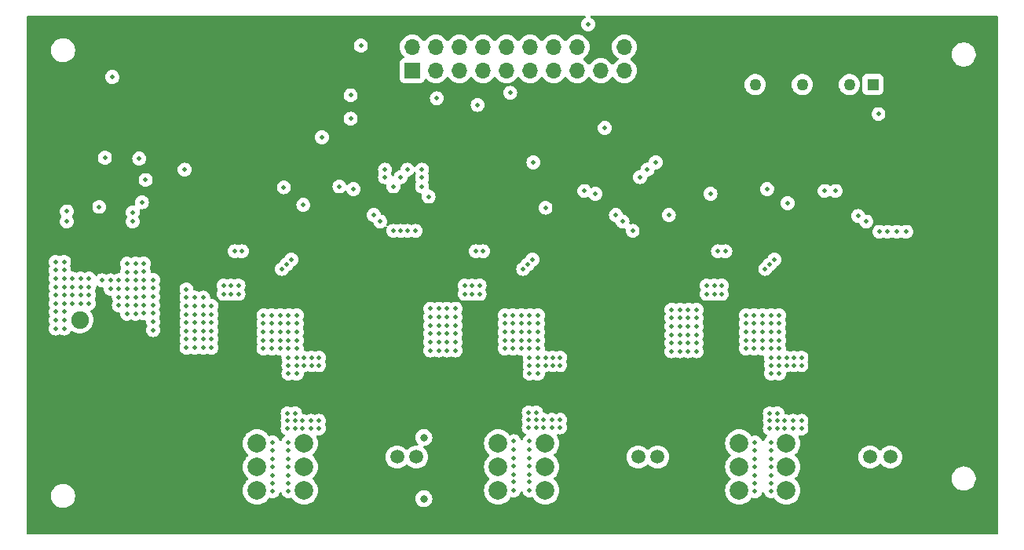
<source format=gbr>
%TF.GenerationSoftware,KiCad,Pcbnew,8.0.1*%
%TF.CreationDate,2024-03-29T13:27:46-04:00*%
%TF.ProjectId,Power_Stage,506f7765-725f-4537-9461-67652e6b6963,rev?*%
%TF.SameCoordinates,Original*%
%TF.FileFunction,Copper,L3,Inr*%
%TF.FilePolarity,Positive*%
%FSLAX46Y46*%
G04 Gerber Fmt 4.6, Leading zero omitted, Abs format (unit mm)*
G04 Created by KiCad (PCBNEW 8.0.1) date 2024-03-29 13:27:46*
%MOMM*%
%LPD*%
G01*
G04 APERTURE LIST*
%TA.AperFunction,ComponentPad*%
%ADD10C,1.500000*%
%TD*%
%TA.AperFunction,ComponentPad*%
%ADD11C,1.905000*%
%TD*%
%TA.AperFunction,ComponentPad*%
%ADD12R,1.270000X1.270000*%
%TD*%
%TA.AperFunction,ComponentPad*%
%ADD13C,1.270000*%
%TD*%
%TA.AperFunction,ComponentPad*%
%ADD14C,2.006600*%
%TD*%
%TA.AperFunction,ComponentPad*%
%ADD15R,1.700000X1.700000*%
%TD*%
%TA.AperFunction,ComponentPad*%
%ADD16O,1.700000X1.700000*%
%TD*%
%TA.AperFunction,ViaPad*%
%ADD17C,0.500000*%
%TD*%
%TA.AperFunction,ViaPad*%
%ADD18C,0.800000*%
%TD*%
G04 APERTURE END LIST*
D10*
%TO.N,/Phase1/HS_{Tsense}*%
%TO.C,T1*%
X129000000Y-148900000D03*
%TO.N,GNDPWR*%
X129000000Y-151900000D03*
%TD*%
D11*
%TO.N,VDCin*%
%TO.C,J1*%
X92698201Y-134100000D03*
%TO.N,GNDPWR*%
X92698201Y-139100000D03*
%TD*%
D12*
%TO.N,+12V_LV*%
%TO.C,U1*%
X178220000Y-108700000D03*
D13*
%TO.N,/GND_LV*%
X175680000Y-108700000D03*
%TO.N,GND*%
X170600000Y-108700000D03*
%TO.N,+12V*%
X165520000Y-108700000D03*
%TD*%
D10*
%TO.N,/Phase2/LS_{Tsense}*%
%TO.C,T4*%
X152900000Y-148900000D03*
%TO.N,GNDPWR*%
X152900000Y-151900000D03*
%TD*%
D14*
%TO.N,/PHB*%
%TO.C,J4*%
X137784003Y-152511300D03*
X142864003Y-152511300D03*
X137784003Y-149971300D03*
X142864003Y-149971300D03*
X137784003Y-147431300D03*
X142864003Y-147431300D03*
%TD*%
D10*
%TO.N,/Phase2/HS_{Tsense}*%
%TO.C,T3*%
X155000000Y-148900000D03*
%TO.N,GNDPWR*%
X155000000Y-151900000D03*
%TD*%
%TO.N,/Phase3/LS_{Tsense}*%
%TO.C,T6*%
X177900000Y-148900000D03*
%TO.N,GNDPWR*%
X177900000Y-151900000D03*
%TD*%
%TO.N,/Phase1/LS_{Tsense}*%
%TO.C,T2*%
X126900000Y-148900000D03*
%TO.N,GNDPWR*%
X126900000Y-151900000D03*
%TD*%
D14*
%TO.N,/PHC*%
%TO.C,J5*%
X163784002Y-152511300D03*
X168864002Y-152511300D03*
X163784002Y-149971300D03*
X168864002Y-149971300D03*
X163784002Y-147431300D03*
X168864002Y-147431300D03*
%TD*%
%TO.N,/PHA*%
%TO.C,J3*%
X116864005Y-147431300D03*
X111784005Y-147431300D03*
X116864005Y-149971300D03*
X111784005Y-149971300D03*
X116864005Y-152511300D03*
X111784005Y-152511300D03*
%TD*%
D10*
%TO.N,/Phase3/HS_{Tsense}*%
%TO.C,T5*%
X180100000Y-148900000D03*
%TO.N,GNDPWR*%
X180100000Y-151900000D03*
%TD*%
D15*
%TO.N,/AHS_{PWM}*%
%TO.C,J2*%
X128560000Y-107200000D03*
D16*
%TO.N,/DC~{CS}*%
X128560000Y-104660000D03*
%TO.N,/ALS_{PWM}*%
X131100000Y-107200000D03*
%TO.N,/C~{CS}*%
X131100000Y-104660000D03*
%TO.N,/BHS_{PWM}*%
X133640000Y-107200000D03*
%TO.N,/B~{CS}*%
X133640000Y-104660000D03*
%TO.N,/BLS_{PWM}*%
X136180000Y-107200000D03*
%TO.N,/A~{CS}*%
X136180000Y-104660000D03*
%TO.N,/CHS_{PWM}*%
X138720000Y-107200000D03*
%TO.N,/MOSI*%
X138720000Y-104660000D03*
%TO.N,/CLS_{PWM}*%
X141260000Y-107200000D03*
%TO.N,/MISO*%
X141260000Y-104660000D03*
%TO.N,unconnected-(J2-Pin_13-Pad13)*%
X143800000Y-107200000D03*
%TO.N,/CLK*%
X143800000Y-104660000D03*
%TO.N,unconnected-(J2-Pin_15-Pad15)*%
X146340000Y-107200000D03*
%TO.N,+5V*%
X146340000Y-104660000D03*
%TO.N,GND*%
X148880000Y-107200000D03*
%TO.N,GNDPWR*%
X148880000Y-104660000D03*
%TO.N,+12V_LV*%
X151420000Y-107200000D03*
%TO.N,/GND_LV*%
X151420000Y-104660000D03*
%TD*%
D17*
%TO.N,GNDPWR*%
X91700000Y-109600000D03*
X127000000Y-134100000D03*
X153200000Y-134100000D03*
X175700000Y-129100000D03*
X177500000Y-125800000D03*
X180100000Y-135000000D03*
X179000000Y-133900000D03*
X176000000Y-141600000D03*
X172000000Y-142100000D03*
X150100000Y-141500000D03*
X146000000Y-149900000D03*
X123762122Y-141992986D03*
D18*
X120000000Y-149900000D03*
D17*
X88000000Y-115600000D03*
X103800000Y-123100000D03*
X113800000Y-121300000D03*
X134900000Y-123400000D03*
X150900000Y-120500000D03*
X134000000Y-120600000D03*
X177300000Y-121000000D03*
X157900000Y-121200000D03*
%TO.N,GND*%
X96200000Y-107900000D03*
X178800000Y-111900000D03*
X160700000Y-120500000D03*
X156200000Y-122800000D03*
X147500000Y-102200000D03*
X149300000Y-113400000D03*
X131200000Y-110200000D03*
%TO.N,GNDPWR*%
X89400000Y-125500000D03*
X106600000Y-126400000D03*
X105000000Y-125600000D03*
X158800000Y-126500000D03*
X156400000Y-130100000D03*
X132500000Y-127200000D03*
X130400000Y-130600000D03*
X125100000Y-127300000D03*
X134700000Y-151600000D03*
X178600000Y-146100000D03*
X152700000Y-147000000D03*
X126700000Y-147100000D03*
X126700000Y-146300000D03*
X128000000Y-152900000D03*
X125800000Y-152900000D03*
X123900000Y-150200000D03*
X134200000Y-155100000D03*
X154000000Y-152900000D03*
X151800000Y-152900000D03*
X152700000Y-146100000D03*
X150000000Y-150300000D03*
X160200000Y-154900000D03*
X185300000Y-153800000D03*
X179000000Y-152900000D03*
X176900000Y-152900000D03*
X175400000Y-150300000D03*
X177800000Y-145900000D03*
X154800000Y-140600000D03*
X154700000Y-143400000D03*
X151000000Y-127200000D03*
%TO.N,GND*%
X177500000Y-123500000D03*
X151200000Y-123500000D03*
X125100000Y-123500000D03*
X99400000Y-121400000D03*
%TO.N,/GND_LV*%
X121900000Y-112400000D03*
%TO.N,+12V_LV*%
X121900000Y-109870000D03*
%TO.N,+12V*%
X169000000Y-121500000D03*
X142900000Y-122000000D03*
X116800000Y-121700000D03*
%TO.N,GNDPWR*%
X91000000Y-121100000D03*
X103200000Y-120100000D03*
X105600000Y-113400000D03*
X105900000Y-106500000D03*
X118400000Y-104800000D03*
%TO.N,/C~{CS}*%
X139100000Y-109600000D03*
%TO.N,/B~{CS}*%
X154800000Y-117100000D03*
X135600000Y-110900000D03*
%TO.N,+5V*%
X118800000Y-114400000D03*
X130300000Y-120800000D03*
%TO.N,/MOSI*%
X153900000Y-117900000D03*
%TO.N,/MISO*%
X153100000Y-118700000D03*
%TO.N,/CLK*%
X129600000Y-119700000D03*
X126500000Y-119700000D03*
%TO.N,/MISO*%
X129600000Y-118700000D03*
%TO.N,/MOSI*%
X129600000Y-117900000D03*
%TO.N,/C~{CS}*%
X181800000Y-124600000D03*
%TO.N,/MOSI*%
X180800000Y-124600000D03*
%TO.N,/MISO*%
X179800000Y-124600000D03*
%TO.N,/CLK*%
X178900000Y-124600000D03*
X152300000Y-124500000D03*
%TO.N,/MISO*%
X125600000Y-118700000D03*
X127300000Y-118700000D03*
%TO.N,/MOSI*%
X128000000Y-117900000D03*
X125600000Y-117900000D03*
%TO.N,/DC~{CS}*%
X123000000Y-104500000D03*
%TO.N,/A~{CS}*%
X128900000Y-124500000D03*
%TO.N,/MOSI*%
X128025000Y-124500000D03*
%TO.N,/MISO*%
X127300000Y-124500000D03*
%TO.N,/CLK*%
X126500000Y-124500000D03*
%TO.N,VDC*%
X100600000Y-129800000D03*
X100600000Y-135200000D03*
X100600000Y-134300000D03*
X100600000Y-133400000D03*
X100600000Y-131600000D03*
X100600000Y-132500000D03*
X100600000Y-130700000D03*
X99600000Y-128000000D03*
X99600000Y-133400000D03*
X99600000Y-132500000D03*
X99600000Y-131600000D03*
X99600000Y-129800000D03*
X99600000Y-130700000D03*
X99600000Y-128900000D03*
%TO.N,GNDPWR*%
X172700000Y-125700000D03*
X170700000Y-131500000D03*
X169900000Y-129900000D03*
X172100000Y-125300000D03*
X169100000Y-131500000D03*
X171400000Y-125300000D03*
X169900000Y-131500000D03*
X169100000Y-129900000D03*
%TO.N,/Phase3/SW*%
X161900000Y-130400000D03*
X161100000Y-131300000D03*
X161100000Y-130400000D03*
X167100000Y-128100000D03*
X160300000Y-130400000D03*
X167600000Y-127600000D03*
X160300000Y-131300000D03*
X162300000Y-126700000D03*
X166600000Y-128600000D03*
X161900000Y-131300000D03*
X161500000Y-126700000D03*
X167200000Y-139900000D03*
X167200000Y-139000000D03*
X164500000Y-133600000D03*
X165400000Y-135400000D03*
X168100000Y-135400000D03*
X167200000Y-135400000D03*
X168100000Y-134500000D03*
X168100000Y-136300000D03*
X168100000Y-137200000D03*
X168100000Y-139900000D03*
X168100000Y-139000000D03*
X169700000Y-139000000D03*
X167200000Y-138200000D03*
X170500000Y-138200000D03*
X168900000Y-138200000D03*
X168100000Y-138200000D03*
X170500000Y-139000000D03*
X168900000Y-139000000D03*
X169700000Y-138200000D03*
X167200000Y-133600000D03*
X165400000Y-133600000D03*
X164500000Y-134500000D03*
X165400000Y-134500000D03*
X166300000Y-137200000D03*
X164500000Y-137200000D03*
X167200000Y-137200000D03*
X165400000Y-137200000D03*
X166300000Y-134500000D03*
X167200000Y-134500000D03*
X166300000Y-133600000D03*
X165400000Y-136300000D03*
X164500000Y-135400000D03*
X164500000Y-136300000D03*
X166300000Y-136300000D03*
X167200000Y-136300000D03*
X168100000Y-133600000D03*
X166300000Y-135400000D03*
%TO.N,GNDPWR*%
X143900000Y-129900000D03*
X143900000Y-131500000D03*
X145400000Y-125300000D03*
X143100000Y-129900000D03*
X146700000Y-125700000D03*
X143100000Y-131500000D03*
X144700000Y-131500000D03*
X146100000Y-125300000D03*
%TO.N,/Phase2/SW*%
X141200000Y-139900000D03*
X141200000Y-139000000D03*
X142100000Y-139900000D03*
X142100000Y-139000000D03*
X143700000Y-139000000D03*
X141200000Y-138200000D03*
X144500000Y-138200000D03*
X142900000Y-138200000D03*
X142100000Y-138200000D03*
X144500000Y-139000000D03*
X142900000Y-139000000D03*
X143700000Y-138200000D03*
X141200000Y-133600000D03*
X139400000Y-133600000D03*
X138500000Y-134500000D03*
X139400000Y-134500000D03*
X140300000Y-137200000D03*
X138500000Y-137200000D03*
X141200000Y-137200000D03*
X139400000Y-137200000D03*
X140300000Y-134500000D03*
X141200000Y-134500000D03*
X140300000Y-133600000D03*
X139400000Y-136300000D03*
X138500000Y-135400000D03*
X138500000Y-136300000D03*
X140300000Y-136300000D03*
X141200000Y-136300000D03*
X142100000Y-133600000D03*
X138500000Y-133600000D03*
X140300000Y-135400000D03*
X141200000Y-135400000D03*
X142100000Y-134500000D03*
X142100000Y-135400000D03*
X142100000Y-136300000D03*
X139400000Y-135400000D03*
X142100000Y-137200000D03*
X135800000Y-130400000D03*
X135000000Y-131300000D03*
X140500000Y-128600000D03*
X135800000Y-131300000D03*
X141500000Y-127600000D03*
X141000000Y-128100000D03*
X134200000Y-130400000D03*
X135000000Y-130400000D03*
X135400000Y-126700000D03*
X134200000Y-131300000D03*
X136200000Y-126700000D03*
%TO.N,/Phase1/SW*%
X116100000Y-133600000D03*
X116100000Y-137200000D03*
X116100000Y-134500000D03*
X116100000Y-136300000D03*
X116100000Y-135400000D03*
X115200000Y-133600000D03*
X113400000Y-133600000D03*
X112500000Y-134500000D03*
X113400000Y-134500000D03*
X114300000Y-137200000D03*
X112500000Y-137200000D03*
X115200000Y-137200000D03*
X113400000Y-137200000D03*
X114300000Y-134500000D03*
X115200000Y-134500000D03*
X114300000Y-133600000D03*
X112500000Y-133600000D03*
X114300000Y-135400000D03*
X115200000Y-135400000D03*
X114300000Y-136300000D03*
X115200000Y-136300000D03*
X112500000Y-135400000D03*
X112500000Y-136300000D03*
X113400000Y-136300000D03*
X113400000Y-135400000D03*
%TO.N,/PHC*%
X165500000Y-147300000D03*
X165500000Y-150000000D03*
X167900000Y-145000000D03*
X167900000Y-145800000D03*
X167200000Y-152600000D03*
X167100000Y-145000000D03*
X167200000Y-151700000D03*
X165500000Y-152600000D03*
X170500000Y-145800000D03*
X167200000Y-150900000D03*
X169600000Y-145800000D03*
X165500000Y-151700000D03*
X169600000Y-145000000D03*
X165500000Y-148200000D03*
X167200000Y-149100000D03*
X170500000Y-145000000D03*
X168700000Y-145800000D03*
X167100000Y-144200000D03*
X165500000Y-150900000D03*
X167200000Y-148200000D03*
X168700000Y-145000000D03*
X167900000Y-144200000D03*
X167100000Y-145800000D03*
X167200000Y-150000000D03*
X167200000Y-147300000D03*
X165500000Y-149100000D03*
%TO.N,/PHB*%
X139500000Y-147200000D03*
X139500000Y-149900000D03*
X141900000Y-144900000D03*
X141900000Y-145700000D03*
X141200000Y-152500000D03*
X141100000Y-144900000D03*
X141200000Y-151600000D03*
X139500000Y-152500000D03*
X144500000Y-145700000D03*
X141200000Y-150800000D03*
X143600000Y-145700000D03*
X139500000Y-151600000D03*
X143600000Y-144900000D03*
X139500000Y-148100000D03*
X141200000Y-149000000D03*
X144500000Y-144900000D03*
X142700000Y-145700000D03*
X141100000Y-144100000D03*
X139500000Y-150800000D03*
X141200000Y-148100000D03*
X142700000Y-144900000D03*
X141900000Y-144100000D03*
X141100000Y-145700000D03*
X141200000Y-149900000D03*
X141200000Y-147200000D03*
X139500000Y-149000000D03*
%TO.N,/CLK*%
X99100000Y-116700000D03*
%TO.N,/MOSI*%
X104000000Y-117900000D03*
%TO.N,/MISO*%
X99800000Y-119000000D03*
%TO.N,/DC~{CS}*%
X95400000Y-116600000D03*
%TO.N,GND*%
X91300000Y-123500000D03*
X98400000Y-123500000D03*
X98400000Y-122500000D03*
X94800000Y-121900000D03*
X91300000Y-122400000D03*
X114700000Y-119800000D03*
X122200000Y-120000000D03*
X120700000Y-119700000D03*
X124400000Y-122800000D03*
X150500000Y-122800000D03*
X141600000Y-117100000D03*
X147100000Y-120200000D03*
X148300000Y-120500000D03*
X176600000Y-122900000D03*
X166800000Y-120000000D03*
X173000000Y-120200000D03*
X174200000Y-120200000D03*
%TO.N,GNDPWR*%
X147400000Y-135100000D03*
X147400000Y-136800000D03*
X147400000Y-133400000D03*
X149000000Y-137600000D03*
X148200000Y-137600000D03*
X149000000Y-135900000D03*
X149000000Y-134200000D03*
X148200000Y-135100000D03*
X149000000Y-136800000D03*
X148200000Y-136800000D03*
X149000000Y-135100000D03*
X147400000Y-135900000D03*
X148200000Y-133400000D03*
X149000000Y-133400000D03*
X147400000Y-134200000D03*
X148200000Y-134200000D03*
X148200000Y-135900000D03*
X147400000Y-137600000D03*
X173400000Y-135100000D03*
X173400000Y-136800000D03*
X173400000Y-133400000D03*
X175000000Y-137600000D03*
X174200000Y-137600000D03*
X175000000Y-135900000D03*
X175000000Y-134200000D03*
X174200000Y-135100000D03*
X175000000Y-136800000D03*
X174200000Y-136800000D03*
X175000000Y-135100000D03*
X173400000Y-135900000D03*
X174200000Y-133400000D03*
X175000000Y-133400000D03*
X173400000Y-134200000D03*
X174200000Y-134200000D03*
X174200000Y-135900000D03*
X173400000Y-137600000D03*
%TO.N,VDC*%
X158300000Y-137500000D03*
X159200000Y-137500000D03*
X159200000Y-133000000D03*
X157400000Y-133000000D03*
X156500000Y-133900000D03*
X157400000Y-133900000D03*
X158300000Y-136600000D03*
X156500000Y-136600000D03*
X159200000Y-136600000D03*
X157400000Y-136600000D03*
X158300000Y-133900000D03*
X159200000Y-133900000D03*
X158300000Y-133000000D03*
X156500000Y-133000000D03*
X158300000Y-134800000D03*
X159200000Y-134800000D03*
X158300000Y-135700000D03*
X159200000Y-135700000D03*
X156500000Y-134800000D03*
X156500000Y-135700000D03*
X157400000Y-135700000D03*
X156500000Y-137500000D03*
X157400000Y-137500000D03*
X157400000Y-134800000D03*
X132300000Y-137400000D03*
X133200000Y-137400000D03*
X133200000Y-132900000D03*
X131400000Y-132900000D03*
X130500000Y-133800000D03*
X131400000Y-133800000D03*
X132300000Y-136500000D03*
X130500000Y-136500000D03*
X133200000Y-136500000D03*
X131400000Y-136500000D03*
X132300000Y-133800000D03*
X133200000Y-133800000D03*
X132300000Y-132900000D03*
X130500000Y-132900000D03*
X132300000Y-134700000D03*
X133200000Y-134700000D03*
X132300000Y-135600000D03*
X133200000Y-135600000D03*
X130500000Y-134700000D03*
X130500000Y-135600000D03*
X131400000Y-135600000D03*
X130500000Y-137400000D03*
X131400000Y-137400000D03*
X131400000Y-134700000D03*
D18*
%TO.N,+5V*%
X129800000Y-153400000D03*
X129800000Y-146800000D03*
D17*
%TO.N,/Phase1/SW*%
X115200000Y-139900000D03*
X115200000Y-139000000D03*
%TO.N,GNDPWR*%
X121500000Y-137600000D03*
X121500000Y-136800000D03*
X121500000Y-135100000D03*
X121500000Y-133400000D03*
X123100000Y-137600000D03*
X122300000Y-137600000D03*
%TO.N,VDC*%
X95100000Y-129840788D03*
X96000000Y-129840788D03*
X96000000Y-130740788D03*
X96900000Y-131640788D03*
X96900000Y-132540788D03*
X106000000Y-131700000D03*
X104200000Y-130800000D03*
X105100000Y-131700000D03*
X104200000Y-131700000D03*
X96900000Y-130740788D03*
X96900000Y-129840788D03*
X98700000Y-132540788D03*
X98700000Y-131640788D03*
X97800000Y-132540788D03*
X97800000Y-131640788D03*
X97800000Y-133440788D03*
X98700000Y-133440788D03*
X98700000Y-128940788D03*
X98700000Y-128040788D03*
X97800000Y-128940788D03*
X97800000Y-130740788D03*
X97800000Y-128040788D03*
X97800000Y-129840788D03*
X98700000Y-130740788D03*
X98700000Y-129840788D03*
X106000000Y-133500000D03*
X106900000Y-133500000D03*
X106000000Y-132600000D03*
X104200000Y-132600000D03*
X106900000Y-132600000D03*
X105100000Y-132600000D03*
X104200000Y-133500000D03*
X105100000Y-133500000D03*
X106000000Y-135300000D03*
X106900000Y-135300000D03*
X106000000Y-134400000D03*
X104200000Y-134400000D03*
X106900000Y-134400000D03*
X105100000Y-134400000D03*
X104200000Y-135300000D03*
X105100000Y-135300000D03*
X106000000Y-136200000D03*
X106900000Y-136200000D03*
X104200000Y-136200000D03*
X105100000Y-136200000D03*
X104200000Y-137100000D03*
X105100000Y-137100000D03*
X106000000Y-137100000D03*
X106900000Y-137100000D03*
%TO.N,VDCin*%
X91000000Y-135040788D03*
X90100000Y-135040788D03*
X91000000Y-133240788D03*
X90100000Y-133240788D03*
X91000000Y-134140788D03*
X90100000Y-134140788D03*
X91900000Y-132340788D03*
X93700000Y-132340788D03*
X91000000Y-132340788D03*
X90100000Y-132340788D03*
X92800000Y-132340788D03*
X91000000Y-131440788D03*
X93700000Y-131440788D03*
X92800000Y-131440788D03*
X90100000Y-131440788D03*
X91900000Y-131440788D03*
X91000000Y-129640788D03*
X91900000Y-130540788D03*
X90100000Y-129640788D03*
X90100000Y-130540788D03*
X93700000Y-129640788D03*
X90100000Y-128740788D03*
X91000000Y-128740788D03*
X90100000Y-127840788D03*
X92800000Y-130540788D03*
X92800000Y-129640788D03*
X93700000Y-130540788D03*
X91900000Y-129640788D03*
X91000000Y-130540788D03*
X91000000Y-127840788D03*
%TO.N,GNDPWR*%
X90000000Y-138340788D03*
X134500000Y-143600000D03*
X122300000Y-135900000D03*
X93600000Y-141840788D03*
X90000000Y-137440788D03*
X160600000Y-143500000D03*
X93600000Y-141040788D03*
X91800000Y-141840788D03*
X108600000Y-139500000D03*
X108600000Y-144300000D03*
X90000000Y-140140788D03*
X90000000Y-141040788D03*
X160600000Y-141900000D03*
X134500000Y-142800000D03*
X122300000Y-134200000D03*
X121500000Y-134200000D03*
X108600000Y-142700000D03*
X91800000Y-141040788D03*
X134500000Y-140400000D03*
X120200000Y-125300000D03*
X123100000Y-133400000D03*
X160600000Y-141100000D03*
X90900000Y-141840788D03*
X108600000Y-141900000D03*
X108600000Y-141100000D03*
X108600000Y-140300000D03*
X122300000Y-133400000D03*
X90900000Y-139240788D03*
X118800000Y-131500000D03*
X117200000Y-131500000D03*
X160600000Y-139500000D03*
X121500000Y-135900000D03*
X90900000Y-138340788D03*
X90000000Y-139240788D03*
X134500000Y-141200000D03*
X94500000Y-141040788D03*
X123100000Y-135100000D03*
X122300000Y-136800000D03*
X92700000Y-141840788D03*
X123100000Y-136800000D03*
X94500000Y-141840788D03*
X122300000Y-135100000D03*
X120800000Y-125700000D03*
X108600000Y-143500000D03*
X90900000Y-141040788D03*
X123100000Y-134200000D03*
X134500000Y-144400000D03*
X160600000Y-144300000D03*
X117200000Y-129900000D03*
X134500000Y-142000000D03*
X94500000Y-140240788D03*
X160600000Y-140300000D03*
X90900000Y-140140788D03*
X119500000Y-125300000D03*
X90000000Y-141840788D03*
X123100000Y-135900000D03*
X118000000Y-131500000D03*
X118000000Y-129900000D03*
X160600000Y-142700000D03*
X92700000Y-141040788D03*
X134500000Y-139600000D03*
%TO.N,/PHA*%
X113500000Y-149100000D03*
X115200000Y-147300000D03*
X115200000Y-150000000D03*
X115100000Y-145800000D03*
X115900000Y-144200000D03*
X116700000Y-145000000D03*
X115200000Y-148200000D03*
X113500000Y-150900000D03*
X115100000Y-144200000D03*
X116700000Y-145800000D03*
X118500000Y-145000000D03*
X115200000Y-149100000D03*
X113500000Y-148200000D03*
X117600000Y-145000000D03*
X113500000Y-151700000D03*
X117600000Y-145800000D03*
X115200000Y-150900000D03*
X118500000Y-145800000D03*
X113500000Y-152600000D03*
X115200000Y-151700000D03*
X115100000Y-145000000D03*
X115200000Y-152600000D03*
X115900000Y-145800000D03*
X115900000Y-145000000D03*
X113500000Y-150000000D03*
X113500000Y-147300000D03*
%TO.N,/Phase1/SW*%
X117700000Y-138200000D03*
X110200000Y-126700000D03*
X116900000Y-139000000D03*
X118500000Y-139000000D03*
X108200000Y-131300000D03*
X109400000Y-126700000D03*
X116100000Y-138200000D03*
X116900000Y-138200000D03*
X109000000Y-130400000D03*
X108200000Y-130400000D03*
X115000000Y-128100000D03*
X115500000Y-127600000D03*
X118500000Y-138200000D03*
X109800000Y-131300000D03*
X115200000Y-138200000D03*
X117700000Y-139000000D03*
X116100000Y-139000000D03*
X114500000Y-128600000D03*
X116100000Y-139900000D03*
X109000000Y-131300000D03*
X109800000Y-130400000D03*
%TD*%
%TA.AperFunction,Conductor*%
%TO.N,GNDPWR*%
G36*
X126029109Y-125090476D02*
G01*
X126029115Y-125090481D01*
X126172302Y-125180452D01*
X126172305Y-125180454D01*
X126172309Y-125180455D01*
X126172310Y-125180456D01*
X126200946Y-125190476D01*
X126331943Y-125236314D01*
X126499997Y-125255249D01*
X126500000Y-125255249D01*
X126500003Y-125255249D01*
X126600835Y-125243887D01*
X126668059Y-125236313D01*
X126827690Y-125180456D01*
X126834024Y-125176475D01*
X126901258Y-125157472D01*
X126965975Y-125176475D01*
X126972304Y-125180452D01*
X126972312Y-125180457D01*
X127012840Y-125194638D01*
X127131941Y-125236313D01*
X127173955Y-125241047D01*
X127299997Y-125255249D01*
X127300000Y-125255249D01*
X127300003Y-125255249D01*
X127468056Y-125236314D01*
X127561539Y-125203603D01*
X127621545Y-125182605D01*
X127691324Y-125179045D01*
X127703451Y-125182604D01*
X127725946Y-125190476D01*
X127856943Y-125236314D01*
X128024997Y-125255249D01*
X128025000Y-125255249D01*
X128025003Y-125255249D01*
X128125835Y-125243887D01*
X128193059Y-125236313D01*
X128352690Y-125180456D01*
X128396528Y-125152910D01*
X128463763Y-125133910D01*
X128528471Y-125152910D01*
X128572310Y-125180456D01*
X128731941Y-125236313D01*
X128773955Y-125241047D01*
X128899997Y-125255249D01*
X128900000Y-125255249D01*
X128900003Y-125255249D01*
X129068056Y-125236314D01*
X129097372Y-125226056D01*
X129227690Y-125180456D01*
X129227692Y-125180454D01*
X129227694Y-125180454D01*
X129227697Y-125180452D01*
X129370884Y-125090481D01*
X129370885Y-125090480D01*
X129370890Y-125090477D01*
X129461367Y-125000000D01*
X151738633Y-125000000D01*
X151829109Y-125090476D01*
X151829115Y-125090481D01*
X151972302Y-125180452D01*
X151972305Y-125180454D01*
X151972309Y-125180455D01*
X151972310Y-125180456D01*
X152000946Y-125190476D01*
X152131943Y-125236314D01*
X152299997Y-125255249D01*
X152300000Y-125255249D01*
X152300003Y-125255249D01*
X152468056Y-125236314D01*
X152497372Y-125226056D01*
X152627690Y-125180456D01*
X152627692Y-125180454D01*
X152627694Y-125180454D01*
X152627697Y-125180452D01*
X152770884Y-125090481D01*
X152770885Y-125090480D01*
X152770890Y-125090477D01*
X152861367Y-125000000D01*
X178264978Y-125000000D01*
X178309518Y-125070884D01*
X178309523Y-125070890D01*
X178429109Y-125190476D01*
X178429115Y-125190481D01*
X178572302Y-125280452D01*
X178572305Y-125280454D01*
X178572309Y-125280455D01*
X178572310Y-125280456D01*
X178644913Y-125305860D01*
X178731943Y-125336314D01*
X178899997Y-125355249D01*
X178900000Y-125355249D01*
X178900003Y-125355249D01*
X179068056Y-125336314D01*
X179068059Y-125336313D01*
X179227690Y-125280456D01*
X179254245Y-125263769D01*
X179284027Y-125245057D01*
X179351264Y-125226056D01*
X179415973Y-125245057D01*
X179472306Y-125280454D01*
X179472307Y-125280454D01*
X179472310Y-125280456D01*
X179578730Y-125317694D01*
X179631943Y-125336314D01*
X179799997Y-125355249D01*
X179800000Y-125355249D01*
X179800003Y-125355249D01*
X179968056Y-125336314D01*
X179968059Y-125336313D01*
X180127690Y-125280456D01*
X180234028Y-125213638D01*
X180301263Y-125194638D01*
X180365970Y-125213638D01*
X180402059Y-125236314D01*
X180472306Y-125280454D01*
X180472307Y-125280454D01*
X180472310Y-125280456D01*
X180578730Y-125317694D01*
X180631943Y-125336314D01*
X180799997Y-125355249D01*
X180800000Y-125355249D01*
X180800003Y-125355249D01*
X180968056Y-125336314D01*
X180968059Y-125336313D01*
X181127690Y-125280456D01*
X181234028Y-125213638D01*
X181301263Y-125194638D01*
X181365970Y-125213638D01*
X181402059Y-125236314D01*
X181472306Y-125280454D01*
X181472307Y-125280454D01*
X181472310Y-125280456D01*
X181578730Y-125317694D01*
X181631943Y-125336314D01*
X181799997Y-125355249D01*
X181800000Y-125355249D01*
X181800003Y-125355249D01*
X181968056Y-125336314D01*
X181968059Y-125336313D01*
X182127690Y-125280456D01*
X182127692Y-125280454D01*
X182127694Y-125280454D01*
X182127697Y-125280452D01*
X182270884Y-125190481D01*
X182270885Y-125190480D01*
X182270890Y-125190477D01*
X182390477Y-125070890D01*
X182390481Y-125070884D01*
X182435021Y-125000000D01*
X191675000Y-125000000D01*
X191675000Y-157150336D01*
X191665498Y-157197938D01*
X191665390Y-157198202D01*
X191665303Y-157198411D01*
X191621389Y-157252755D01*
X191598411Y-157265302D01*
X191597938Y-157265498D01*
X191550336Y-157275000D01*
X87099664Y-157275000D01*
X87052148Y-157265534D01*
X87051674Y-157265338D01*
X86997297Y-157221466D01*
X86984610Y-157198202D01*
X86984502Y-157197942D01*
X86984415Y-157197732D01*
X86975000Y-157150336D01*
X86975000Y-153202351D01*
X89599500Y-153202351D01*
X89631522Y-153404534D01*
X89694781Y-153599223D01*
X89758691Y-153724653D01*
X89780919Y-153768277D01*
X89787715Y-153781613D01*
X89908028Y-153947213D01*
X90052786Y-154091971D01*
X90207749Y-154204556D01*
X90218390Y-154212287D01*
X90314277Y-154261144D01*
X90400776Y-154305218D01*
X90400778Y-154305218D01*
X90400781Y-154305220D01*
X90505137Y-154339127D01*
X90595465Y-154368477D01*
X90696557Y-154384488D01*
X90797648Y-154400500D01*
X90797649Y-154400500D01*
X91002351Y-154400500D01*
X91002352Y-154400500D01*
X91204534Y-154368477D01*
X91399219Y-154305220D01*
X91581610Y-154212287D01*
X91674590Y-154144732D01*
X91747213Y-154091971D01*
X91747215Y-154091968D01*
X91747219Y-154091966D01*
X91891966Y-153947219D01*
X91891968Y-153947215D01*
X91891971Y-153947213D01*
X91958720Y-153855339D01*
X92012287Y-153781610D01*
X92105220Y-153599219D01*
X92168477Y-153404534D01*
X92200500Y-153202352D01*
X92200500Y-152997648D01*
X92173582Y-152827697D01*
X92168477Y-152795465D01*
X92123476Y-152656967D01*
X92105220Y-152600781D01*
X92105218Y-152600778D01*
X92105218Y-152600776D01*
X92059627Y-152511300D01*
X110275555Y-152511300D01*
X110294127Y-152747277D01*
X110349383Y-152977436D01*
X110439965Y-153196122D01*
X110563639Y-153397940D01*
X110563640Y-153397941D01*
X110563641Y-153397942D01*
X110563643Y-153397945D01*
X110717370Y-153577935D01*
X110897360Y-153731662D01*
X110897362Y-153731663D01*
X110897363Y-153731664D01*
X110897364Y-153731665D01*
X111099182Y-153855339D01*
X111284776Y-153932214D01*
X111317868Y-153945921D01*
X111548031Y-154001178D01*
X111784005Y-154019750D01*
X112019979Y-154001178D01*
X112250142Y-153945921D01*
X112468827Y-153855339D01*
X112670650Y-153731662D01*
X112850640Y-153577935D01*
X113004367Y-153397945D01*
X113041040Y-153338099D01*
X113092849Y-153291225D01*
X113161779Y-153279802D01*
X113187721Y-153285849D01*
X113331939Y-153336313D01*
X113499997Y-153355249D01*
X113500000Y-153355249D01*
X113500003Y-153355249D01*
X113668056Y-153336314D01*
X113680399Y-153331995D01*
X113827690Y-153280456D01*
X113827692Y-153280454D01*
X113827694Y-153280454D01*
X113827697Y-153280452D01*
X113970884Y-153190481D01*
X113970885Y-153190480D01*
X113970890Y-153190477D01*
X114090477Y-153070890D01*
X114115092Y-153031716D01*
X114180452Y-152927697D01*
X114180454Y-152927694D01*
X114180454Y-152927692D01*
X114180456Y-152927690D01*
X114232958Y-152777646D01*
X114273680Y-152720871D01*
X114338633Y-152695124D01*
X114407195Y-152708580D01*
X114457597Y-152756967D01*
X114467042Y-152777647D01*
X114519545Y-152927694D01*
X114519547Y-152927697D01*
X114609518Y-153070884D01*
X114609523Y-153070890D01*
X114729109Y-153190476D01*
X114729115Y-153190481D01*
X114872302Y-153280452D01*
X114872305Y-153280454D01*
X114872309Y-153280455D01*
X114872310Y-153280456D01*
X114930533Y-153300829D01*
X115031943Y-153336314D01*
X115199997Y-153355249D01*
X115200000Y-153355249D01*
X115200003Y-153355249D01*
X115368059Y-153336313D01*
X115368060Y-153336313D01*
X115469467Y-153300829D01*
X115539245Y-153297266D01*
X115599873Y-153331995D01*
X115616149Y-153353080D01*
X115643639Y-153397939D01*
X115643640Y-153397941D01*
X115643641Y-153397942D01*
X115643643Y-153397945D01*
X115797370Y-153577935D01*
X115977360Y-153731662D01*
X115977362Y-153731663D01*
X115977363Y-153731664D01*
X115977364Y-153731665D01*
X116179182Y-153855339D01*
X116364776Y-153932214D01*
X116397868Y-153945921D01*
X116628031Y-154001178D01*
X116864005Y-154019750D01*
X117099979Y-154001178D01*
X117330142Y-153945921D01*
X117548827Y-153855339D01*
X117750650Y-153731662D01*
X117930640Y-153577935D01*
X118082612Y-153400000D01*
X128894540Y-153400000D01*
X128914326Y-153588256D01*
X128914327Y-153588259D01*
X128972818Y-153768277D01*
X128972821Y-153768284D01*
X129067467Y-153932216D01*
X129146283Y-154019750D01*
X129194129Y-154072888D01*
X129347265Y-154184148D01*
X129347270Y-154184151D01*
X129520192Y-154261142D01*
X129520197Y-154261144D01*
X129705354Y-154300500D01*
X129705355Y-154300500D01*
X129894644Y-154300500D01*
X129894646Y-154300500D01*
X130079803Y-154261144D01*
X130252730Y-154184151D01*
X130405871Y-154072888D01*
X130532533Y-153932216D01*
X130627179Y-153768284D01*
X130685674Y-153588256D01*
X130705460Y-153400000D01*
X130685674Y-153211744D01*
X130627179Y-153031716D01*
X130532533Y-152867784D01*
X130405871Y-152727112D01*
X130380364Y-152708580D01*
X130252734Y-152615851D01*
X130252729Y-152615848D01*
X130079807Y-152538857D01*
X130079802Y-152538855D01*
X129950162Y-152511300D01*
X136275553Y-152511300D01*
X136294125Y-152747277D01*
X136349381Y-152977436D01*
X136439963Y-153196122D01*
X136563637Y-153397940D01*
X136563638Y-153397941D01*
X136563639Y-153397942D01*
X136563641Y-153397945D01*
X136717368Y-153577935D01*
X136897358Y-153731662D01*
X136897360Y-153731663D01*
X136897361Y-153731664D01*
X136897362Y-153731665D01*
X137099180Y-153855339D01*
X137284774Y-153932214D01*
X137317866Y-153945921D01*
X137548029Y-154001178D01*
X137784003Y-154019750D01*
X138019977Y-154001178D01*
X138250140Y-153945921D01*
X138468825Y-153855339D01*
X138670648Y-153731662D01*
X138850638Y-153577935D01*
X139004365Y-153397945D01*
X139091498Y-153255755D01*
X139143309Y-153208881D01*
X139212238Y-153197458D01*
X139238180Y-153203505D01*
X139331939Y-153236313D01*
X139499997Y-153255249D01*
X139500000Y-153255249D01*
X139500003Y-153255249D01*
X139668056Y-153236314D01*
X139668059Y-153236313D01*
X139827690Y-153180456D01*
X139827692Y-153180454D01*
X139827694Y-153180454D01*
X139827697Y-153180452D01*
X139970884Y-153090481D01*
X139970885Y-153090480D01*
X139970890Y-153090477D01*
X140090477Y-152970890D01*
X140180452Y-152827697D01*
X140180454Y-152827694D01*
X140180454Y-152827692D01*
X140180456Y-152827690D01*
X140232958Y-152677646D01*
X140273680Y-152620871D01*
X140338633Y-152595124D01*
X140407195Y-152608580D01*
X140457597Y-152656967D01*
X140467042Y-152677647D01*
X140519545Y-152827694D01*
X140519547Y-152827697D01*
X140609518Y-152970884D01*
X140609523Y-152970890D01*
X140729109Y-153090476D01*
X140729115Y-153090481D01*
X140872302Y-153180452D01*
X140872305Y-153180454D01*
X140872309Y-153180455D01*
X140872310Y-153180456D01*
X140884725Y-153184800D01*
X141031943Y-153236314D01*
X141199997Y-153255249D01*
X141200000Y-153255249D01*
X141200003Y-153255249D01*
X141368052Y-153236314D01*
X141368052Y-153236313D01*
X141368059Y-153236313D01*
X141419009Y-153218484D01*
X141488782Y-153214922D01*
X141549410Y-153249650D01*
X141565685Y-153270732D01*
X141643641Y-153397945D01*
X141797368Y-153577935D01*
X141977358Y-153731662D01*
X141977360Y-153731663D01*
X141977361Y-153731664D01*
X141977362Y-153731665D01*
X142179180Y-153855339D01*
X142364774Y-153932214D01*
X142397866Y-153945921D01*
X142628029Y-154001178D01*
X142864003Y-154019750D01*
X143099977Y-154001178D01*
X143330140Y-153945921D01*
X143548825Y-153855339D01*
X143750648Y-153731662D01*
X143930638Y-153577935D01*
X144084365Y-153397945D01*
X144208042Y-153196122D01*
X144298624Y-152977437D01*
X144353881Y-152747274D01*
X144372453Y-152511300D01*
X162275552Y-152511300D01*
X162294124Y-152747277D01*
X162349380Y-152977436D01*
X162439962Y-153196122D01*
X162563636Y-153397940D01*
X162563637Y-153397941D01*
X162563638Y-153397942D01*
X162563640Y-153397945D01*
X162717367Y-153577935D01*
X162897357Y-153731662D01*
X162897359Y-153731663D01*
X162897360Y-153731664D01*
X162897361Y-153731665D01*
X163099179Y-153855339D01*
X163284773Y-153932214D01*
X163317865Y-153945921D01*
X163548028Y-154001178D01*
X163784002Y-154019750D01*
X164019976Y-154001178D01*
X164250139Y-153945921D01*
X164468824Y-153855339D01*
X164670647Y-153731662D01*
X164850637Y-153577935D01*
X165004364Y-153397945D01*
X165041036Y-153338100D01*
X165092847Y-153291225D01*
X165161776Y-153279801D01*
X165187719Y-153285848D01*
X165331939Y-153336313D01*
X165499997Y-153355249D01*
X165500000Y-153355249D01*
X165500003Y-153355249D01*
X165668056Y-153336314D01*
X165680399Y-153331995D01*
X165827690Y-153280456D01*
X165827692Y-153280454D01*
X165827694Y-153280454D01*
X165827697Y-153280452D01*
X165970884Y-153190481D01*
X165970885Y-153190480D01*
X165970890Y-153190477D01*
X166090477Y-153070890D01*
X166115092Y-153031716D01*
X166180452Y-152927697D01*
X166180454Y-152927694D01*
X166180454Y-152927692D01*
X166180456Y-152927690D01*
X166232958Y-152777646D01*
X166273680Y-152720871D01*
X166338633Y-152695124D01*
X166407195Y-152708580D01*
X166457597Y-152756967D01*
X166467042Y-152777647D01*
X166519545Y-152927694D01*
X166519547Y-152927697D01*
X166609518Y-153070884D01*
X166609523Y-153070890D01*
X166729109Y-153190476D01*
X166729115Y-153190481D01*
X166872302Y-153280452D01*
X166872305Y-153280454D01*
X166872309Y-153280455D01*
X166872310Y-153280456D01*
X166930533Y-153300829D01*
X167031943Y-153336314D01*
X167199997Y-153355249D01*
X167200000Y-153355249D01*
X167200003Y-153355249D01*
X167368059Y-153336313D01*
X167368060Y-153336313D01*
X167469464Y-153300830D01*
X167539242Y-153297267D01*
X167599870Y-153331996D01*
X167616146Y-153353080D01*
X167643638Y-153397943D01*
X167682787Y-153443780D01*
X167797367Y-153577935D01*
X167977357Y-153731662D01*
X167977359Y-153731663D01*
X167977360Y-153731664D01*
X167977361Y-153731665D01*
X168179179Y-153855339D01*
X168364773Y-153932214D01*
X168397865Y-153945921D01*
X168628028Y-154001178D01*
X168864002Y-154019750D01*
X169099976Y-154001178D01*
X169330139Y-153945921D01*
X169548824Y-153855339D01*
X169750647Y-153731662D01*
X169930637Y-153577935D01*
X170084364Y-153397945D01*
X170208041Y-153196122D01*
X170298623Y-152977437D01*
X170353880Y-152747274D01*
X170372452Y-152511300D01*
X170353880Y-152275326D01*
X170298623Y-152045163D01*
X170291386Y-152027692D01*
X170208041Y-151826477D01*
X170084367Y-151624659D01*
X170084366Y-151624658D01*
X170084365Y-151624657D01*
X170084364Y-151624655D01*
X169930637Y-151444665D01*
X169802924Y-151335587D01*
X169794152Y-151322150D01*
X186699500Y-151322150D01*
X186731522Y-151524333D01*
X186794781Y-151719022D01*
X186840414Y-151808580D01*
X186884335Y-151894780D01*
X186887715Y-151901412D01*
X187008028Y-152067012D01*
X187152786Y-152211770D01*
X187304992Y-152322352D01*
X187318390Y-152332086D01*
X187410715Y-152379128D01*
X187500776Y-152425017D01*
X187500778Y-152425017D01*
X187500781Y-152425019D01*
X187605137Y-152458926D01*
X187695465Y-152488276D01*
X187766330Y-152499500D01*
X187897648Y-152520299D01*
X187897649Y-152520299D01*
X188102351Y-152520299D01*
X188102352Y-152520299D01*
X188304534Y-152488276D01*
X188499219Y-152425019D01*
X188681610Y-152332086D01*
X188790765Y-152252781D01*
X188847213Y-152211770D01*
X188847215Y-152211767D01*
X188847219Y-152211765D01*
X188991966Y-152067018D01*
X188991968Y-152067014D01*
X188991971Y-152067012D01*
X189044732Y-151994389D01*
X189112287Y-151901409D01*
X189205220Y-151719018D01*
X189268477Y-151524333D01*
X189300500Y-151322151D01*
X189300500Y-151117447D01*
X189278358Y-150977648D01*
X189268477Y-150915264D01*
X189224243Y-150779128D01*
X189205220Y-150720580D01*
X189205218Y-150720577D01*
X189205218Y-150720575D01*
X189155170Y-150622352D01*
X189112287Y-150538189D01*
X189064426Y-150472313D01*
X188991971Y-150372585D01*
X188847213Y-150227827D01*
X188681613Y-150107514D01*
X188681612Y-150107513D01*
X188681610Y-150107512D01*
X188622997Y-150077647D01*
X188499223Y-150014580D01*
X188304534Y-149951321D01*
X188129995Y-149923677D01*
X188102352Y-149919299D01*
X187897648Y-149919299D01*
X187873329Y-149923150D01*
X187695465Y-149951321D01*
X187500776Y-150014580D01*
X187318386Y-150107514D01*
X187152786Y-150227827D01*
X187008028Y-150372585D01*
X186887715Y-150538185D01*
X186794781Y-150720575D01*
X186731522Y-150915264D01*
X186699500Y-151117447D01*
X186699500Y-151322150D01*
X169794152Y-151322150D01*
X169764733Y-151277083D01*
X169764234Y-151207216D01*
X169801588Y-151148169D01*
X169802825Y-151147097D01*
X169930637Y-151037935D01*
X170084364Y-150857945D01*
X170208041Y-150656122D01*
X170298623Y-150437437D01*
X170353880Y-150207274D01*
X170372452Y-149971300D01*
X170353880Y-149735326D01*
X170298623Y-149505163D01*
X170248447Y-149384027D01*
X170208041Y-149286477D01*
X170084367Y-149084659D01*
X170084366Y-149084658D01*
X170084365Y-149084657D01*
X170084364Y-149084655D01*
X169930637Y-148904665D01*
X169925177Y-148900002D01*
X176644723Y-148900002D01*
X176663793Y-149117975D01*
X176663793Y-149117979D01*
X176720422Y-149329322D01*
X176720424Y-149329326D01*
X176720425Y-149329330D01*
X176745931Y-149384027D01*
X176812897Y-149527638D01*
X176812898Y-149527639D01*
X176938402Y-149706877D01*
X177093123Y-149861598D01*
X177272361Y-149987102D01*
X177470670Y-150079575D01*
X177682023Y-150136207D01*
X177864926Y-150152208D01*
X177899998Y-150155277D01*
X177900000Y-150155277D01*
X177900002Y-150155277D01*
X177928254Y-150152805D01*
X178117977Y-150136207D01*
X178329330Y-150079575D01*
X178527639Y-149987102D01*
X178706877Y-149861598D01*
X178861598Y-149706877D01*
X178898427Y-149654278D01*
X178953002Y-149610657D01*
X179022501Y-149603464D01*
X179084855Y-149634986D01*
X179101568Y-149654273D01*
X179138402Y-149706877D01*
X179293123Y-149861598D01*
X179472361Y-149987102D01*
X179670670Y-150079575D01*
X179882023Y-150136207D01*
X180064926Y-150152208D01*
X180099998Y-150155277D01*
X180100000Y-150155277D01*
X180100002Y-150155277D01*
X180128254Y-150152805D01*
X180317977Y-150136207D01*
X180529330Y-150079575D01*
X180727639Y-149987102D01*
X180906877Y-149861598D01*
X181061598Y-149706877D01*
X181187102Y-149527639D01*
X181279575Y-149329330D01*
X181336207Y-149117977D01*
X181355277Y-148900000D01*
X181336207Y-148682023D01*
X181294854Y-148527692D01*
X181279577Y-148470677D01*
X181279576Y-148470676D01*
X181279575Y-148470670D01*
X181187102Y-148272362D01*
X181187100Y-148272359D01*
X181187099Y-148272357D01*
X181061599Y-148093124D01*
X180990827Y-148022352D01*
X180906877Y-147938402D01*
X180727639Y-147812898D01*
X180727640Y-147812898D01*
X180727638Y-147812897D01*
X180628484Y-147766661D01*
X180529330Y-147720425D01*
X180529326Y-147720424D01*
X180529322Y-147720422D01*
X180317977Y-147663793D01*
X180100002Y-147644723D01*
X180099998Y-147644723D01*
X179954682Y-147657436D01*
X179882023Y-147663793D01*
X179882020Y-147663793D01*
X179670677Y-147720422D01*
X179670668Y-147720426D01*
X179472361Y-147812898D01*
X179472357Y-147812900D01*
X179293121Y-147938402D01*
X179138402Y-148093121D01*
X179101575Y-148145717D01*
X179046998Y-148189342D01*
X178977500Y-148196536D01*
X178915145Y-148165013D01*
X178898425Y-148145717D01*
X178861599Y-148093124D01*
X178790827Y-148022352D01*
X178706877Y-147938402D01*
X178527639Y-147812898D01*
X178527640Y-147812898D01*
X178527638Y-147812897D01*
X178428484Y-147766661D01*
X178329330Y-147720425D01*
X178329326Y-147720424D01*
X178329322Y-147720422D01*
X178117977Y-147663793D01*
X177900002Y-147644723D01*
X177899998Y-147644723D01*
X177754682Y-147657436D01*
X177682023Y-147663793D01*
X177682020Y-147663793D01*
X177470677Y-147720422D01*
X177470668Y-147720426D01*
X177272361Y-147812898D01*
X177272357Y-147812900D01*
X177093121Y-147938402D01*
X176938402Y-148093121D01*
X176812900Y-148272357D01*
X176812898Y-148272361D01*
X176720426Y-148470668D01*
X176720422Y-148470677D01*
X176663793Y-148682020D01*
X176663793Y-148682024D01*
X176644723Y-148899997D01*
X176644723Y-148900002D01*
X169925177Y-148900002D01*
X169802924Y-148795587D01*
X169764733Y-148737083D01*
X169764234Y-148667216D01*
X169801588Y-148608169D01*
X169802825Y-148607097D01*
X169930637Y-148497935D01*
X170084364Y-148317945D01*
X170208041Y-148116122D01*
X170298623Y-147897437D01*
X170353880Y-147667274D01*
X170372452Y-147431300D01*
X170353880Y-147195326D01*
X170298623Y-146965163D01*
X170208041Y-146746477D01*
X170192130Y-146720513D01*
X170173885Y-146653067D01*
X170195001Y-146586465D01*
X170248773Y-146541851D01*
X170318129Y-146533391D01*
X170325449Y-146534832D01*
X170331940Y-146536313D01*
X170499997Y-146555249D01*
X170500000Y-146555249D01*
X170500003Y-146555249D01*
X170668056Y-146536314D01*
X170668059Y-146536313D01*
X170827690Y-146480456D01*
X170827692Y-146480454D01*
X170827694Y-146480454D01*
X170827697Y-146480452D01*
X170970884Y-146390481D01*
X170970888Y-146390478D01*
X170970890Y-146390477D01*
X171090477Y-146270890D01*
X171128148Y-146210938D01*
X171180452Y-146127697D01*
X171180454Y-146127694D01*
X171180454Y-146127692D01*
X171180456Y-146127690D01*
X171236313Y-145968059D01*
X171236313Y-145968058D01*
X171236314Y-145968056D01*
X171255249Y-145800002D01*
X171255249Y-145799997D01*
X171236313Y-145631942D01*
X171180457Y-145472312D01*
X171180456Y-145472310D01*
X171176475Y-145465975D01*
X171157472Y-145398742D01*
X171176475Y-145334024D01*
X171180456Y-145327690D01*
X171236313Y-145168059D01*
X171245781Y-145084029D01*
X171255249Y-145000002D01*
X171255249Y-144999997D01*
X171236314Y-144831943D01*
X171180454Y-144672305D01*
X171180452Y-144672302D01*
X171090481Y-144529115D01*
X171090476Y-144529109D01*
X170970890Y-144409523D01*
X170970884Y-144409518D01*
X170827697Y-144319547D01*
X170827694Y-144319545D01*
X170668056Y-144263685D01*
X170500003Y-144244751D01*
X170499997Y-144244751D01*
X170331943Y-144263685D01*
X170172307Y-144319545D01*
X170115971Y-144354943D01*
X170048734Y-144373943D01*
X169984029Y-144354943D01*
X169927692Y-144319545D01*
X169927691Y-144319544D01*
X169927690Y-144319544D01*
X169889370Y-144306135D01*
X169768056Y-144263685D01*
X169600003Y-144244751D01*
X169599997Y-144244751D01*
X169431943Y-144263685D01*
X169272307Y-144319545D01*
X169215971Y-144354943D01*
X169148734Y-144373943D01*
X169084029Y-144354943D01*
X169027692Y-144319545D01*
X169027691Y-144319544D01*
X169027690Y-144319544D01*
X168974479Y-144300925D01*
X168868055Y-144263685D01*
X168758045Y-144251290D01*
X168693631Y-144224223D01*
X168654076Y-144166628D01*
X168648709Y-144141953D01*
X168636314Y-144031944D01*
X168580454Y-143872305D01*
X168580452Y-143872302D01*
X168490481Y-143729115D01*
X168490476Y-143729109D01*
X168370890Y-143609523D01*
X168370884Y-143609518D01*
X168227697Y-143519547D01*
X168227694Y-143519545D01*
X168068056Y-143463685D01*
X167900003Y-143444751D01*
X167899997Y-143444751D01*
X167731943Y-143463685D01*
X167602250Y-143509067D01*
X167572310Y-143519544D01*
X167572308Y-143519544D01*
X167572308Y-143519545D01*
X167565967Y-143523529D01*
X167498730Y-143542525D01*
X167434033Y-143523529D01*
X167430284Y-143521173D01*
X167427690Y-143519544D01*
X167362844Y-143496853D01*
X167268056Y-143463685D01*
X167100003Y-143444751D01*
X167099997Y-143444751D01*
X166931943Y-143463685D01*
X166772305Y-143519545D01*
X166772302Y-143519547D01*
X166629115Y-143609518D01*
X166629109Y-143609523D01*
X166509523Y-143729109D01*
X166509518Y-143729115D01*
X166419547Y-143872302D01*
X166419545Y-143872305D01*
X166363685Y-144031943D01*
X166344751Y-144199997D01*
X166344751Y-144200002D01*
X166363685Y-144368056D01*
X166385051Y-144429115D01*
X166419544Y-144527690D01*
X166421173Y-144530284D01*
X166423529Y-144534033D01*
X166442525Y-144601270D01*
X166423529Y-144665967D01*
X166419545Y-144672308D01*
X166363685Y-144831943D01*
X166344751Y-144999997D01*
X166344751Y-145000002D01*
X166363685Y-145168056D01*
X166386772Y-145234033D01*
X166419544Y-145327690D01*
X166419545Y-145327691D01*
X166423529Y-145334033D01*
X166442525Y-145401270D01*
X166423529Y-145465967D01*
X166423523Y-145465977D01*
X166419544Y-145472310D01*
X166409067Y-145502250D01*
X166363685Y-145631943D01*
X166344751Y-145799997D01*
X166344751Y-145800002D01*
X166363685Y-145968056D01*
X166419545Y-146127694D01*
X166419547Y-146127697D01*
X166509518Y-146270884D01*
X166509523Y-146270890D01*
X166629111Y-146390478D01*
X166765892Y-146476424D01*
X166812182Y-146528758D01*
X166822830Y-146597812D01*
X166794455Y-146661660D01*
X166765893Y-146686409D01*
X166729114Y-146709519D01*
X166729109Y-146709523D01*
X166609523Y-146829109D01*
X166609518Y-146829115D01*
X166519547Y-146972302D01*
X166519542Y-146972313D01*
X166467041Y-147122352D01*
X166426320Y-147179128D01*
X166361367Y-147204875D01*
X166292805Y-147191419D01*
X166242403Y-147143031D01*
X166232959Y-147122352D01*
X166180457Y-146972313D01*
X166180452Y-146972302D01*
X166090481Y-146829115D01*
X166090476Y-146829109D01*
X165970890Y-146709523D01*
X165970884Y-146709518D01*
X165827697Y-146619547D01*
X165827694Y-146619545D01*
X165668056Y-146563685D01*
X165500003Y-146544751D01*
X165499997Y-146544751D01*
X165331942Y-146563686D01*
X165166222Y-146621674D01*
X165096444Y-146625235D01*
X165035816Y-146590506D01*
X165019543Y-146569425D01*
X165004364Y-146544655D01*
X164850637Y-146364665D01*
X164670647Y-146210938D01*
X164670645Y-146210936D01*
X164670643Y-146210935D01*
X164670642Y-146210934D01*
X164468824Y-146087260D01*
X164250138Y-145996678D01*
X164019979Y-145941422D01*
X163784002Y-145922850D01*
X163548024Y-145941422D01*
X163317865Y-145996678D01*
X163099179Y-146087260D01*
X162897361Y-146210934D01*
X162897360Y-146210935D01*
X162717367Y-146364665D01*
X162563637Y-146544658D01*
X162563636Y-146544659D01*
X162439962Y-146746477D01*
X162349380Y-146965163D01*
X162294124Y-147195322D01*
X162275552Y-147431300D01*
X162294124Y-147667277D01*
X162349380Y-147897436D01*
X162439962Y-148116122D01*
X162563636Y-148317940D01*
X162563637Y-148317941D01*
X162563638Y-148317943D01*
X162563640Y-148317945D01*
X162717367Y-148497935D01*
X162845077Y-148607010D01*
X162883270Y-148665517D01*
X162883768Y-148735385D01*
X162846414Y-148794431D01*
X162845105Y-148795565D01*
X162722829Y-148900000D01*
X162717367Y-148904665D01*
X162563637Y-149084658D01*
X162563636Y-149084659D01*
X162439962Y-149286477D01*
X162349380Y-149505163D01*
X162294124Y-149735322D01*
X162275552Y-149971300D01*
X162294124Y-150207277D01*
X162349380Y-150437436D01*
X162439962Y-150656122D01*
X162563636Y-150857940D01*
X162563637Y-150857941D01*
X162563638Y-150857943D01*
X162563640Y-150857945D01*
X162717367Y-151037935D01*
X162845077Y-151147010D01*
X162883270Y-151205517D01*
X162883768Y-151275385D01*
X162846414Y-151334431D01*
X162845105Y-151335565D01*
X162743492Y-151422352D01*
X162717367Y-151444665D01*
X162563637Y-151624658D01*
X162563636Y-151624659D01*
X162439962Y-151826477D01*
X162349380Y-152045163D01*
X162294124Y-152275322D01*
X162275552Y-152511300D01*
X144372453Y-152511300D01*
X144353881Y-152275326D01*
X144298624Y-152045163D01*
X144291387Y-152027692D01*
X144208042Y-151826477D01*
X144084368Y-151624659D01*
X144084367Y-151624658D01*
X144084366Y-151624657D01*
X144084365Y-151624655D01*
X143930638Y-151444665D01*
X143802925Y-151335587D01*
X143764734Y-151277083D01*
X143764235Y-151207216D01*
X143801589Y-151148169D01*
X143802826Y-151147097D01*
X143930638Y-151037935D01*
X144084365Y-150857945D01*
X144208042Y-150656122D01*
X144298624Y-150437437D01*
X144353881Y-150207274D01*
X144372453Y-149971300D01*
X144353881Y-149735326D01*
X144298624Y-149505163D01*
X144248448Y-149384027D01*
X144208042Y-149286477D01*
X144084368Y-149084659D01*
X144084367Y-149084658D01*
X144084366Y-149084657D01*
X144084365Y-149084655D01*
X143930638Y-148904665D01*
X143925178Y-148900002D01*
X151644723Y-148900002D01*
X151663793Y-149117975D01*
X151663793Y-149117979D01*
X151720422Y-149329322D01*
X151720424Y-149329326D01*
X151720425Y-149329330D01*
X151745931Y-149384027D01*
X151812897Y-149527638D01*
X151812898Y-149527639D01*
X151938402Y-149706877D01*
X152093123Y-149861598D01*
X152272361Y-149987102D01*
X152470670Y-150079575D01*
X152682023Y-150136207D01*
X152864926Y-150152208D01*
X152899998Y-150155277D01*
X152900000Y-150155277D01*
X152900002Y-150155277D01*
X152928254Y-150152805D01*
X153117977Y-150136207D01*
X153329330Y-150079575D01*
X153527639Y-149987102D01*
X153706877Y-149861598D01*
X153861598Y-149706877D01*
X153861598Y-149706876D01*
X153862319Y-149706156D01*
X153923642Y-149672671D01*
X153993334Y-149677655D01*
X154037681Y-149706156D01*
X154038402Y-149706877D01*
X154193123Y-149861598D01*
X154372361Y-149987102D01*
X154570670Y-150079575D01*
X154782023Y-150136207D01*
X154964926Y-150152208D01*
X154999998Y-150155277D01*
X155000000Y-150155277D01*
X155000002Y-150155277D01*
X155028254Y-150152805D01*
X155217977Y-150136207D01*
X155429330Y-150079575D01*
X155627639Y-149987102D01*
X155806877Y-149861598D01*
X155961598Y-149706877D01*
X156087102Y-149527639D01*
X156179575Y-149329330D01*
X156236207Y-149117977D01*
X156255277Y-148900000D01*
X156236207Y-148682023D01*
X156194854Y-148527692D01*
X156179577Y-148470677D01*
X156179576Y-148470676D01*
X156179575Y-148470670D01*
X156087102Y-148272362D01*
X156087100Y-148272359D01*
X156087099Y-148272357D01*
X155961599Y-148093124D01*
X155890827Y-148022352D01*
X155806877Y-147938402D01*
X155627639Y-147812898D01*
X155627640Y-147812898D01*
X155627638Y-147812897D01*
X155528484Y-147766661D01*
X155429330Y-147720425D01*
X155429326Y-147720424D01*
X155429322Y-147720422D01*
X155217977Y-147663793D01*
X155000002Y-147644723D01*
X154999998Y-147644723D01*
X154854682Y-147657436D01*
X154782023Y-147663793D01*
X154782020Y-147663793D01*
X154570677Y-147720422D01*
X154570668Y-147720426D01*
X154372361Y-147812898D01*
X154372357Y-147812900D01*
X154193124Y-147938400D01*
X154037680Y-148093844D01*
X153976357Y-148127328D01*
X153906665Y-148122344D01*
X153862318Y-148093843D01*
X153706881Y-147938406D01*
X153706877Y-147938402D01*
X153527639Y-147812898D01*
X153527640Y-147812898D01*
X153527638Y-147812897D01*
X153428484Y-147766661D01*
X153329330Y-147720425D01*
X153329326Y-147720424D01*
X153329322Y-147720422D01*
X153117977Y-147663793D01*
X152900002Y-147644723D01*
X152899998Y-147644723D01*
X152754682Y-147657436D01*
X152682023Y-147663793D01*
X152682020Y-147663793D01*
X152470677Y-147720422D01*
X152470668Y-147720426D01*
X152272361Y-147812898D01*
X152272357Y-147812900D01*
X152093121Y-147938402D01*
X151938402Y-148093121D01*
X151812900Y-148272357D01*
X151812898Y-148272361D01*
X151720426Y-148470668D01*
X151720422Y-148470677D01*
X151663793Y-148682020D01*
X151663793Y-148682024D01*
X151644723Y-148899997D01*
X151644723Y-148900002D01*
X143925178Y-148900002D01*
X143802925Y-148795587D01*
X143764734Y-148737083D01*
X143764235Y-148667216D01*
X143801589Y-148608169D01*
X143802826Y-148607097D01*
X143930638Y-148497935D01*
X144084365Y-148317945D01*
X144208042Y-148116122D01*
X144298624Y-147897437D01*
X144353881Y-147667274D01*
X144372453Y-147431300D01*
X144353881Y-147195326D01*
X144298624Y-146965163D01*
X144208043Y-146746479D01*
X144114152Y-146593262D01*
X144095908Y-146525817D01*
X144117025Y-146459214D01*
X144170797Y-146414601D01*
X144240152Y-146406141D01*
X144260831Y-146411430D01*
X144318821Y-146431722D01*
X144331941Y-146436313D01*
X144499997Y-146455249D01*
X144500000Y-146455249D01*
X144500003Y-146455249D01*
X144668056Y-146436314D01*
X144681179Y-146431722D01*
X144827690Y-146380456D01*
X144827692Y-146380454D01*
X144827694Y-146380454D01*
X144827697Y-146380452D01*
X144970884Y-146290481D01*
X144970888Y-146290478D01*
X144970890Y-146290477D01*
X145090477Y-146170890D01*
X145117985Y-146127112D01*
X145180452Y-146027697D01*
X145180454Y-146027694D01*
X145180454Y-146027692D01*
X145180456Y-146027690D01*
X145236313Y-145868059D01*
X145236313Y-145868058D01*
X145236314Y-145868056D01*
X145255249Y-145700002D01*
X145255249Y-145699997D01*
X145236313Y-145531942D01*
X145180457Y-145372312D01*
X145180456Y-145372310D01*
X145176475Y-145365975D01*
X145157472Y-145298742D01*
X145176475Y-145234024D01*
X145180456Y-145227690D01*
X145236313Y-145068059D01*
X145255249Y-144900000D01*
X145247581Y-144831943D01*
X145236314Y-144731943D01*
X145180454Y-144572305D01*
X145180452Y-144572302D01*
X145090481Y-144429115D01*
X145090476Y-144429109D01*
X144970890Y-144309523D01*
X144970884Y-144309518D01*
X144827697Y-144219547D01*
X144827694Y-144219545D01*
X144668056Y-144163685D01*
X144500003Y-144144751D01*
X144499997Y-144144751D01*
X144331943Y-144163685D01*
X144172307Y-144219545D01*
X144115971Y-144254943D01*
X144048734Y-144273943D01*
X143984029Y-144254943D01*
X143927692Y-144219545D01*
X143927691Y-144219544D01*
X143927690Y-144219544D01*
X143871842Y-144200002D01*
X143768056Y-144163685D01*
X143600003Y-144144751D01*
X143599997Y-144144751D01*
X143431943Y-144163685D01*
X143272307Y-144219545D01*
X143215971Y-144254943D01*
X143148734Y-144273943D01*
X143084029Y-144254943D01*
X143027692Y-144219545D01*
X143027691Y-144219544D01*
X143027690Y-144219544D01*
X142971828Y-144199997D01*
X142868055Y-144163685D01*
X142758045Y-144151290D01*
X142693631Y-144124223D01*
X142654076Y-144066628D01*
X142648709Y-144041953D01*
X142636314Y-143931944D01*
X142615447Y-143872310D01*
X142580456Y-143772310D01*
X142580455Y-143772309D01*
X142580454Y-143772305D01*
X142580452Y-143772302D01*
X142490481Y-143629115D01*
X142490476Y-143629109D01*
X142370890Y-143509523D01*
X142370884Y-143509518D01*
X142227697Y-143419547D01*
X142227694Y-143419545D01*
X142068056Y-143363685D01*
X141900003Y-143344751D01*
X141899997Y-143344751D01*
X141731943Y-143363685D01*
X141602250Y-143409067D01*
X141572310Y-143419544D01*
X141572308Y-143419544D01*
X141572308Y-143419545D01*
X141565967Y-143423529D01*
X141498730Y-143442525D01*
X141434033Y-143423529D01*
X141430284Y-143421173D01*
X141427690Y-143419544D01*
X141362844Y-143396853D01*
X141268056Y-143363685D01*
X141100003Y-143344751D01*
X141099997Y-143344751D01*
X140931943Y-143363685D01*
X140772305Y-143419545D01*
X140772302Y-143419547D01*
X140629115Y-143509518D01*
X140629109Y-143509523D01*
X140509523Y-143629109D01*
X140509518Y-143629115D01*
X140419547Y-143772302D01*
X140419545Y-143772305D01*
X140363685Y-143931943D01*
X140344751Y-144099997D01*
X140344751Y-144100002D01*
X140363685Y-144268056D01*
X140381703Y-144319547D01*
X140419544Y-144427690D01*
X140421173Y-144430284D01*
X140423529Y-144434033D01*
X140442525Y-144501270D01*
X140423529Y-144565967D01*
X140419545Y-144572308D01*
X140363685Y-144731943D01*
X140344751Y-144899997D01*
X140344751Y-144900002D01*
X140363685Y-145068056D01*
X140396853Y-145162844D01*
X140419544Y-145227690D01*
X140419545Y-145227691D01*
X140423529Y-145234033D01*
X140442525Y-145301270D01*
X140423529Y-145365967D01*
X140423523Y-145365977D01*
X140419544Y-145372310D01*
X140410295Y-145398742D01*
X140363685Y-145531943D01*
X140344751Y-145699997D01*
X140344751Y-145700002D01*
X140363685Y-145868056D01*
X140419545Y-146027694D01*
X140419547Y-146027697D01*
X140509518Y-146170884D01*
X140509523Y-146170890D01*
X140629111Y-146290478D01*
X140765892Y-146376424D01*
X140812182Y-146428758D01*
X140822830Y-146497812D01*
X140794455Y-146561660D01*
X140765893Y-146586409D01*
X140729114Y-146609519D01*
X140729109Y-146609523D01*
X140609523Y-146729109D01*
X140609518Y-146729115D01*
X140519547Y-146872302D01*
X140519542Y-146872313D01*
X140467041Y-147022352D01*
X140426320Y-147079128D01*
X140361367Y-147104875D01*
X140292805Y-147091419D01*
X140242403Y-147043031D01*
X140232959Y-147022352D01*
X140180457Y-146872313D01*
X140180452Y-146872302D01*
X140090481Y-146729115D01*
X140090476Y-146729109D01*
X139970890Y-146609523D01*
X139970884Y-146609518D01*
X139827697Y-146519547D01*
X139827694Y-146519545D01*
X139668056Y-146463685D01*
X139500003Y-146444751D01*
X139499997Y-146444751D01*
X139331943Y-146463685D01*
X139172308Y-146519544D01*
X139139755Y-146539999D01*
X139072518Y-146558998D01*
X139005683Y-146538629D01*
X138979497Y-146515539D01*
X138850638Y-146364665D01*
X138670648Y-146210938D01*
X138670646Y-146210936D01*
X138670644Y-146210935D01*
X138670643Y-146210934D01*
X138468825Y-146087260D01*
X138250139Y-145996678D01*
X138019980Y-145941422D01*
X137784003Y-145922850D01*
X137548025Y-145941422D01*
X137317866Y-145996678D01*
X137099180Y-146087260D01*
X136897362Y-146210934D01*
X136897361Y-146210935D01*
X136717368Y-146364665D01*
X136563638Y-146544658D01*
X136563637Y-146544659D01*
X136439963Y-146746477D01*
X136349381Y-146965163D01*
X136294125Y-147195322D01*
X136275553Y-147431300D01*
X136294125Y-147667277D01*
X136349381Y-147897436D01*
X136439963Y-148116122D01*
X136563637Y-148317940D01*
X136563638Y-148317941D01*
X136563639Y-148317943D01*
X136563641Y-148317945D01*
X136717368Y-148497935D01*
X136845078Y-148607010D01*
X136883271Y-148665517D01*
X136883769Y-148735385D01*
X136846415Y-148794431D01*
X136845106Y-148795565D01*
X136722830Y-148900000D01*
X136717368Y-148904665D01*
X136563638Y-149084658D01*
X136563637Y-149084659D01*
X136439963Y-149286477D01*
X136349381Y-149505163D01*
X136294125Y-149735322D01*
X136275553Y-149971300D01*
X136294125Y-150207277D01*
X136349381Y-150437436D01*
X136439963Y-150656122D01*
X136563637Y-150857940D01*
X136563638Y-150857941D01*
X136563639Y-150857943D01*
X136563641Y-150857945D01*
X136717368Y-151037935D01*
X136845078Y-151147010D01*
X136883271Y-151205517D01*
X136883769Y-151275385D01*
X136846415Y-151334431D01*
X136845106Y-151335565D01*
X136743493Y-151422352D01*
X136717368Y-151444665D01*
X136563638Y-151624658D01*
X136563637Y-151624659D01*
X136439963Y-151826477D01*
X136349381Y-152045163D01*
X136294125Y-152275322D01*
X136275553Y-152511300D01*
X129950162Y-152511300D01*
X129934001Y-152507865D01*
X129894646Y-152499500D01*
X129705354Y-152499500D01*
X129672897Y-152506398D01*
X129520197Y-152538855D01*
X129520192Y-152538857D01*
X129347270Y-152615848D01*
X129347265Y-152615851D01*
X129194129Y-152727111D01*
X129067466Y-152867785D01*
X128972821Y-153031715D01*
X128972818Y-153031722D01*
X128917003Y-153203505D01*
X128914326Y-153211744D01*
X128894540Y-153400000D01*
X118082612Y-153400000D01*
X118084367Y-153397945D01*
X118208044Y-153196122D01*
X118298626Y-152977437D01*
X118353883Y-152747274D01*
X118372455Y-152511300D01*
X118353883Y-152275326D01*
X118298626Y-152045163D01*
X118291389Y-152027692D01*
X118208044Y-151826477D01*
X118084370Y-151624659D01*
X118084369Y-151624658D01*
X118084368Y-151624657D01*
X118084367Y-151624655D01*
X117930640Y-151444665D01*
X117802927Y-151335587D01*
X117764736Y-151277083D01*
X117764237Y-151207216D01*
X117801591Y-151148169D01*
X117802828Y-151147097D01*
X117930640Y-151037935D01*
X118084367Y-150857945D01*
X118208044Y-150656122D01*
X118298626Y-150437437D01*
X118353883Y-150207274D01*
X118372455Y-149971300D01*
X118353883Y-149735326D01*
X118298626Y-149505163D01*
X118248450Y-149384027D01*
X118208044Y-149286477D01*
X118084370Y-149084659D01*
X118084369Y-149084658D01*
X118084368Y-149084657D01*
X118084367Y-149084655D01*
X117930640Y-148904665D01*
X117925180Y-148900002D01*
X125644723Y-148900002D01*
X125663793Y-149117975D01*
X125663793Y-149117979D01*
X125720422Y-149329322D01*
X125720424Y-149329326D01*
X125720425Y-149329330D01*
X125745931Y-149384027D01*
X125812897Y-149527638D01*
X125812898Y-149527639D01*
X125938402Y-149706877D01*
X126093123Y-149861598D01*
X126272361Y-149987102D01*
X126470670Y-150079575D01*
X126682023Y-150136207D01*
X126864926Y-150152208D01*
X126899998Y-150155277D01*
X126900000Y-150155277D01*
X126900002Y-150155277D01*
X126928254Y-150152805D01*
X127117977Y-150136207D01*
X127329330Y-150079575D01*
X127527639Y-149987102D01*
X127706877Y-149861598D01*
X127861598Y-149706877D01*
X127861598Y-149706876D01*
X127862319Y-149706156D01*
X127923642Y-149672671D01*
X127993334Y-149677655D01*
X128037681Y-149706156D01*
X128038402Y-149706877D01*
X128193123Y-149861598D01*
X128372361Y-149987102D01*
X128570670Y-150079575D01*
X128782023Y-150136207D01*
X128964926Y-150152208D01*
X128999998Y-150155277D01*
X129000000Y-150155277D01*
X129000002Y-150155277D01*
X129028254Y-150152805D01*
X129217977Y-150136207D01*
X129429330Y-150079575D01*
X129627639Y-149987102D01*
X129806877Y-149861598D01*
X129961598Y-149706877D01*
X130087102Y-149527639D01*
X130179575Y-149329330D01*
X130236207Y-149117977D01*
X130255277Y-148900000D01*
X130236207Y-148682023D01*
X130194854Y-148527692D01*
X130179577Y-148470677D01*
X130179576Y-148470676D01*
X130179575Y-148470670D01*
X130087102Y-148272362D01*
X130087100Y-148272359D01*
X130087099Y-148272357D01*
X129961599Y-148093124D01*
X129890827Y-148022352D01*
X129806877Y-147938402D01*
X129789268Y-147926072D01*
X129745646Y-147871496D01*
X129738454Y-147801998D01*
X129769977Y-147739644D01*
X129830207Y-147704231D01*
X129860395Y-147700500D01*
X129894644Y-147700500D01*
X129894646Y-147700500D01*
X130079803Y-147661144D01*
X130252730Y-147584151D01*
X130405871Y-147472888D01*
X130532533Y-147332216D01*
X130627179Y-147168284D01*
X130685674Y-146988256D01*
X130705460Y-146800000D01*
X130685674Y-146611744D01*
X130627179Y-146431716D01*
X130532533Y-146267784D01*
X130405871Y-146127112D01*
X130351021Y-146087261D01*
X130252734Y-146015851D01*
X130252729Y-146015848D01*
X130079807Y-145938857D01*
X130079802Y-145938855D01*
X129934001Y-145907865D01*
X129894646Y-145899500D01*
X129705354Y-145899500D01*
X129672897Y-145906398D01*
X129520197Y-145938855D01*
X129520192Y-145938857D01*
X129347270Y-146015848D01*
X129347265Y-146015851D01*
X129194129Y-146127111D01*
X129067466Y-146267785D01*
X128972821Y-146431715D01*
X128972818Y-146431722D01*
X128914327Y-146611740D01*
X128914326Y-146611744D01*
X128894540Y-146800000D01*
X128914326Y-146988256D01*
X128914327Y-146988259D01*
X128972818Y-147168277D01*
X128972821Y-147168284D01*
X129067467Y-147332216D01*
X129124110Y-147395124D01*
X129168043Y-147443917D01*
X129198273Y-147506908D01*
X129189648Y-147576244D01*
X129144906Y-147629909D01*
X129078254Y-147650867D01*
X129065086Y-147650417D01*
X129000002Y-147644723D01*
X128999998Y-147644723D01*
X128854682Y-147657436D01*
X128782023Y-147663793D01*
X128782020Y-147663793D01*
X128570677Y-147720422D01*
X128570668Y-147720426D01*
X128372361Y-147812898D01*
X128372357Y-147812900D01*
X128193124Y-147938400D01*
X128037680Y-148093844D01*
X127976357Y-148127328D01*
X127906665Y-148122344D01*
X127862318Y-148093843D01*
X127706881Y-147938406D01*
X127706877Y-147938402D01*
X127527639Y-147812898D01*
X127527640Y-147812898D01*
X127527638Y-147812897D01*
X127428484Y-147766661D01*
X127329330Y-147720425D01*
X127329326Y-147720424D01*
X127329322Y-147720422D01*
X127117977Y-147663793D01*
X126900002Y-147644723D01*
X126899998Y-147644723D01*
X126754682Y-147657436D01*
X126682023Y-147663793D01*
X126682020Y-147663793D01*
X126470677Y-147720422D01*
X126470668Y-147720426D01*
X126272361Y-147812898D01*
X126272357Y-147812900D01*
X126093121Y-147938402D01*
X125938402Y-148093121D01*
X125812900Y-148272357D01*
X125812898Y-148272361D01*
X125720426Y-148470668D01*
X125720422Y-148470677D01*
X125663793Y-148682020D01*
X125663793Y-148682024D01*
X125644723Y-148899997D01*
X125644723Y-148900002D01*
X117925180Y-148900002D01*
X117802927Y-148795587D01*
X117764736Y-148737083D01*
X117764237Y-148667216D01*
X117801591Y-148608169D01*
X117802828Y-148607097D01*
X117930640Y-148497935D01*
X118084367Y-148317945D01*
X118208044Y-148116122D01*
X118298626Y-147897437D01*
X118353883Y-147667274D01*
X118372455Y-147431300D01*
X118353883Y-147195326D01*
X118298626Y-146965163D01*
X118208044Y-146746477D01*
X118192133Y-146720513D01*
X118173888Y-146653067D01*
X118195004Y-146586465D01*
X118248776Y-146541851D01*
X118318132Y-146533391D01*
X118325458Y-146534833D01*
X118331939Y-146536312D01*
X118331941Y-146536313D01*
X118331942Y-146536313D01*
X118331946Y-146536314D01*
X118499997Y-146555249D01*
X118500000Y-146555249D01*
X118500003Y-146555249D01*
X118668056Y-146536314D01*
X118668059Y-146536313D01*
X118827690Y-146480456D01*
X118827692Y-146480454D01*
X118827694Y-146480454D01*
X118827697Y-146480452D01*
X118970884Y-146390481D01*
X118970888Y-146390478D01*
X118970890Y-146390477D01*
X119090477Y-146270890D01*
X119128148Y-146210938D01*
X119180452Y-146127697D01*
X119180454Y-146127694D01*
X119180454Y-146127692D01*
X119180456Y-146127690D01*
X119236313Y-145968059D01*
X119236313Y-145968058D01*
X119236314Y-145968056D01*
X119255249Y-145800002D01*
X119255249Y-145799997D01*
X119236313Y-145631942D01*
X119180457Y-145472312D01*
X119180456Y-145472310D01*
X119176475Y-145465975D01*
X119157472Y-145398742D01*
X119176475Y-145334024D01*
X119180456Y-145327690D01*
X119236313Y-145168059D01*
X119245781Y-145084029D01*
X119255249Y-145000002D01*
X119255249Y-144999997D01*
X119236314Y-144831943D01*
X119180454Y-144672305D01*
X119180452Y-144672302D01*
X119090481Y-144529115D01*
X119090476Y-144529109D01*
X118970890Y-144409523D01*
X118970884Y-144409518D01*
X118827697Y-144319547D01*
X118827694Y-144319545D01*
X118668056Y-144263685D01*
X118500003Y-144244751D01*
X118499997Y-144244751D01*
X118331943Y-144263685D01*
X118172307Y-144319545D01*
X118115971Y-144354943D01*
X118048734Y-144373943D01*
X117984029Y-144354943D01*
X117927692Y-144319545D01*
X117927691Y-144319544D01*
X117927690Y-144319544D01*
X117889370Y-144306135D01*
X117768056Y-144263685D01*
X117600003Y-144244751D01*
X117599997Y-144244751D01*
X117431943Y-144263685D01*
X117272307Y-144319545D01*
X117215971Y-144354943D01*
X117148734Y-144373943D01*
X117084029Y-144354943D01*
X117027692Y-144319545D01*
X117027691Y-144319544D01*
X117027690Y-144319544D01*
X116974479Y-144300925D01*
X116868055Y-144263685D01*
X116758045Y-144251290D01*
X116693631Y-144224223D01*
X116654076Y-144166628D01*
X116648709Y-144141953D01*
X116636314Y-144031944D01*
X116580454Y-143872305D01*
X116580452Y-143872302D01*
X116490481Y-143729115D01*
X116490476Y-143729109D01*
X116370890Y-143609523D01*
X116370884Y-143609518D01*
X116227697Y-143519547D01*
X116227694Y-143519545D01*
X116068056Y-143463685D01*
X115900003Y-143444751D01*
X115899997Y-143444751D01*
X115731943Y-143463685D01*
X115602250Y-143509067D01*
X115572310Y-143519544D01*
X115572308Y-143519544D01*
X115572308Y-143519545D01*
X115565967Y-143523529D01*
X115498730Y-143542525D01*
X115434033Y-143523529D01*
X115430284Y-143521173D01*
X115427690Y-143519544D01*
X115362844Y-143496853D01*
X115268056Y-143463685D01*
X115100003Y-143444751D01*
X115099997Y-143444751D01*
X114931943Y-143463685D01*
X114772305Y-143519545D01*
X114772302Y-143519547D01*
X114629115Y-143609518D01*
X114629109Y-143609523D01*
X114509523Y-143729109D01*
X114509518Y-143729115D01*
X114419547Y-143872302D01*
X114419545Y-143872305D01*
X114363685Y-144031943D01*
X114344751Y-144199997D01*
X114344751Y-144200002D01*
X114363685Y-144368056D01*
X114385051Y-144429115D01*
X114419544Y-144527690D01*
X114421173Y-144530284D01*
X114423529Y-144534033D01*
X114442525Y-144601270D01*
X114423529Y-144665967D01*
X114419545Y-144672308D01*
X114363685Y-144831943D01*
X114344751Y-144999997D01*
X114344751Y-145000002D01*
X114363685Y-145168056D01*
X114386772Y-145234033D01*
X114419544Y-145327690D01*
X114419545Y-145327691D01*
X114423529Y-145334033D01*
X114442525Y-145401270D01*
X114423529Y-145465967D01*
X114423523Y-145465977D01*
X114419544Y-145472310D01*
X114409067Y-145502250D01*
X114363685Y-145631943D01*
X114344751Y-145799997D01*
X114344751Y-145800002D01*
X114363685Y-145968056D01*
X114419545Y-146127694D01*
X114419547Y-146127697D01*
X114509518Y-146270884D01*
X114509523Y-146270890D01*
X114629111Y-146390478D01*
X114765892Y-146476424D01*
X114812182Y-146528758D01*
X114822830Y-146597812D01*
X114794455Y-146661660D01*
X114765893Y-146686409D01*
X114729114Y-146709519D01*
X114729109Y-146709523D01*
X114609523Y-146829109D01*
X114609518Y-146829115D01*
X114519547Y-146972302D01*
X114519542Y-146972313D01*
X114467041Y-147122352D01*
X114426320Y-147179128D01*
X114361367Y-147204875D01*
X114292805Y-147191419D01*
X114242403Y-147143031D01*
X114232959Y-147122352D01*
X114180457Y-146972313D01*
X114180452Y-146972302D01*
X114090481Y-146829115D01*
X114090476Y-146829109D01*
X113970890Y-146709523D01*
X113970884Y-146709518D01*
X113827697Y-146619547D01*
X113827694Y-146619545D01*
X113668056Y-146563685D01*
X113500003Y-146544751D01*
X113499997Y-146544751D01*
X113331942Y-146563686D01*
X113166225Y-146621673D01*
X113096447Y-146625234D01*
X113035819Y-146590505D01*
X113019543Y-146569420D01*
X113004368Y-146544657D01*
X113004367Y-146544655D01*
X112850640Y-146364665D01*
X112670650Y-146210938D01*
X112670648Y-146210936D01*
X112670646Y-146210935D01*
X112670645Y-146210934D01*
X112468827Y-146087260D01*
X112250141Y-145996678D01*
X112019982Y-145941422D01*
X111784005Y-145922850D01*
X111548027Y-145941422D01*
X111317868Y-145996678D01*
X111099182Y-146087260D01*
X110897364Y-146210934D01*
X110897363Y-146210935D01*
X110717370Y-146364665D01*
X110563640Y-146544658D01*
X110563639Y-146544659D01*
X110439965Y-146746477D01*
X110349383Y-146965163D01*
X110294127Y-147195322D01*
X110275555Y-147431300D01*
X110294127Y-147667277D01*
X110349383Y-147897436D01*
X110439965Y-148116122D01*
X110563639Y-148317940D01*
X110563640Y-148317941D01*
X110563641Y-148317943D01*
X110563643Y-148317945D01*
X110717370Y-148497935D01*
X110845080Y-148607010D01*
X110883273Y-148665517D01*
X110883771Y-148735385D01*
X110846417Y-148794431D01*
X110845108Y-148795565D01*
X110722832Y-148900000D01*
X110717370Y-148904665D01*
X110563640Y-149084658D01*
X110563639Y-149084659D01*
X110439965Y-149286477D01*
X110349383Y-149505163D01*
X110294127Y-149735322D01*
X110275555Y-149971300D01*
X110294127Y-150207277D01*
X110349383Y-150437436D01*
X110439965Y-150656122D01*
X110563639Y-150857940D01*
X110563640Y-150857941D01*
X110563641Y-150857943D01*
X110563643Y-150857945D01*
X110717370Y-151037935D01*
X110845080Y-151147010D01*
X110883273Y-151205517D01*
X110883771Y-151275385D01*
X110846417Y-151334431D01*
X110845108Y-151335565D01*
X110743495Y-151422352D01*
X110717370Y-151444665D01*
X110563640Y-151624658D01*
X110563639Y-151624659D01*
X110439965Y-151826477D01*
X110349383Y-152045163D01*
X110294127Y-152275322D01*
X110275555Y-152511300D01*
X92059627Y-152511300D01*
X92053869Y-152500000D01*
X92012287Y-152418390D01*
X91957536Y-152343031D01*
X91891971Y-152252786D01*
X91747213Y-152108028D01*
X91581613Y-151987715D01*
X91581612Y-151987714D01*
X91581610Y-151987713D01*
X91524653Y-151958691D01*
X91399223Y-151894781D01*
X91204534Y-151831522D01*
X91029995Y-151803878D01*
X91002352Y-151799500D01*
X90797648Y-151799500D01*
X90773329Y-151803351D01*
X90595465Y-151831522D01*
X90400776Y-151894781D01*
X90218386Y-151987715D01*
X90052786Y-152108028D01*
X89908028Y-152252786D01*
X89787715Y-152418386D01*
X89694781Y-152600776D01*
X89631522Y-152795465D01*
X89599500Y-152997648D01*
X89599500Y-153202351D01*
X86975000Y-153202351D01*
X86975000Y-137100002D01*
X103444751Y-137100002D01*
X103463685Y-137268056D01*
X103519545Y-137427694D01*
X103519547Y-137427697D01*
X103609518Y-137570884D01*
X103609523Y-137570890D01*
X103729109Y-137690476D01*
X103729115Y-137690481D01*
X103872302Y-137780452D01*
X103872305Y-137780454D01*
X103872309Y-137780455D01*
X103872310Y-137780456D01*
X103900946Y-137790476D01*
X104031943Y-137836314D01*
X104199997Y-137855249D01*
X104200000Y-137855249D01*
X104200003Y-137855249D01*
X104368056Y-137836314D01*
X104392682Y-137827697D01*
X104527690Y-137780456D01*
X104584027Y-137745057D01*
X104651264Y-137726056D01*
X104715973Y-137745057D01*
X104772306Y-137780454D01*
X104772307Y-137780454D01*
X104772310Y-137780456D01*
X104838461Y-137803603D01*
X104931943Y-137836314D01*
X105099997Y-137855249D01*
X105100000Y-137855249D01*
X105100003Y-137855249D01*
X105268056Y-137836314D01*
X105292682Y-137827697D01*
X105427690Y-137780456D01*
X105484027Y-137745057D01*
X105551264Y-137726056D01*
X105615973Y-137745057D01*
X105672306Y-137780454D01*
X105672307Y-137780454D01*
X105672310Y-137780456D01*
X105738461Y-137803603D01*
X105831943Y-137836314D01*
X105999997Y-137855249D01*
X106000000Y-137855249D01*
X106000003Y-137855249D01*
X106168056Y-137836314D01*
X106192682Y-137827697D01*
X106327690Y-137780456D01*
X106384027Y-137745057D01*
X106451264Y-137726056D01*
X106515973Y-137745057D01*
X106572306Y-137780454D01*
X106572307Y-137780454D01*
X106572310Y-137780456D01*
X106638461Y-137803603D01*
X106731943Y-137836314D01*
X106899997Y-137855249D01*
X106900000Y-137855249D01*
X106900003Y-137855249D01*
X107068056Y-137836314D01*
X107092682Y-137827697D01*
X107227690Y-137780456D01*
X107227692Y-137780454D01*
X107227694Y-137780454D01*
X107227697Y-137780452D01*
X107370884Y-137690481D01*
X107370885Y-137690480D01*
X107370890Y-137690477D01*
X107490477Y-137570890D01*
X107522738Y-137519547D01*
X107580452Y-137427697D01*
X107580454Y-137427694D01*
X107580454Y-137427692D01*
X107580456Y-137427690D01*
X107636313Y-137268059D01*
X107636313Y-137268058D01*
X107636314Y-137268056D01*
X107643982Y-137200002D01*
X111744751Y-137200002D01*
X111763685Y-137368056D01*
X111819545Y-137527694D01*
X111819547Y-137527697D01*
X111909518Y-137670884D01*
X111909523Y-137670890D01*
X112029109Y-137790476D01*
X112029115Y-137790481D01*
X112172302Y-137880452D01*
X112172305Y-137880454D01*
X112172309Y-137880455D01*
X112172310Y-137880456D01*
X112244913Y-137905860D01*
X112331943Y-137936314D01*
X112499997Y-137955249D01*
X112500000Y-137955249D01*
X112500003Y-137955249D01*
X112668056Y-137936314D01*
X112701207Y-137924714D01*
X112827690Y-137880456D01*
X112854245Y-137863769D01*
X112884027Y-137845057D01*
X112951264Y-137826056D01*
X113015973Y-137845057D01*
X113072306Y-137880454D01*
X113072307Y-137880454D01*
X113072310Y-137880456D01*
X113178730Y-137917694D01*
X113231943Y-137936314D01*
X113399997Y-137955249D01*
X113400000Y-137955249D01*
X113400003Y-137955249D01*
X113568056Y-137936314D01*
X113601207Y-137924714D01*
X113727690Y-137880456D01*
X113754245Y-137863769D01*
X113784027Y-137845057D01*
X113851264Y-137826056D01*
X113915973Y-137845057D01*
X113972306Y-137880454D01*
X113972307Y-137880454D01*
X113972310Y-137880456D01*
X114078730Y-137917694D01*
X114131943Y-137936314D01*
X114299997Y-137955249D01*
X114299999Y-137955249D01*
X114299999Y-137955248D01*
X114300000Y-137955249D01*
X114320028Y-137952992D01*
X114388849Y-137965045D01*
X114440229Y-138012393D01*
X114457855Y-138080003D01*
X114457133Y-138090095D01*
X114444751Y-138199995D01*
X114444751Y-138200002D01*
X114463685Y-138368056D01*
X114496853Y-138462844D01*
X114519544Y-138527690D01*
X114519545Y-138527691D01*
X114523529Y-138534033D01*
X114542525Y-138601270D01*
X114523529Y-138665967D01*
X114523523Y-138665977D01*
X114519544Y-138672310D01*
X114509067Y-138702250D01*
X114463685Y-138831943D01*
X114444751Y-138999997D01*
X114444751Y-139000002D01*
X114463685Y-139168056D01*
X114519545Y-139327692D01*
X114554943Y-139384029D01*
X114573943Y-139451266D01*
X114554943Y-139515971D01*
X114519545Y-139572307D01*
X114463685Y-139731943D01*
X114444751Y-139899997D01*
X114444751Y-139900002D01*
X114463685Y-140068056D01*
X114519545Y-140227694D01*
X114519547Y-140227697D01*
X114609518Y-140370884D01*
X114609523Y-140370890D01*
X114729109Y-140490476D01*
X114729115Y-140490481D01*
X114872302Y-140580452D01*
X114872305Y-140580454D01*
X114872309Y-140580455D01*
X114872310Y-140580456D01*
X114944913Y-140605860D01*
X115031943Y-140636314D01*
X115199997Y-140655249D01*
X115200000Y-140655249D01*
X115200003Y-140655249D01*
X115368056Y-140636314D01*
X115368059Y-140636313D01*
X115527690Y-140580456D01*
X115584027Y-140545057D01*
X115651264Y-140526056D01*
X115715973Y-140545057D01*
X115772306Y-140580454D01*
X115772307Y-140580454D01*
X115772310Y-140580456D01*
X115878730Y-140617694D01*
X115931943Y-140636314D01*
X116099997Y-140655249D01*
X116100000Y-140655249D01*
X116100003Y-140655249D01*
X116268056Y-140636314D01*
X116268059Y-140636313D01*
X116427690Y-140580456D01*
X116427692Y-140580454D01*
X116427694Y-140580454D01*
X116427697Y-140580452D01*
X116570884Y-140490481D01*
X116570885Y-140490480D01*
X116570890Y-140490477D01*
X116690477Y-140370890D01*
X116780452Y-140227697D01*
X116780454Y-140227694D01*
X116780454Y-140227692D01*
X116780456Y-140227690D01*
X116836313Y-140068059D01*
X116836313Y-140068058D01*
X116836314Y-140068056D01*
X116845781Y-139984029D01*
X116855249Y-139900000D01*
X116853588Y-139885263D01*
X116865640Y-139816445D01*
X116912987Y-139765064D01*
X116962925Y-139748159D01*
X116983990Y-139745785D01*
X117068059Y-139736313D01*
X117227690Y-139680456D01*
X117234024Y-139676475D01*
X117301258Y-139657472D01*
X117365975Y-139676475D01*
X117372304Y-139680452D01*
X117372312Y-139680457D01*
X117446020Y-139706248D01*
X117531941Y-139736313D01*
X117573955Y-139741047D01*
X117699997Y-139755249D01*
X117700000Y-139755249D01*
X117700003Y-139755249D01*
X117800835Y-139743887D01*
X117868059Y-139736313D01*
X118027690Y-139680456D01*
X118034024Y-139676475D01*
X118101258Y-139657472D01*
X118165975Y-139676475D01*
X118172304Y-139680452D01*
X118172312Y-139680457D01*
X118246020Y-139706248D01*
X118331941Y-139736313D01*
X118373955Y-139741047D01*
X118499997Y-139755249D01*
X118500000Y-139755249D01*
X118500003Y-139755249D01*
X118668056Y-139736314D01*
X118680548Y-139731943D01*
X118827690Y-139680456D01*
X118827692Y-139680454D01*
X118827694Y-139680454D01*
X118827697Y-139680452D01*
X118970884Y-139590481D01*
X118970885Y-139590480D01*
X118970890Y-139590477D01*
X119090477Y-139470890D01*
X119180452Y-139327697D01*
X119180454Y-139327694D01*
X119180454Y-139327692D01*
X119180456Y-139327690D01*
X119236313Y-139168059D01*
X119236313Y-139168058D01*
X119236314Y-139168056D01*
X119255249Y-139000002D01*
X119255249Y-138999997D01*
X119236313Y-138831942D01*
X119180457Y-138672312D01*
X119180456Y-138672310D01*
X119176475Y-138665975D01*
X119157472Y-138598742D01*
X119176475Y-138534024D01*
X119180456Y-138527690D01*
X119236313Y-138368059D01*
X119251157Y-138236314D01*
X119255249Y-138200002D01*
X119255249Y-138199997D01*
X119236314Y-138031943D01*
X119183306Y-137880456D01*
X119180456Y-137872310D01*
X119180455Y-137872309D01*
X119180454Y-137872305D01*
X119180452Y-137872302D01*
X119090481Y-137729115D01*
X119090476Y-137729109D01*
X118970890Y-137609523D01*
X118970884Y-137609518D01*
X118827697Y-137519547D01*
X118827694Y-137519545D01*
X118668056Y-137463685D01*
X118500003Y-137444751D01*
X118499997Y-137444751D01*
X118331943Y-137463685D01*
X118202250Y-137509067D01*
X118172310Y-137519544D01*
X118172308Y-137519544D01*
X118172308Y-137519545D01*
X118165967Y-137523529D01*
X118098730Y-137542525D01*
X118034033Y-137523529D01*
X118030284Y-137521173D01*
X118027690Y-137519544D01*
X117962844Y-137496853D01*
X117868056Y-137463685D01*
X117700003Y-137444751D01*
X117699997Y-137444751D01*
X117531943Y-137463685D01*
X117402250Y-137509067D01*
X117372310Y-137519544D01*
X117372308Y-137519544D01*
X117372308Y-137519545D01*
X117365967Y-137523529D01*
X117298730Y-137542525D01*
X117234033Y-137523529D01*
X117230284Y-137521173D01*
X117227690Y-137519544D01*
X117144698Y-137490504D01*
X117068055Y-137463685D01*
X116951799Y-137450587D01*
X116887385Y-137423521D01*
X116871232Y-137400002D01*
X129744751Y-137400002D01*
X129763685Y-137568056D01*
X129819545Y-137727694D01*
X129819547Y-137727697D01*
X129909518Y-137870884D01*
X129909523Y-137870890D01*
X130029109Y-137990476D01*
X130029115Y-137990481D01*
X130172302Y-138080452D01*
X130172305Y-138080454D01*
X130172309Y-138080455D01*
X130172310Y-138080456D01*
X130199857Y-138090095D01*
X130331943Y-138136314D01*
X130499997Y-138155249D01*
X130500000Y-138155249D01*
X130500003Y-138155249D01*
X130668056Y-138136314D01*
X130668059Y-138136313D01*
X130827690Y-138080456D01*
X130884027Y-138045057D01*
X130951264Y-138026056D01*
X131015973Y-138045057D01*
X131072306Y-138080454D01*
X131072307Y-138080454D01*
X131072310Y-138080456D01*
X131138461Y-138103603D01*
X131231943Y-138136314D01*
X131399997Y-138155249D01*
X131400000Y-138155249D01*
X131400003Y-138155249D01*
X131568056Y-138136314D01*
X131568059Y-138136313D01*
X131727690Y-138080456D01*
X131784027Y-138045057D01*
X131851264Y-138026056D01*
X131915973Y-138045057D01*
X131972306Y-138080454D01*
X131972307Y-138080454D01*
X131972310Y-138080456D01*
X132038461Y-138103603D01*
X132131943Y-138136314D01*
X132299997Y-138155249D01*
X132300000Y-138155249D01*
X132300003Y-138155249D01*
X132468056Y-138136314D01*
X132468059Y-138136313D01*
X132627690Y-138080456D01*
X132684027Y-138045057D01*
X132751264Y-138026056D01*
X132815973Y-138045057D01*
X132872306Y-138080454D01*
X132872307Y-138080454D01*
X132872310Y-138080456D01*
X132938461Y-138103603D01*
X133031943Y-138136314D01*
X133199997Y-138155249D01*
X133200000Y-138155249D01*
X133200003Y-138155249D01*
X133368056Y-138136314D01*
X133397372Y-138126056D01*
X133527690Y-138080456D01*
X133527692Y-138080454D01*
X133527694Y-138080454D01*
X133527697Y-138080452D01*
X133670884Y-137990481D01*
X133670885Y-137990480D01*
X133670890Y-137990477D01*
X133790477Y-137870890D01*
X133812203Y-137836314D01*
X133880452Y-137727697D01*
X133880454Y-137727694D01*
X133880454Y-137727692D01*
X133880456Y-137727690D01*
X133936313Y-137568059D01*
X133936313Y-137568058D01*
X133936314Y-137568056D01*
X133955249Y-137400002D01*
X133955249Y-137399997D01*
X133936314Y-137231943D01*
X133925137Y-137200002D01*
X137744751Y-137200002D01*
X137763685Y-137368056D01*
X137819545Y-137527694D01*
X137819547Y-137527697D01*
X137909518Y-137670884D01*
X137909523Y-137670890D01*
X138029109Y-137790476D01*
X138029115Y-137790481D01*
X138172302Y-137880452D01*
X138172305Y-137880454D01*
X138172309Y-137880455D01*
X138172310Y-137880456D01*
X138244913Y-137905860D01*
X138331943Y-137936314D01*
X138499997Y-137955249D01*
X138500000Y-137955249D01*
X138500003Y-137955249D01*
X138668056Y-137936314D01*
X138701207Y-137924714D01*
X138827690Y-137880456D01*
X138854245Y-137863769D01*
X138884027Y-137845057D01*
X138951264Y-137826056D01*
X139015973Y-137845057D01*
X139072306Y-137880454D01*
X139072307Y-137880454D01*
X139072310Y-137880456D01*
X139178730Y-137917694D01*
X139231943Y-137936314D01*
X139399997Y-137955249D01*
X139400000Y-137955249D01*
X139400003Y-137955249D01*
X139568056Y-137936314D01*
X139601207Y-137924714D01*
X139727690Y-137880456D01*
X139754245Y-137863769D01*
X139784027Y-137845057D01*
X139851264Y-137826056D01*
X139915973Y-137845057D01*
X139972306Y-137880454D01*
X139972307Y-137880454D01*
X139972310Y-137880456D01*
X140078730Y-137917694D01*
X140131943Y-137936314D01*
X140299997Y-137955249D01*
X140299999Y-137955249D01*
X140299999Y-137955248D01*
X140300000Y-137955249D01*
X140320028Y-137952992D01*
X140388849Y-137965045D01*
X140440229Y-138012393D01*
X140457855Y-138080003D01*
X140457133Y-138090095D01*
X140444751Y-138199995D01*
X140444751Y-138200002D01*
X140463685Y-138368056D01*
X140496853Y-138462844D01*
X140519544Y-138527690D01*
X140519545Y-138527691D01*
X140523529Y-138534033D01*
X140542525Y-138601270D01*
X140523529Y-138665967D01*
X140523523Y-138665977D01*
X140519544Y-138672310D01*
X140509067Y-138702250D01*
X140463685Y-138831943D01*
X140444751Y-138999997D01*
X140444751Y-139000002D01*
X140463685Y-139168056D01*
X140519545Y-139327692D01*
X140554943Y-139384029D01*
X140573943Y-139451266D01*
X140554943Y-139515971D01*
X140519545Y-139572307D01*
X140463685Y-139731943D01*
X140444751Y-139899997D01*
X140444751Y-139900002D01*
X140463685Y-140068056D01*
X140519545Y-140227694D01*
X140519547Y-140227697D01*
X140609518Y-140370884D01*
X140609523Y-140370890D01*
X140729109Y-140490476D01*
X140729115Y-140490481D01*
X140872302Y-140580452D01*
X140872305Y-140580454D01*
X140872309Y-140580455D01*
X140872310Y-140580456D01*
X140944913Y-140605860D01*
X141031943Y-140636314D01*
X141199997Y-140655249D01*
X141200000Y-140655249D01*
X141200003Y-140655249D01*
X141368056Y-140636314D01*
X141368059Y-140636313D01*
X141527690Y-140580456D01*
X141584027Y-140545057D01*
X141651264Y-140526056D01*
X141715973Y-140545057D01*
X141772306Y-140580454D01*
X141772307Y-140580454D01*
X141772310Y-140580456D01*
X141878730Y-140617694D01*
X141931943Y-140636314D01*
X142099997Y-140655249D01*
X142100000Y-140655249D01*
X142100003Y-140655249D01*
X142268056Y-140636314D01*
X142268059Y-140636313D01*
X142427690Y-140580456D01*
X142427692Y-140580454D01*
X142427694Y-140580454D01*
X142427697Y-140580452D01*
X142570884Y-140490481D01*
X142570885Y-140490480D01*
X142570890Y-140490477D01*
X142690477Y-140370890D01*
X142780452Y-140227697D01*
X142780454Y-140227694D01*
X142780454Y-140227692D01*
X142780456Y-140227690D01*
X142836313Y-140068059D01*
X142836313Y-140068058D01*
X142836314Y-140068056D01*
X142845781Y-139984029D01*
X142855249Y-139900000D01*
X142853588Y-139885263D01*
X142865640Y-139816445D01*
X142912987Y-139765064D01*
X142962925Y-139748159D01*
X142983990Y-139745785D01*
X143068059Y-139736313D01*
X143227690Y-139680456D01*
X143234024Y-139676475D01*
X143301258Y-139657472D01*
X143365975Y-139676475D01*
X143372304Y-139680452D01*
X143372312Y-139680457D01*
X143446020Y-139706248D01*
X143531941Y-139736313D01*
X143573955Y-139741047D01*
X143699997Y-139755249D01*
X143700000Y-139755249D01*
X143700003Y-139755249D01*
X143800835Y-139743887D01*
X143868059Y-139736313D01*
X144027690Y-139680456D01*
X144034024Y-139676475D01*
X144101258Y-139657472D01*
X144165975Y-139676475D01*
X144172304Y-139680452D01*
X144172312Y-139680457D01*
X144246020Y-139706248D01*
X144331941Y-139736313D01*
X144373955Y-139741047D01*
X144499997Y-139755249D01*
X144500000Y-139755249D01*
X144500003Y-139755249D01*
X144668056Y-139736314D01*
X144680548Y-139731943D01*
X144827690Y-139680456D01*
X144827692Y-139680454D01*
X144827694Y-139680454D01*
X144827697Y-139680452D01*
X144970884Y-139590481D01*
X144970885Y-139590480D01*
X144970890Y-139590477D01*
X145090477Y-139470890D01*
X145180452Y-139327697D01*
X145180454Y-139327694D01*
X145180454Y-139327692D01*
X145180456Y-139327690D01*
X145236313Y-139168059D01*
X145236313Y-139168058D01*
X145236314Y-139168056D01*
X145255249Y-139000002D01*
X145255249Y-138999997D01*
X145236313Y-138831942D01*
X145180457Y-138672312D01*
X145180456Y-138672310D01*
X145176475Y-138665975D01*
X145157472Y-138598742D01*
X145176475Y-138534024D01*
X145180456Y-138527690D01*
X145236313Y-138368059D01*
X145251157Y-138236314D01*
X145255249Y-138200002D01*
X145255249Y-138199997D01*
X145236314Y-138031943D01*
X145183306Y-137880456D01*
X145180456Y-137872310D01*
X145180455Y-137872309D01*
X145180454Y-137872305D01*
X145180452Y-137872302D01*
X145090481Y-137729115D01*
X145090476Y-137729109D01*
X144970890Y-137609523D01*
X144970884Y-137609518D01*
X144827697Y-137519547D01*
X144827694Y-137519545D01*
X144771844Y-137500002D01*
X155744751Y-137500002D01*
X155763685Y-137668056D01*
X155819545Y-137827694D01*
X155819547Y-137827697D01*
X155909518Y-137970884D01*
X155909523Y-137970890D01*
X156029109Y-138090476D01*
X156029115Y-138090481D01*
X156172302Y-138180452D01*
X156172305Y-138180454D01*
X156172309Y-138180455D01*
X156172310Y-138180456D01*
X156228150Y-138199995D01*
X156331943Y-138236314D01*
X156499997Y-138255249D01*
X156500000Y-138255249D01*
X156500003Y-138255249D01*
X156668056Y-138236314D01*
X156668059Y-138236313D01*
X156827690Y-138180456D01*
X156854245Y-138163769D01*
X156884027Y-138145057D01*
X156951264Y-138126056D01*
X157015973Y-138145057D01*
X157072306Y-138180454D01*
X157072307Y-138180454D01*
X157072310Y-138180456D01*
X157128170Y-138200002D01*
X157231943Y-138236314D01*
X157399997Y-138255249D01*
X157400000Y-138255249D01*
X157400003Y-138255249D01*
X157568056Y-138236314D01*
X157568059Y-138236313D01*
X157727690Y-138180456D01*
X157754245Y-138163769D01*
X157784027Y-138145057D01*
X157851264Y-138126056D01*
X157915973Y-138145057D01*
X157972306Y-138180454D01*
X157972307Y-138180454D01*
X157972310Y-138180456D01*
X158028170Y-138200002D01*
X158131943Y-138236314D01*
X158299997Y-138255249D01*
X158300000Y-138255249D01*
X158300003Y-138255249D01*
X158468056Y-138236314D01*
X158468059Y-138236313D01*
X158627690Y-138180456D01*
X158654245Y-138163769D01*
X158684027Y-138145057D01*
X158751264Y-138126056D01*
X158815973Y-138145057D01*
X158872306Y-138180454D01*
X158872307Y-138180454D01*
X158872310Y-138180456D01*
X158928170Y-138200002D01*
X159031943Y-138236314D01*
X159199997Y-138255249D01*
X159200000Y-138255249D01*
X159200003Y-138255249D01*
X159368056Y-138236314D01*
X159368059Y-138236313D01*
X159527690Y-138180456D01*
X159527692Y-138180454D01*
X159527694Y-138180454D01*
X159527697Y-138180452D01*
X159670884Y-138090481D01*
X159670885Y-138090480D01*
X159670890Y-138090477D01*
X159790477Y-137970890D01*
X159812203Y-137936314D01*
X159880452Y-137827697D01*
X159880454Y-137827694D01*
X159880454Y-137827692D01*
X159880456Y-137827690D01*
X159936313Y-137668059D01*
X159936313Y-137668058D01*
X159936314Y-137668056D01*
X159955249Y-137500002D01*
X159955249Y-137499997D01*
X159936314Y-137331943D01*
X159901322Y-137231943D01*
X159890146Y-137200002D01*
X163744751Y-137200002D01*
X163763685Y-137368056D01*
X163819545Y-137527694D01*
X163819547Y-137527697D01*
X163909518Y-137670884D01*
X163909523Y-137670890D01*
X164029109Y-137790476D01*
X164029115Y-137790481D01*
X164172302Y-137880452D01*
X164172305Y-137880454D01*
X164172309Y-137880455D01*
X164172310Y-137880456D01*
X164244913Y-137905860D01*
X164331943Y-137936314D01*
X164499997Y-137955249D01*
X164500000Y-137955249D01*
X164500003Y-137955249D01*
X164668056Y-137936314D01*
X164701207Y-137924714D01*
X164827690Y-137880456D01*
X164854245Y-137863769D01*
X164884027Y-137845057D01*
X164951264Y-137826056D01*
X165015973Y-137845057D01*
X165072306Y-137880454D01*
X165072307Y-137880454D01*
X165072310Y-137880456D01*
X165178730Y-137917694D01*
X165231943Y-137936314D01*
X165399997Y-137955249D01*
X165400000Y-137955249D01*
X165400003Y-137955249D01*
X165568056Y-137936314D01*
X165601207Y-137924714D01*
X165727690Y-137880456D01*
X165754245Y-137863769D01*
X165784027Y-137845057D01*
X165851264Y-137826056D01*
X165915973Y-137845057D01*
X165972306Y-137880454D01*
X165972307Y-137880454D01*
X165972310Y-137880456D01*
X166078730Y-137917694D01*
X166131943Y-137936314D01*
X166299997Y-137955249D01*
X166299999Y-137955249D01*
X166299999Y-137955248D01*
X166300000Y-137955249D01*
X166320028Y-137952992D01*
X166388849Y-137965045D01*
X166440229Y-138012393D01*
X166457855Y-138080003D01*
X166457133Y-138090095D01*
X166444751Y-138199995D01*
X166444751Y-138200002D01*
X166463685Y-138368056D01*
X166496853Y-138462844D01*
X166519544Y-138527690D01*
X166519545Y-138527691D01*
X166523529Y-138534033D01*
X166542525Y-138601270D01*
X166523529Y-138665967D01*
X166523523Y-138665977D01*
X166519544Y-138672310D01*
X166509067Y-138702250D01*
X166463685Y-138831943D01*
X166444751Y-138999997D01*
X166444751Y-139000002D01*
X166463685Y-139168056D01*
X166519545Y-139327692D01*
X166554943Y-139384029D01*
X166573943Y-139451266D01*
X166554943Y-139515971D01*
X166519545Y-139572307D01*
X166463685Y-139731943D01*
X166444751Y-139899997D01*
X166444751Y-139900002D01*
X166463685Y-140068056D01*
X166519545Y-140227694D01*
X166519547Y-140227697D01*
X166609518Y-140370884D01*
X166609523Y-140370890D01*
X166729109Y-140490476D01*
X166729115Y-140490481D01*
X166872302Y-140580452D01*
X166872305Y-140580454D01*
X166872309Y-140580455D01*
X166872310Y-140580456D01*
X166944913Y-140605860D01*
X167031943Y-140636314D01*
X167199997Y-140655249D01*
X167200000Y-140655249D01*
X167200003Y-140655249D01*
X167368056Y-140636314D01*
X167368059Y-140636313D01*
X167527690Y-140580456D01*
X167584027Y-140545057D01*
X167651264Y-140526056D01*
X167715973Y-140545057D01*
X167772306Y-140580454D01*
X167772307Y-140580454D01*
X167772310Y-140580456D01*
X167878730Y-140617694D01*
X167931943Y-140636314D01*
X168099997Y-140655249D01*
X168100000Y-140655249D01*
X168100003Y-140655249D01*
X168268056Y-140636314D01*
X168268059Y-140636313D01*
X168427690Y-140580456D01*
X168427692Y-140580454D01*
X168427694Y-140580454D01*
X168427697Y-140580452D01*
X168570884Y-140490481D01*
X168570885Y-140490480D01*
X168570890Y-140490477D01*
X168690477Y-140370890D01*
X168780452Y-140227697D01*
X168780454Y-140227694D01*
X168780454Y-140227692D01*
X168780456Y-140227690D01*
X168836313Y-140068059D01*
X168836313Y-140068057D01*
X168836314Y-140068055D01*
X168844900Y-139991845D01*
X168855249Y-139900000D01*
X168853588Y-139885263D01*
X168865641Y-139816444D01*
X168912988Y-139765063D01*
X168962925Y-139748159D01*
X168983990Y-139745785D01*
X169068059Y-139736313D01*
X169227690Y-139680456D01*
X169234024Y-139676475D01*
X169301258Y-139657472D01*
X169365975Y-139676475D01*
X169372304Y-139680452D01*
X169372312Y-139680457D01*
X169446020Y-139706248D01*
X169531941Y-139736313D01*
X169573955Y-139741047D01*
X169699997Y-139755249D01*
X169700000Y-139755249D01*
X169700003Y-139755249D01*
X169800835Y-139743887D01*
X169868059Y-139736313D01*
X170027690Y-139680456D01*
X170034024Y-139676475D01*
X170101258Y-139657472D01*
X170165975Y-139676475D01*
X170172304Y-139680452D01*
X170172312Y-139680457D01*
X170246020Y-139706248D01*
X170331941Y-139736313D01*
X170373955Y-139741047D01*
X170499997Y-139755249D01*
X170500000Y-139755249D01*
X170500003Y-139755249D01*
X170668056Y-139736314D01*
X170680548Y-139731943D01*
X170827690Y-139680456D01*
X170827692Y-139680454D01*
X170827694Y-139680454D01*
X170827697Y-139680452D01*
X170970884Y-139590481D01*
X170970885Y-139590480D01*
X170970890Y-139590477D01*
X171090477Y-139470890D01*
X171180452Y-139327697D01*
X171180454Y-139327694D01*
X171180454Y-139327692D01*
X171180456Y-139327690D01*
X171236313Y-139168059D01*
X171236313Y-139168058D01*
X171236314Y-139168056D01*
X171255249Y-139000002D01*
X171255249Y-138999997D01*
X171236313Y-138831942D01*
X171180457Y-138672312D01*
X171180456Y-138672310D01*
X171176475Y-138665975D01*
X171157472Y-138598742D01*
X171176475Y-138534024D01*
X171180456Y-138527690D01*
X171236313Y-138368059D01*
X171251157Y-138236314D01*
X171255249Y-138200002D01*
X171255249Y-138199997D01*
X171236314Y-138031943D01*
X171183306Y-137880456D01*
X171180456Y-137872310D01*
X171180455Y-137872309D01*
X171180454Y-137872305D01*
X171180452Y-137872302D01*
X171090481Y-137729115D01*
X171090476Y-137729109D01*
X170970890Y-137609523D01*
X170970884Y-137609518D01*
X170827697Y-137519547D01*
X170827694Y-137519545D01*
X170668056Y-137463685D01*
X170500003Y-137444751D01*
X170499997Y-137444751D01*
X170331943Y-137463685D01*
X170202250Y-137509067D01*
X170172310Y-137519544D01*
X170172308Y-137519544D01*
X170172308Y-137519545D01*
X170165967Y-137523529D01*
X170098730Y-137542525D01*
X170034033Y-137523529D01*
X170030284Y-137521173D01*
X170027690Y-137519544D01*
X169962844Y-137496853D01*
X169868056Y-137463685D01*
X169700003Y-137444751D01*
X169699997Y-137444751D01*
X169531943Y-137463685D01*
X169402250Y-137509067D01*
X169372310Y-137519544D01*
X169372308Y-137519544D01*
X169372308Y-137519545D01*
X169365967Y-137523529D01*
X169298730Y-137542525D01*
X169234033Y-137523529D01*
X169230284Y-137521173D01*
X169227690Y-137519544D01*
X169144698Y-137490504D01*
X169068055Y-137463685D01*
X168951799Y-137450587D01*
X168887385Y-137423521D01*
X168847829Y-137365926D01*
X168842462Y-137313483D01*
X168855249Y-137200002D01*
X168855249Y-137199997D01*
X168836314Y-137031943D01*
X168801322Y-136931943D01*
X168780456Y-136872310D01*
X168780454Y-136872307D01*
X168780454Y-136872306D01*
X168745057Y-136815973D01*
X168726056Y-136748736D01*
X168745057Y-136684027D01*
X168780454Y-136627693D01*
X168780453Y-136627693D01*
X168780456Y-136627690D01*
X168836313Y-136468059D01*
X168836313Y-136468058D01*
X168836314Y-136468056D01*
X168855249Y-136300002D01*
X168855249Y-136299997D01*
X168836314Y-136131943D01*
X168801322Y-136031943D01*
X168780456Y-135972310D01*
X168780454Y-135972307D01*
X168780454Y-135972306D01*
X168745057Y-135915973D01*
X168726056Y-135848736D01*
X168745057Y-135784027D01*
X168780454Y-135727693D01*
X168780453Y-135727693D01*
X168780456Y-135727690D01*
X168836313Y-135568059D01*
X168836313Y-135568058D01*
X168836314Y-135568056D01*
X168855249Y-135400002D01*
X168855249Y-135399997D01*
X168836314Y-135231943D01*
X168801322Y-135131943D01*
X168780456Y-135072310D01*
X168780454Y-135072307D01*
X168780454Y-135072306D01*
X168745057Y-135015973D01*
X168726056Y-134948736D01*
X168745057Y-134884027D01*
X168780454Y-134827693D01*
X168780453Y-134827693D01*
X168780456Y-134827690D01*
X168836313Y-134668059D01*
X168836313Y-134668058D01*
X168836314Y-134668056D01*
X168855249Y-134500002D01*
X168855249Y-134499997D01*
X168836314Y-134331943D01*
X168801322Y-134231943D01*
X168780456Y-134172310D01*
X168780454Y-134172307D01*
X168780454Y-134172306D01*
X168745057Y-134115973D01*
X168726056Y-134048736D01*
X168745057Y-133984027D01*
X168780454Y-133927693D01*
X168780453Y-133927693D01*
X168780456Y-133927690D01*
X168836313Y-133768059D01*
X168836313Y-133768058D01*
X168836314Y-133768056D01*
X168855249Y-133600002D01*
X168855249Y-133599997D01*
X168836314Y-133431943D01*
X168788758Y-133296037D01*
X168780456Y-133272310D01*
X168780455Y-133272309D01*
X168780454Y-133272305D01*
X168780452Y-133272302D01*
X168690481Y-133129115D01*
X168690476Y-133129109D01*
X168570890Y-133009523D01*
X168570884Y-133009518D01*
X168427697Y-132919547D01*
X168427694Y-132919545D01*
X168268056Y-132863685D01*
X168100003Y-132844751D01*
X168099997Y-132844751D01*
X167931943Y-132863685D01*
X167772307Y-132919545D01*
X167715971Y-132954943D01*
X167648734Y-132973943D01*
X167584029Y-132954943D01*
X167527692Y-132919545D01*
X167527691Y-132919544D01*
X167527690Y-132919544D01*
X167471842Y-132900002D01*
X167368056Y-132863685D01*
X167200003Y-132844751D01*
X167199997Y-132844751D01*
X167031943Y-132863685D01*
X166872307Y-132919545D01*
X166815971Y-132954943D01*
X166748734Y-132973943D01*
X166684029Y-132954943D01*
X166627692Y-132919545D01*
X166627691Y-132919544D01*
X166627690Y-132919544D01*
X166571842Y-132900002D01*
X166468056Y-132863685D01*
X166300003Y-132844751D01*
X166299997Y-132844751D01*
X166131943Y-132863685D01*
X165972307Y-132919545D01*
X165915971Y-132954943D01*
X165848734Y-132973943D01*
X165784029Y-132954943D01*
X165727692Y-132919545D01*
X165727691Y-132919544D01*
X165727690Y-132919544D01*
X165671842Y-132900002D01*
X165568056Y-132863685D01*
X165400003Y-132844751D01*
X165399997Y-132844751D01*
X165231943Y-132863685D01*
X165072307Y-132919545D01*
X165015971Y-132954943D01*
X164948734Y-132973943D01*
X164884029Y-132954943D01*
X164827692Y-132919545D01*
X164827691Y-132919544D01*
X164827690Y-132919544D01*
X164771842Y-132900002D01*
X164668056Y-132863685D01*
X164500003Y-132844751D01*
X164499997Y-132844751D01*
X164331943Y-132863685D01*
X164172305Y-132919545D01*
X164172302Y-132919547D01*
X164029115Y-133009518D01*
X164029109Y-133009523D01*
X163909523Y-133129109D01*
X163909518Y-133129115D01*
X163819547Y-133272302D01*
X163819545Y-133272305D01*
X163763685Y-133431943D01*
X163744751Y-133599997D01*
X163744751Y-133600002D01*
X163763685Y-133768056D01*
X163819545Y-133927692D01*
X163854943Y-133984029D01*
X163873943Y-134051266D01*
X163854943Y-134115971D01*
X163819545Y-134172307D01*
X163763685Y-134331943D01*
X163744751Y-134499997D01*
X163744751Y-134500002D01*
X163763685Y-134668056D01*
X163791917Y-134748736D01*
X163815443Y-134815971D01*
X163819545Y-134827692D01*
X163854943Y-134884029D01*
X163873943Y-134951266D01*
X163854943Y-135015971D01*
X163819545Y-135072307D01*
X163763685Y-135231943D01*
X163744751Y-135399997D01*
X163744751Y-135400002D01*
X163763685Y-135568056D01*
X163798253Y-135666844D01*
X163817288Y-135721244D01*
X163819545Y-135727692D01*
X163854943Y-135784029D01*
X163873943Y-135851266D01*
X163854943Y-135915971D01*
X163819545Y-135972307D01*
X163763685Y-136131943D01*
X163744751Y-136299997D01*
X163744751Y-136300002D01*
X163763685Y-136468056D01*
X163819545Y-136627692D01*
X163854943Y-136684029D01*
X163873943Y-136751266D01*
X163854943Y-136815971D01*
X163819545Y-136872307D01*
X163763685Y-137031943D01*
X163744751Y-137199997D01*
X163744751Y-137200002D01*
X159890146Y-137200002D01*
X159880456Y-137172310D01*
X159880454Y-137172307D01*
X159880454Y-137172306D01*
X159845057Y-137115973D01*
X159826056Y-137048736D01*
X159845057Y-136984027D01*
X159880454Y-136927693D01*
X159880453Y-136927693D01*
X159880456Y-136927690D01*
X159936313Y-136768059D01*
X159936313Y-136768058D01*
X159936314Y-136768056D01*
X159955249Y-136600002D01*
X159955249Y-136599997D01*
X159936314Y-136431943D01*
X159901322Y-136331943D01*
X159880456Y-136272310D01*
X159880454Y-136272307D01*
X159880454Y-136272306D01*
X159845057Y-136215973D01*
X159826056Y-136148736D01*
X159845057Y-136084027D01*
X159880454Y-136027693D01*
X159880453Y-136027693D01*
X159880456Y-136027690D01*
X159936313Y-135868059D01*
X159936313Y-135868058D01*
X159936314Y-135868056D01*
X159955249Y-135700002D01*
X159955249Y-135699997D01*
X159936314Y-135531943D01*
X159902455Y-135435181D01*
X159880456Y-135372310D01*
X159880454Y-135372307D01*
X159880454Y-135372306D01*
X159845057Y-135315973D01*
X159826056Y-135248736D01*
X159845057Y-135184027D01*
X159880454Y-135127693D01*
X159880453Y-135127693D01*
X159880456Y-135127690D01*
X159936313Y-134968059D01*
X159936313Y-134968058D01*
X159936314Y-134968056D01*
X159955249Y-134800002D01*
X159955249Y-134799997D01*
X159936314Y-134631943D01*
X159901322Y-134531943D01*
X159880456Y-134472310D01*
X159880454Y-134472307D01*
X159880454Y-134472306D01*
X159845057Y-134415973D01*
X159826056Y-134348736D01*
X159845057Y-134284027D01*
X159880454Y-134227693D01*
X159880453Y-134227693D01*
X159880456Y-134227690D01*
X159936313Y-134068059D01*
X159936313Y-134068058D01*
X159936314Y-134068056D01*
X159955249Y-133900002D01*
X159955249Y-133899997D01*
X159936314Y-133731943D01*
X159901322Y-133631943D01*
X159880456Y-133572310D01*
X159880454Y-133572307D01*
X159880454Y-133572306D01*
X159845057Y-133515973D01*
X159826056Y-133448736D01*
X159845057Y-133384027D01*
X159880454Y-133327693D01*
X159880453Y-133327693D01*
X159880456Y-133327690D01*
X159936313Y-133168059D01*
X159936313Y-133168058D01*
X159936314Y-133168056D01*
X159955249Y-133000002D01*
X159955249Y-132999997D01*
X159936314Y-132831943D01*
X159880454Y-132672305D01*
X159880452Y-132672302D01*
X159790481Y-132529115D01*
X159790476Y-132529109D01*
X159670890Y-132409523D01*
X159670884Y-132409518D01*
X159527697Y-132319547D01*
X159527694Y-132319545D01*
X159368056Y-132263685D01*
X159200003Y-132244751D01*
X159199997Y-132244751D01*
X159031943Y-132263685D01*
X158872307Y-132319545D01*
X158815971Y-132354943D01*
X158748734Y-132373943D01*
X158684029Y-132354943D01*
X158627692Y-132319545D01*
X158627691Y-132319544D01*
X158627690Y-132319544D01*
X158589370Y-132306135D01*
X158468056Y-132263685D01*
X158300003Y-132244751D01*
X158299997Y-132244751D01*
X158131943Y-132263685D01*
X157972307Y-132319545D01*
X157915971Y-132354943D01*
X157848734Y-132373943D01*
X157784029Y-132354943D01*
X157727692Y-132319545D01*
X157727691Y-132319544D01*
X157727690Y-132319544D01*
X157689370Y-132306135D01*
X157568056Y-132263685D01*
X157400003Y-132244751D01*
X157399997Y-132244751D01*
X157231943Y-132263685D01*
X157072307Y-132319545D01*
X157015971Y-132354943D01*
X156948734Y-132373943D01*
X156884029Y-132354943D01*
X156827692Y-132319545D01*
X156827691Y-132319544D01*
X156827690Y-132319544D01*
X156789370Y-132306135D01*
X156668056Y-132263685D01*
X156500003Y-132244751D01*
X156499997Y-132244751D01*
X156331943Y-132263685D01*
X156172305Y-132319545D01*
X156172302Y-132319547D01*
X156029115Y-132409518D01*
X156029109Y-132409523D01*
X155909523Y-132529109D01*
X155909518Y-132529115D01*
X155819547Y-132672302D01*
X155819545Y-132672305D01*
X155763685Y-132831943D01*
X155744751Y-132999997D01*
X155744751Y-133000002D01*
X155763685Y-133168056D01*
X155819545Y-133327692D01*
X155854943Y-133384029D01*
X155873943Y-133451266D01*
X155854943Y-133515971D01*
X155819545Y-133572307D01*
X155763685Y-133731943D01*
X155744751Y-133899997D01*
X155744751Y-133900002D01*
X155763685Y-134068056D01*
X155819545Y-134227692D01*
X155854943Y-134284029D01*
X155873943Y-134351266D01*
X155854943Y-134415971D01*
X155819545Y-134472307D01*
X155763685Y-134631943D01*
X155744751Y-134799997D01*
X155744751Y-134800002D01*
X155763685Y-134968056D01*
X155819545Y-135127692D01*
X155854943Y-135184029D01*
X155873943Y-135251266D01*
X155854943Y-135315971D01*
X155819545Y-135372307D01*
X155763685Y-135531943D01*
X155744751Y-135699997D01*
X155744751Y-135700002D01*
X155763685Y-135868056D01*
X155819545Y-136027692D01*
X155854943Y-136084029D01*
X155873943Y-136151266D01*
X155854943Y-136215971D01*
X155819545Y-136272307D01*
X155763685Y-136431943D01*
X155744751Y-136599997D01*
X155744751Y-136600002D01*
X155763685Y-136768056D01*
X155819545Y-136927692D01*
X155854943Y-136984029D01*
X155873943Y-137051266D01*
X155854943Y-137115971D01*
X155819545Y-137172307D01*
X155763685Y-137331943D01*
X155744751Y-137499997D01*
X155744751Y-137500002D01*
X144771844Y-137500002D01*
X144668056Y-137463685D01*
X144500003Y-137444751D01*
X144499997Y-137444751D01*
X144331943Y-137463685D01*
X144202250Y-137509067D01*
X144172310Y-137519544D01*
X144172308Y-137519544D01*
X144172308Y-137519545D01*
X144165967Y-137523529D01*
X144098730Y-137542525D01*
X144034033Y-137523529D01*
X144030284Y-137521173D01*
X144027690Y-137519544D01*
X143962844Y-137496853D01*
X143868056Y-137463685D01*
X143700003Y-137444751D01*
X143699997Y-137444751D01*
X143531943Y-137463685D01*
X143402250Y-137509067D01*
X143372310Y-137519544D01*
X143372308Y-137519544D01*
X143372308Y-137519545D01*
X143365967Y-137523529D01*
X143298730Y-137542525D01*
X143234033Y-137523529D01*
X143230284Y-137521173D01*
X143227690Y-137519544D01*
X143144698Y-137490504D01*
X143068055Y-137463685D01*
X142951799Y-137450587D01*
X142887385Y-137423521D01*
X142847829Y-137365926D01*
X142842462Y-137313483D01*
X142855249Y-137200002D01*
X142855249Y-137199997D01*
X142836314Y-137031943D01*
X142801322Y-136931943D01*
X142780456Y-136872310D01*
X142780454Y-136872307D01*
X142780454Y-136872306D01*
X142745057Y-136815973D01*
X142726056Y-136748736D01*
X142745057Y-136684027D01*
X142780454Y-136627693D01*
X142780453Y-136627693D01*
X142780456Y-136627690D01*
X142836313Y-136468059D01*
X142836313Y-136468058D01*
X142836314Y-136468056D01*
X142855249Y-136300002D01*
X142855249Y-136299997D01*
X142836314Y-136131943D01*
X142801322Y-136031943D01*
X142780456Y-135972310D01*
X142780454Y-135972307D01*
X142780454Y-135972306D01*
X142745057Y-135915973D01*
X142726056Y-135848736D01*
X142745057Y-135784027D01*
X142780454Y-135727693D01*
X142780453Y-135727693D01*
X142780456Y-135727690D01*
X142836313Y-135568059D01*
X142836313Y-135568058D01*
X142836314Y-135568056D01*
X142855249Y-135400002D01*
X142855249Y-135399997D01*
X142836314Y-135231943D01*
X142801322Y-135131943D01*
X142780456Y-135072310D01*
X142780454Y-135072307D01*
X142780454Y-135072306D01*
X142745057Y-135015973D01*
X142726056Y-134948736D01*
X142745057Y-134884027D01*
X142780454Y-134827693D01*
X142780453Y-134827693D01*
X142780456Y-134827690D01*
X142836313Y-134668059D01*
X142836313Y-134668058D01*
X142836314Y-134668056D01*
X142855249Y-134500002D01*
X142855249Y-134499997D01*
X142836314Y-134331943D01*
X142801322Y-134231943D01*
X142780456Y-134172310D01*
X142780454Y-134172307D01*
X142780454Y-134172306D01*
X142745057Y-134115973D01*
X142726056Y-134048736D01*
X142745057Y-133984027D01*
X142780454Y-133927693D01*
X142780453Y-133927693D01*
X142780456Y-133927690D01*
X142836313Y-133768059D01*
X142836313Y-133768058D01*
X142836314Y-133768056D01*
X142855249Y-133600002D01*
X142855249Y-133599997D01*
X142836314Y-133431943D01*
X142788758Y-133296037D01*
X142780456Y-133272310D01*
X142780455Y-133272309D01*
X142780454Y-133272305D01*
X142780452Y-133272302D01*
X142690481Y-133129115D01*
X142690476Y-133129109D01*
X142570890Y-133009523D01*
X142570884Y-133009518D01*
X142427697Y-132919547D01*
X142427694Y-132919545D01*
X142268056Y-132863685D01*
X142100003Y-132844751D01*
X142099997Y-132844751D01*
X141931943Y-132863685D01*
X141772307Y-132919545D01*
X141715971Y-132954943D01*
X141648734Y-132973943D01*
X141584029Y-132954943D01*
X141527692Y-132919545D01*
X141527691Y-132919544D01*
X141527690Y-132919544D01*
X141471842Y-132900002D01*
X141368056Y-132863685D01*
X141200003Y-132844751D01*
X141199997Y-132844751D01*
X141031943Y-132863685D01*
X140872307Y-132919545D01*
X140815971Y-132954943D01*
X140748734Y-132973943D01*
X140684029Y-132954943D01*
X140627692Y-132919545D01*
X140627691Y-132919544D01*
X140627690Y-132919544D01*
X140571842Y-132900002D01*
X140468056Y-132863685D01*
X140300003Y-132844751D01*
X140299997Y-132844751D01*
X140131943Y-132863685D01*
X139972307Y-132919545D01*
X139915971Y-132954943D01*
X139848734Y-132973943D01*
X139784029Y-132954943D01*
X139727692Y-132919545D01*
X139727691Y-132919544D01*
X139727690Y-132919544D01*
X139671842Y-132900002D01*
X139568056Y-132863685D01*
X139400003Y-132844751D01*
X139399997Y-132844751D01*
X139231943Y-132863685D01*
X139072307Y-132919545D01*
X139015971Y-132954943D01*
X138948734Y-132973943D01*
X138884029Y-132954943D01*
X138827692Y-132919545D01*
X138827691Y-132919544D01*
X138827690Y-132919544D01*
X138771842Y-132900002D01*
X138668056Y-132863685D01*
X138500003Y-132844751D01*
X138499997Y-132844751D01*
X138331943Y-132863685D01*
X138172305Y-132919545D01*
X138172302Y-132919547D01*
X138029115Y-133009518D01*
X138029109Y-133009523D01*
X137909523Y-133129109D01*
X137909518Y-133129115D01*
X137819547Y-133272302D01*
X137819545Y-133272305D01*
X137763685Y-133431943D01*
X137744751Y-133599997D01*
X137744751Y-133600002D01*
X137763685Y-133768056D01*
X137819545Y-133927692D01*
X137854943Y-133984029D01*
X137873943Y-134051266D01*
X137854943Y-134115971D01*
X137819545Y-134172307D01*
X137763685Y-134331943D01*
X137744751Y-134499997D01*
X137744751Y-134500002D01*
X137763685Y-134668056D01*
X137791917Y-134748736D01*
X137815443Y-134815971D01*
X137819545Y-134827692D01*
X137854943Y-134884029D01*
X137873943Y-134951266D01*
X137854943Y-135015971D01*
X137819545Y-135072307D01*
X137763685Y-135231943D01*
X137744751Y-135399997D01*
X137744751Y-135400002D01*
X137763685Y-135568056D01*
X137798253Y-135666844D01*
X137817288Y-135721244D01*
X137819545Y-135727692D01*
X137854943Y-135784029D01*
X137873943Y-135851266D01*
X137854943Y-135915971D01*
X137819545Y-135972307D01*
X137763685Y-136131943D01*
X137744751Y-136299997D01*
X137744751Y-136300002D01*
X137763685Y-136468056D01*
X137819545Y-136627692D01*
X137854943Y-136684029D01*
X137873943Y-136751266D01*
X137854943Y-136815971D01*
X137819545Y-136872307D01*
X137763685Y-137031943D01*
X137744751Y-137199997D01*
X137744751Y-137200002D01*
X133925137Y-137200002D01*
X133895734Y-137115973D01*
X133880456Y-137072310D01*
X133880454Y-137072307D01*
X133880454Y-137072306D01*
X133845057Y-137015973D01*
X133826056Y-136948736D01*
X133845057Y-136884027D01*
X133880454Y-136827693D01*
X133880453Y-136827693D01*
X133880456Y-136827690D01*
X133936313Y-136668059D01*
X133936313Y-136668058D01*
X133936314Y-136668056D01*
X133955249Y-136500002D01*
X133955249Y-136499997D01*
X133936314Y-136331943D01*
X133895734Y-136215973D01*
X133880456Y-136172310D01*
X133880454Y-136172307D01*
X133880454Y-136172306D01*
X133845057Y-136115973D01*
X133826056Y-136048736D01*
X133845057Y-135984027D01*
X133880454Y-135927693D01*
X133880453Y-135927693D01*
X133880456Y-135927690D01*
X133936313Y-135768059D01*
X133936313Y-135768058D01*
X133936314Y-135768056D01*
X133955249Y-135600002D01*
X133955249Y-135599997D01*
X133936314Y-135431943D01*
X133913959Y-135368056D01*
X133880456Y-135272310D01*
X133880454Y-135272307D01*
X133880454Y-135272306D01*
X133845057Y-135215973D01*
X133826056Y-135148736D01*
X133845057Y-135084027D01*
X133880454Y-135027693D01*
X133880453Y-135027693D01*
X133880456Y-135027690D01*
X133936313Y-134868059D01*
X133936313Y-134868058D01*
X133936314Y-134868056D01*
X133955249Y-134700002D01*
X133955249Y-134699997D01*
X133936314Y-134531943D01*
X133895734Y-134415973D01*
X133880456Y-134372310D01*
X133880454Y-134372307D01*
X133880454Y-134372306D01*
X133845057Y-134315973D01*
X133826056Y-134248736D01*
X133845057Y-134184027D01*
X133880454Y-134127693D01*
X133880453Y-134127693D01*
X133880456Y-134127690D01*
X133936313Y-133968059D01*
X133936313Y-133968058D01*
X133936314Y-133968056D01*
X133955249Y-133800002D01*
X133955249Y-133799997D01*
X133936314Y-133631943D01*
X133895734Y-133515973D01*
X133880456Y-133472310D01*
X133880454Y-133472307D01*
X133880454Y-133472306D01*
X133845057Y-133415973D01*
X133826056Y-133348736D01*
X133845057Y-133284027D01*
X133880454Y-133227693D01*
X133880453Y-133227693D01*
X133880456Y-133227690D01*
X133936313Y-133068059D01*
X133936313Y-133068058D01*
X133936314Y-133068056D01*
X133955249Y-132900002D01*
X133955249Y-132899997D01*
X133936314Y-132731943D01*
X133880454Y-132572305D01*
X133880452Y-132572302D01*
X133790481Y-132429115D01*
X133790476Y-132429109D01*
X133670890Y-132309523D01*
X133670884Y-132309518D01*
X133527697Y-132219547D01*
X133527694Y-132219545D01*
X133368056Y-132163685D01*
X133200003Y-132144751D01*
X133199997Y-132144751D01*
X133031943Y-132163685D01*
X132872307Y-132219545D01*
X132815971Y-132254943D01*
X132748734Y-132273943D01*
X132684029Y-132254943D01*
X132627692Y-132219545D01*
X132627691Y-132219544D01*
X132627690Y-132219544D01*
X132589370Y-132206135D01*
X132468056Y-132163685D01*
X132300003Y-132144751D01*
X132299997Y-132144751D01*
X132131943Y-132163685D01*
X131972307Y-132219545D01*
X131915971Y-132254943D01*
X131848734Y-132273943D01*
X131784029Y-132254943D01*
X131727692Y-132219545D01*
X131727691Y-132219544D01*
X131727690Y-132219544D01*
X131689370Y-132206135D01*
X131568056Y-132163685D01*
X131400003Y-132144751D01*
X131399997Y-132144751D01*
X131231943Y-132163685D01*
X131072307Y-132219545D01*
X131015971Y-132254943D01*
X130948734Y-132273943D01*
X130884029Y-132254943D01*
X130827692Y-132219545D01*
X130827691Y-132219544D01*
X130827690Y-132219544D01*
X130789370Y-132206135D01*
X130668056Y-132163685D01*
X130500003Y-132144751D01*
X130499997Y-132144751D01*
X130331943Y-132163685D01*
X130172305Y-132219545D01*
X130172302Y-132219547D01*
X130029115Y-132309518D01*
X130029109Y-132309523D01*
X129909523Y-132429109D01*
X129909518Y-132429115D01*
X129819547Y-132572302D01*
X129819545Y-132572305D01*
X129763685Y-132731943D01*
X129744751Y-132899997D01*
X129744751Y-132900002D01*
X129763685Y-133068056D01*
X129785805Y-133131269D01*
X129817288Y-133221244D01*
X129819545Y-133227692D01*
X129854943Y-133284029D01*
X129873943Y-133351266D01*
X129854943Y-133415971D01*
X129819545Y-133472307D01*
X129763685Y-133631943D01*
X129744751Y-133799997D01*
X129744751Y-133800002D01*
X129763685Y-133968056D01*
X129791117Y-134046450D01*
X129817288Y-134121244D01*
X129819545Y-134127692D01*
X129854943Y-134184029D01*
X129873943Y-134251266D01*
X129854943Y-134315971D01*
X129819545Y-134372307D01*
X129763685Y-134531943D01*
X129744751Y-134699997D01*
X129744751Y-134700002D01*
X129763685Y-134868056D01*
X129791917Y-134948736D01*
X129815443Y-135015971D01*
X129819545Y-135027692D01*
X129854943Y-135084029D01*
X129873943Y-135151266D01*
X129854943Y-135215971D01*
X129819545Y-135272307D01*
X129763685Y-135431943D01*
X129744751Y-135599997D01*
X129744751Y-135600002D01*
X129763685Y-135768056D01*
X129791917Y-135848736D01*
X129815443Y-135915971D01*
X129819545Y-135927692D01*
X129854943Y-135984029D01*
X129873943Y-136051266D01*
X129854943Y-136115971D01*
X129819545Y-136172307D01*
X129763685Y-136331943D01*
X129744751Y-136499997D01*
X129744751Y-136500002D01*
X129763685Y-136668056D01*
X129791917Y-136748736D01*
X129815443Y-136815971D01*
X129819545Y-136827692D01*
X129854943Y-136884029D01*
X129873943Y-136951266D01*
X129854943Y-137015971D01*
X129819545Y-137072307D01*
X129763685Y-137231943D01*
X129744751Y-137399997D01*
X129744751Y-137400002D01*
X116871232Y-137400002D01*
X116847829Y-137365926D01*
X116842462Y-137313483D01*
X116855249Y-137200002D01*
X116855249Y-137199997D01*
X116836314Y-137031943D01*
X116801322Y-136931943D01*
X116780456Y-136872310D01*
X116780454Y-136872307D01*
X116780454Y-136872306D01*
X116745057Y-136815973D01*
X116726056Y-136748736D01*
X116745057Y-136684027D01*
X116780454Y-136627693D01*
X116780453Y-136627693D01*
X116780456Y-136627690D01*
X116836313Y-136468059D01*
X116836313Y-136468058D01*
X116836314Y-136468056D01*
X116855249Y-136300002D01*
X116855249Y-136299997D01*
X116836314Y-136131943D01*
X116801322Y-136031943D01*
X116780456Y-135972310D01*
X116780454Y-135972307D01*
X116780454Y-135972306D01*
X116745057Y-135915973D01*
X116726056Y-135848736D01*
X116745057Y-135784027D01*
X116780454Y-135727693D01*
X116780453Y-135727693D01*
X116780456Y-135727690D01*
X116836313Y-135568059D01*
X116836313Y-135568058D01*
X116836314Y-135568056D01*
X116855249Y-135400002D01*
X116855249Y-135399997D01*
X116836314Y-135231943D01*
X116801322Y-135131943D01*
X116780456Y-135072310D01*
X116780454Y-135072307D01*
X116780454Y-135072306D01*
X116745057Y-135015973D01*
X116726056Y-134948736D01*
X116745057Y-134884027D01*
X116780454Y-134827693D01*
X116780453Y-134827693D01*
X116780456Y-134827690D01*
X116836313Y-134668059D01*
X116836313Y-134668058D01*
X116836314Y-134668056D01*
X116855249Y-134500002D01*
X116855249Y-134499997D01*
X116836314Y-134331943D01*
X116801322Y-134231943D01*
X116780456Y-134172310D01*
X116780454Y-134172307D01*
X116780454Y-134172306D01*
X116745057Y-134115973D01*
X116726056Y-134048736D01*
X116745057Y-133984027D01*
X116780454Y-133927693D01*
X116780453Y-133927693D01*
X116780456Y-133927690D01*
X116836313Y-133768059D01*
X116836313Y-133768058D01*
X116836314Y-133768056D01*
X116855249Y-133600002D01*
X116855249Y-133599997D01*
X116836314Y-133431943D01*
X116788758Y-133296037D01*
X116780456Y-133272310D01*
X116780455Y-133272309D01*
X116780454Y-133272305D01*
X116780452Y-133272302D01*
X116690481Y-133129115D01*
X116690476Y-133129109D01*
X116570890Y-133009523D01*
X116570884Y-133009518D01*
X116427697Y-132919547D01*
X116427694Y-132919545D01*
X116268056Y-132863685D01*
X116100003Y-132844751D01*
X116099997Y-132844751D01*
X115931943Y-132863685D01*
X115772307Y-132919545D01*
X115715971Y-132954943D01*
X115648734Y-132973943D01*
X115584029Y-132954943D01*
X115527692Y-132919545D01*
X115527691Y-132919544D01*
X115527690Y-132919544D01*
X115471842Y-132900002D01*
X115368056Y-132863685D01*
X115200003Y-132844751D01*
X115199997Y-132844751D01*
X115031943Y-132863685D01*
X114872307Y-132919545D01*
X114815971Y-132954943D01*
X114748734Y-132973943D01*
X114684029Y-132954943D01*
X114627692Y-132919545D01*
X114627691Y-132919544D01*
X114627690Y-132919544D01*
X114571842Y-132900002D01*
X114468056Y-132863685D01*
X114300003Y-132844751D01*
X114299997Y-132844751D01*
X114131943Y-132863685D01*
X113972307Y-132919545D01*
X113915971Y-132954943D01*
X113848734Y-132973943D01*
X113784029Y-132954943D01*
X113727692Y-132919545D01*
X113727691Y-132919544D01*
X113727690Y-132919544D01*
X113671842Y-132900002D01*
X113568056Y-132863685D01*
X113400003Y-132844751D01*
X113399997Y-132844751D01*
X113231943Y-132863685D01*
X113072307Y-132919545D01*
X113015971Y-132954943D01*
X112948734Y-132973943D01*
X112884029Y-132954943D01*
X112827692Y-132919545D01*
X112827691Y-132919544D01*
X112827690Y-132919544D01*
X112771842Y-132900002D01*
X112668056Y-132863685D01*
X112500003Y-132844751D01*
X112499997Y-132844751D01*
X112331943Y-132863685D01*
X112172305Y-132919545D01*
X112172302Y-132919547D01*
X112029115Y-133009518D01*
X112029109Y-133009523D01*
X111909523Y-133129109D01*
X111909518Y-133129115D01*
X111819547Y-133272302D01*
X111819545Y-133272305D01*
X111763685Y-133431943D01*
X111744751Y-133599997D01*
X111744751Y-133600002D01*
X111763685Y-133768056D01*
X111819545Y-133927692D01*
X111854943Y-133984029D01*
X111873943Y-134051266D01*
X111854943Y-134115971D01*
X111819545Y-134172307D01*
X111763685Y-134331943D01*
X111744751Y-134499997D01*
X111744751Y-134500002D01*
X111763685Y-134668056D01*
X111791917Y-134748736D01*
X111815443Y-134815971D01*
X111819545Y-134827692D01*
X111854943Y-134884029D01*
X111873943Y-134951266D01*
X111854943Y-135015971D01*
X111819545Y-135072307D01*
X111763685Y-135231943D01*
X111744751Y-135399997D01*
X111744751Y-135400002D01*
X111763685Y-135568056D01*
X111798253Y-135666844D01*
X111817288Y-135721244D01*
X111819545Y-135727692D01*
X111854943Y-135784029D01*
X111873943Y-135851266D01*
X111854943Y-135915971D01*
X111819545Y-135972307D01*
X111763685Y-136131943D01*
X111744751Y-136299997D01*
X111744751Y-136300002D01*
X111763685Y-136468056D01*
X111819545Y-136627692D01*
X111854943Y-136684029D01*
X111873943Y-136751266D01*
X111854943Y-136815971D01*
X111819545Y-136872307D01*
X111763685Y-137031943D01*
X111744751Y-137199997D01*
X111744751Y-137200002D01*
X107643982Y-137200002D01*
X107655249Y-137100002D01*
X107655249Y-137099997D01*
X107636314Y-136931943D01*
X107595734Y-136815973D01*
X107580456Y-136772310D01*
X107580454Y-136772307D01*
X107580454Y-136772306D01*
X107545057Y-136715973D01*
X107526056Y-136648736D01*
X107545057Y-136584027D01*
X107580454Y-136527693D01*
X107580453Y-136527693D01*
X107580456Y-136527690D01*
X107636313Y-136368059D01*
X107636313Y-136368058D01*
X107636314Y-136368056D01*
X107655249Y-136200002D01*
X107655249Y-136199997D01*
X107636314Y-136031943D01*
X107595734Y-135915973D01*
X107580456Y-135872310D01*
X107580454Y-135872307D01*
X107580454Y-135872306D01*
X107545057Y-135815973D01*
X107526056Y-135748736D01*
X107545057Y-135684027D01*
X107580454Y-135627693D01*
X107580453Y-135627693D01*
X107580456Y-135627690D01*
X107636313Y-135468059D01*
X107636313Y-135468058D01*
X107636314Y-135468056D01*
X107655249Y-135300002D01*
X107655249Y-135299997D01*
X107636314Y-135131943D01*
X107601322Y-135031943D01*
X107580456Y-134972310D01*
X107580454Y-134972307D01*
X107580454Y-134972306D01*
X107545057Y-134915973D01*
X107526056Y-134848736D01*
X107545057Y-134784027D01*
X107580454Y-134727693D01*
X107580453Y-134727693D01*
X107580456Y-134727690D01*
X107636313Y-134568059D01*
X107636313Y-134568058D01*
X107636314Y-134568056D01*
X107655249Y-134400002D01*
X107655249Y-134399997D01*
X107636314Y-134231943D01*
X107601322Y-134131943D01*
X107580456Y-134072310D01*
X107580454Y-134072307D01*
X107580454Y-134072306D01*
X107545057Y-134015973D01*
X107526056Y-133948736D01*
X107545057Y-133884027D01*
X107580454Y-133827693D01*
X107580453Y-133827693D01*
X107580456Y-133827690D01*
X107636313Y-133668059D01*
X107636313Y-133668058D01*
X107636314Y-133668056D01*
X107655249Y-133500002D01*
X107655249Y-133499997D01*
X107636314Y-133331943D01*
X107615446Y-133272305D01*
X107580456Y-133172310D01*
X107580454Y-133172307D01*
X107580454Y-133172306D01*
X107545057Y-133115973D01*
X107526056Y-133048736D01*
X107545057Y-132984027D01*
X107580454Y-132927693D01*
X107580453Y-132927693D01*
X107580456Y-132927690D01*
X107636313Y-132768059D01*
X107636313Y-132768058D01*
X107636314Y-132768056D01*
X107655249Y-132600002D01*
X107655249Y-132599997D01*
X107636314Y-132431943D01*
X107593477Y-132309523D01*
X107580456Y-132272310D01*
X107580455Y-132272309D01*
X107580454Y-132272305D01*
X107580452Y-132272302D01*
X107490481Y-132129115D01*
X107490476Y-132129109D01*
X107370890Y-132009523D01*
X107370884Y-132009518D01*
X107227697Y-131919547D01*
X107227694Y-131919545D01*
X107068056Y-131863685D01*
X106900003Y-131844751D01*
X106899997Y-131844751D01*
X106891375Y-131845722D01*
X106822554Y-131833664D01*
X106771177Y-131786312D01*
X106753556Y-131718701D01*
X106754278Y-131708614D01*
X106755249Y-131699998D01*
X106755249Y-131699997D01*
X106736314Y-131531943D01*
X106680454Y-131372305D01*
X106680452Y-131372302D01*
X106635023Y-131300002D01*
X107444751Y-131300002D01*
X107463685Y-131468056D01*
X107519545Y-131627694D01*
X107519547Y-131627697D01*
X107609518Y-131770884D01*
X107609523Y-131770890D01*
X107729109Y-131890476D01*
X107729115Y-131890481D01*
X107872302Y-131980452D01*
X107872305Y-131980454D01*
X107872309Y-131980455D01*
X107872310Y-131980456D01*
X107944913Y-132005860D01*
X108031943Y-132036314D01*
X108199997Y-132055249D01*
X108200000Y-132055249D01*
X108200003Y-132055249D01*
X108300835Y-132043887D01*
X108368059Y-132036313D01*
X108527690Y-131980456D01*
X108534024Y-131976475D01*
X108601258Y-131957472D01*
X108665975Y-131976475D01*
X108672304Y-131980452D01*
X108672312Y-131980457D01*
X108682515Y-131984027D01*
X108831941Y-132036313D01*
X108873955Y-132041047D01*
X108999997Y-132055249D01*
X109000000Y-132055249D01*
X109000003Y-132055249D01*
X109100835Y-132043887D01*
X109168059Y-132036313D01*
X109327690Y-131980456D01*
X109334024Y-131976475D01*
X109401258Y-131957472D01*
X109465975Y-131976475D01*
X109472304Y-131980452D01*
X109472312Y-131980457D01*
X109482515Y-131984027D01*
X109631941Y-132036313D01*
X109673955Y-132041047D01*
X109799997Y-132055249D01*
X109800000Y-132055249D01*
X109800003Y-132055249D01*
X109968056Y-132036314D01*
X109968059Y-132036313D01*
X110127690Y-131980456D01*
X110127692Y-131980454D01*
X110127694Y-131980454D01*
X110127697Y-131980452D01*
X110270884Y-131890481D01*
X110270885Y-131890480D01*
X110270890Y-131890477D01*
X110390477Y-131770890D01*
X110391991Y-131768481D01*
X110480452Y-131627697D01*
X110480454Y-131627694D01*
X110480454Y-131627692D01*
X110480456Y-131627690D01*
X110536313Y-131468059D01*
X110536313Y-131468058D01*
X110536314Y-131468056D01*
X110555249Y-131300002D01*
X133444751Y-131300002D01*
X133463685Y-131468056D01*
X133519545Y-131627694D01*
X133519547Y-131627697D01*
X133609518Y-131770884D01*
X133609523Y-131770890D01*
X133729109Y-131890476D01*
X133729115Y-131890481D01*
X133872302Y-131980452D01*
X133872305Y-131980454D01*
X133872309Y-131980455D01*
X133872310Y-131980456D01*
X133944913Y-132005860D01*
X134031943Y-132036314D01*
X134199997Y-132055249D01*
X134200000Y-132055249D01*
X134200003Y-132055249D01*
X134300835Y-132043887D01*
X134368059Y-132036313D01*
X134527690Y-131980456D01*
X134534024Y-131976475D01*
X134601258Y-131957472D01*
X134665975Y-131976475D01*
X134672304Y-131980452D01*
X134672312Y-131980457D01*
X134682515Y-131984027D01*
X134831941Y-132036313D01*
X134873955Y-132041047D01*
X134999997Y-132055249D01*
X135000000Y-132055249D01*
X135000003Y-132055249D01*
X135100835Y-132043887D01*
X135168059Y-132036313D01*
X135327690Y-131980456D01*
X135334024Y-131976475D01*
X135401258Y-131957472D01*
X135465975Y-131976475D01*
X135472304Y-131980452D01*
X135472312Y-131980457D01*
X135482515Y-131984027D01*
X135631941Y-132036313D01*
X135673955Y-132041047D01*
X135799997Y-132055249D01*
X135800000Y-132055249D01*
X135800003Y-132055249D01*
X135968056Y-132036314D01*
X135968059Y-132036313D01*
X136127690Y-131980456D01*
X136127692Y-131980454D01*
X136127694Y-131980454D01*
X136127697Y-131980452D01*
X136270884Y-131890481D01*
X136270885Y-131890480D01*
X136270890Y-131890477D01*
X136390477Y-131770890D01*
X136391991Y-131768481D01*
X136480452Y-131627697D01*
X136480454Y-131627694D01*
X136480454Y-131627692D01*
X136480456Y-131627690D01*
X136536313Y-131468059D01*
X136536313Y-131468058D01*
X136536314Y-131468056D01*
X136555249Y-131300002D01*
X159544751Y-131300002D01*
X159563685Y-131468056D01*
X159619545Y-131627694D01*
X159619547Y-131627697D01*
X159709518Y-131770884D01*
X159709523Y-131770890D01*
X159829109Y-131890476D01*
X159829115Y-131890481D01*
X159972302Y-131980452D01*
X159972305Y-131980454D01*
X159972309Y-131980455D01*
X159972310Y-131980456D01*
X160044913Y-132005860D01*
X160131943Y-132036314D01*
X160299997Y-132055249D01*
X160300000Y-132055249D01*
X160300003Y-132055249D01*
X160400835Y-132043887D01*
X160468059Y-132036313D01*
X160627690Y-131980456D01*
X160634024Y-131976475D01*
X160701258Y-131957472D01*
X160765975Y-131976475D01*
X160772304Y-131980452D01*
X160772312Y-131980457D01*
X160782515Y-131984027D01*
X160931941Y-132036313D01*
X160973955Y-132041047D01*
X161099997Y-132055249D01*
X161100000Y-132055249D01*
X161100003Y-132055249D01*
X161200835Y-132043887D01*
X161268059Y-132036313D01*
X161427690Y-131980456D01*
X161434024Y-131976475D01*
X161501258Y-131957472D01*
X161565975Y-131976475D01*
X161572304Y-131980452D01*
X161572312Y-131980457D01*
X161582515Y-131984027D01*
X161731941Y-132036313D01*
X161773955Y-132041047D01*
X161899997Y-132055249D01*
X161900000Y-132055249D01*
X161900003Y-132055249D01*
X162068056Y-132036314D01*
X162068059Y-132036313D01*
X162227690Y-131980456D01*
X162227692Y-131980454D01*
X162227694Y-131980454D01*
X162227697Y-131980452D01*
X162370884Y-131890481D01*
X162370885Y-131890480D01*
X162370890Y-131890477D01*
X162490477Y-131770890D01*
X162491991Y-131768481D01*
X162580452Y-131627697D01*
X162580454Y-131627694D01*
X162580454Y-131627692D01*
X162580456Y-131627690D01*
X162636313Y-131468059D01*
X162636313Y-131468058D01*
X162636314Y-131468056D01*
X162655249Y-131300002D01*
X162655249Y-131299997D01*
X162636314Y-131131943D01*
X162614106Y-131068478D01*
X162580456Y-130972310D01*
X162580454Y-130972307D01*
X162580454Y-130972306D01*
X162545057Y-130915973D01*
X162526056Y-130848736D01*
X162545057Y-130784027D01*
X162580454Y-130727693D01*
X162580453Y-130727693D01*
X162580456Y-130727690D01*
X162636313Y-130568059D01*
X162636313Y-130568058D01*
X162636314Y-130568056D01*
X162655249Y-130400002D01*
X162655249Y-130399997D01*
X162636314Y-130231943D01*
X162580454Y-130072305D01*
X162580452Y-130072302D01*
X162490481Y-129929115D01*
X162490476Y-129929109D01*
X162370890Y-129809523D01*
X162370884Y-129809518D01*
X162227697Y-129719547D01*
X162227694Y-129719545D01*
X162068056Y-129663685D01*
X161900003Y-129644751D01*
X161899997Y-129644751D01*
X161731943Y-129663685D01*
X161602250Y-129709067D01*
X161572310Y-129719544D01*
X161572308Y-129719544D01*
X161572308Y-129719545D01*
X161565967Y-129723529D01*
X161498730Y-129742525D01*
X161434033Y-129723529D01*
X161430284Y-129721173D01*
X161427690Y-129719544D01*
X161362844Y-129696853D01*
X161268056Y-129663685D01*
X161100003Y-129644751D01*
X161099997Y-129644751D01*
X160931943Y-129663685D01*
X160802250Y-129709067D01*
X160772310Y-129719544D01*
X160772308Y-129719544D01*
X160772308Y-129719545D01*
X160765967Y-129723529D01*
X160698730Y-129742525D01*
X160634033Y-129723529D01*
X160630284Y-129721173D01*
X160627690Y-129719544D01*
X160562844Y-129696853D01*
X160468056Y-129663685D01*
X160300003Y-129644751D01*
X160299997Y-129644751D01*
X160131943Y-129663685D01*
X159972305Y-129719545D01*
X159972302Y-129719547D01*
X159829115Y-129809518D01*
X159829109Y-129809523D01*
X159709523Y-129929109D01*
X159709518Y-129929115D01*
X159619547Y-130072302D01*
X159619545Y-130072305D01*
X159563685Y-130231943D01*
X159544751Y-130399997D01*
X159544751Y-130400002D01*
X159563685Y-130568056D01*
X159619545Y-130727692D01*
X159654943Y-130784029D01*
X159673943Y-130851266D01*
X159654943Y-130915971D01*
X159619545Y-130972307D01*
X159563685Y-131131943D01*
X159544751Y-131299997D01*
X159544751Y-131300002D01*
X136555249Y-131300002D01*
X136555249Y-131299997D01*
X136536314Y-131131943D01*
X136514106Y-131068478D01*
X136480456Y-130972310D01*
X136480454Y-130972307D01*
X136480454Y-130972306D01*
X136445057Y-130915973D01*
X136426056Y-130848736D01*
X136445057Y-130784027D01*
X136480454Y-130727693D01*
X136480453Y-130727693D01*
X136480456Y-130727690D01*
X136536313Y-130568059D01*
X136536313Y-130568058D01*
X136536314Y-130568056D01*
X136555249Y-130400002D01*
X136555249Y-130399997D01*
X136536314Y-130231943D01*
X136480454Y-130072305D01*
X136480452Y-130072302D01*
X136390481Y-129929115D01*
X136390476Y-129929109D01*
X136270890Y-129809523D01*
X136270884Y-129809518D01*
X136127697Y-129719547D01*
X136127694Y-129719545D01*
X135968056Y-129663685D01*
X135800003Y-129644751D01*
X135799997Y-129644751D01*
X135631943Y-129663685D01*
X135502250Y-129709067D01*
X135472310Y-129719544D01*
X135472308Y-129719544D01*
X135472308Y-129719545D01*
X135465967Y-129723529D01*
X135398730Y-129742525D01*
X135334033Y-129723529D01*
X135330284Y-129721173D01*
X135327690Y-129719544D01*
X135262844Y-129696853D01*
X135168056Y-129663685D01*
X135000003Y-129644751D01*
X134999997Y-129644751D01*
X134831943Y-129663685D01*
X134702250Y-129709067D01*
X134672310Y-129719544D01*
X134672308Y-129719544D01*
X134672308Y-129719545D01*
X134665967Y-129723529D01*
X134598730Y-129742525D01*
X134534033Y-129723529D01*
X134530284Y-129721173D01*
X134527690Y-129719544D01*
X134462844Y-129696853D01*
X134368056Y-129663685D01*
X134200003Y-129644751D01*
X134199997Y-129644751D01*
X134031943Y-129663685D01*
X133872305Y-129719545D01*
X133872302Y-129719547D01*
X133729115Y-129809518D01*
X133729109Y-129809523D01*
X133609523Y-129929109D01*
X133609518Y-129929115D01*
X133519547Y-130072302D01*
X133519545Y-130072305D01*
X133463685Y-130231943D01*
X133444751Y-130399997D01*
X133444751Y-130400002D01*
X133463685Y-130568056D01*
X133519545Y-130727692D01*
X133554943Y-130784029D01*
X133573943Y-130851266D01*
X133554943Y-130915971D01*
X133519545Y-130972307D01*
X133463685Y-131131943D01*
X133444751Y-131299997D01*
X133444751Y-131300002D01*
X110555249Y-131300002D01*
X110555249Y-131299997D01*
X110536314Y-131131943D01*
X110514106Y-131068478D01*
X110480456Y-130972310D01*
X110480454Y-130972307D01*
X110480454Y-130972306D01*
X110445057Y-130915973D01*
X110426056Y-130848736D01*
X110445057Y-130784027D01*
X110480454Y-130727693D01*
X110480453Y-130727693D01*
X110480456Y-130727690D01*
X110536313Y-130568059D01*
X110536313Y-130568058D01*
X110536314Y-130568056D01*
X110555249Y-130400002D01*
X110555249Y-130399997D01*
X110536314Y-130231943D01*
X110480454Y-130072305D01*
X110480452Y-130072302D01*
X110390481Y-129929115D01*
X110390476Y-129929109D01*
X110270890Y-129809523D01*
X110270884Y-129809518D01*
X110127697Y-129719547D01*
X110127694Y-129719545D01*
X109968056Y-129663685D01*
X109800003Y-129644751D01*
X109799997Y-129644751D01*
X109631943Y-129663685D01*
X109502250Y-129709067D01*
X109472310Y-129719544D01*
X109472308Y-129719544D01*
X109472308Y-129719545D01*
X109465967Y-129723529D01*
X109398730Y-129742525D01*
X109334033Y-129723529D01*
X109330284Y-129721173D01*
X109327690Y-129719544D01*
X109262844Y-129696853D01*
X109168056Y-129663685D01*
X109000003Y-129644751D01*
X108999997Y-129644751D01*
X108831943Y-129663685D01*
X108702250Y-129709067D01*
X108672310Y-129719544D01*
X108672308Y-129719544D01*
X108672308Y-129719545D01*
X108665967Y-129723529D01*
X108598730Y-129742525D01*
X108534033Y-129723529D01*
X108530284Y-129721173D01*
X108527690Y-129719544D01*
X108462844Y-129696853D01*
X108368056Y-129663685D01*
X108200003Y-129644751D01*
X108199997Y-129644751D01*
X108031943Y-129663685D01*
X107872305Y-129719545D01*
X107872302Y-129719547D01*
X107729115Y-129809518D01*
X107729109Y-129809523D01*
X107609523Y-129929109D01*
X107609518Y-129929115D01*
X107519547Y-130072302D01*
X107519545Y-130072305D01*
X107463685Y-130231943D01*
X107444751Y-130399997D01*
X107444751Y-130400002D01*
X107463685Y-130568056D01*
X107519545Y-130727692D01*
X107554943Y-130784029D01*
X107573943Y-130851266D01*
X107554943Y-130915971D01*
X107519545Y-130972307D01*
X107463685Y-131131943D01*
X107444751Y-131299997D01*
X107444751Y-131300002D01*
X106635023Y-131300002D01*
X106590481Y-131229115D01*
X106590476Y-131229109D01*
X106470890Y-131109523D01*
X106470884Y-131109518D01*
X106327697Y-131019547D01*
X106327694Y-131019545D01*
X106168056Y-130963685D01*
X106000003Y-130944751D01*
X105999997Y-130944751D01*
X105831943Y-130963685D01*
X105672307Y-131019545D01*
X105615971Y-131054943D01*
X105548734Y-131073943D01*
X105484029Y-131054943D01*
X105427692Y-131019545D01*
X105427691Y-131019544D01*
X105427690Y-131019544D01*
X105389370Y-131006135D01*
X105268056Y-130963685D01*
X105100003Y-130944751D01*
X105099997Y-130944751D01*
X105091375Y-130945722D01*
X105022554Y-130933664D01*
X104971177Y-130886312D01*
X104953556Y-130818701D01*
X104954278Y-130808614D01*
X104955249Y-130799998D01*
X104955249Y-130799997D01*
X104936314Y-130631943D01*
X104880454Y-130472305D01*
X104880452Y-130472302D01*
X104790481Y-130329115D01*
X104790476Y-130329109D01*
X104670890Y-130209523D01*
X104670884Y-130209518D01*
X104527697Y-130119547D01*
X104527694Y-130119545D01*
X104368056Y-130063685D01*
X104200003Y-130044751D01*
X104199997Y-130044751D01*
X104031943Y-130063685D01*
X103872305Y-130119545D01*
X103872302Y-130119547D01*
X103729115Y-130209518D01*
X103729109Y-130209523D01*
X103609523Y-130329109D01*
X103609518Y-130329115D01*
X103519547Y-130472302D01*
X103519545Y-130472305D01*
X103463685Y-130631943D01*
X103444751Y-130799997D01*
X103444751Y-130800002D01*
X103463685Y-130968056D01*
X103494089Y-131054943D01*
X103513185Y-131109518D01*
X103519545Y-131127692D01*
X103554943Y-131184029D01*
X103573943Y-131251266D01*
X103554943Y-131315971D01*
X103519545Y-131372307D01*
X103463685Y-131531943D01*
X103444751Y-131699997D01*
X103444751Y-131700002D01*
X103463685Y-131868056D01*
X103504266Y-131984027D01*
X103513185Y-132009518D01*
X103519545Y-132027692D01*
X103554943Y-132084029D01*
X103573943Y-132151266D01*
X103554943Y-132215971D01*
X103519545Y-132272307D01*
X103463685Y-132431943D01*
X103444751Y-132599997D01*
X103444751Y-132600002D01*
X103463685Y-132768056D01*
X103519545Y-132927692D01*
X103554943Y-132984029D01*
X103573943Y-133051266D01*
X103554943Y-133115971D01*
X103519545Y-133172307D01*
X103463685Y-133331943D01*
X103444751Y-133499997D01*
X103444751Y-133500002D01*
X103463685Y-133668056D01*
X103519545Y-133827692D01*
X103554943Y-133884029D01*
X103573943Y-133951266D01*
X103554943Y-134015971D01*
X103519545Y-134072307D01*
X103463685Y-134231943D01*
X103444751Y-134399997D01*
X103444751Y-134400002D01*
X103463685Y-134568056D01*
X103519545Y-134727692D01*
X103554943Y-134784029D01*
X103573943Y-134851266D01*
X103554943Y-134915971D01*
X103519545Y-134972307D01*
X103463685Y-135131943D01*
X103444751Y-135299997D01*
X103444751Y-135300002D01*
X103463685Y-135468056D01*
X103519545Y-135627692D01*
X103554943Y-135684029D01*
X103573943Y-135751266D01*
X103554943Y-135815971D01*
X103519545Y-135872307D01*
X103463685Y-136031943D01*
X103444751Y-136199997D01*
X103444751Y-136200002D01*
X103463685Y-136368056D01*
X103519545Y-136527692D01*
X103554943Y-136584029D01*
X103573943Y-136651266D01*
X103554943Y-136715971D01*
X103519545Y-136772307D01*
X103463685Y-136931943D01*
X103444751Y-137099997D01*
X103444751Y-137100002D01*
X86975000Y-137100002D01*
X86975000Y-135040790D01*
X89344751Y-135040790D01*
X89363685Y-135208844D01*
X89419545Y-135368482D01*
X89419547Y-135368485D01*
X89509518Y-135511672D01*
X89509523Y-135511678D01*
X89629109Y-135631264D01*
X89629115Y-135631269D01*
X89772302Y-135721240D01*
X89772305Y-135721242D01*
X89772309Y-135721243D01*
X89772310Y-135721244D01*
X89844913Y-135746648D01*
X89931943Y-135777102D01*
X90099997Y-135796037D01*
X90100000Y-135796037D01*
X90100003Y-135796037D01*
X90268056Y-135777102D01*
X90268059Y-135777101D01*
X90427690Y-135721244D01*
X90484027Y-135685845D01*
X90551264Y-135666844D01*
X90615973Y-135685845D01*
X90672306Y-135721242D01*
X90672307Y-135721242D01*
X90672310Y-135721244D01*
X90778730Y-135758482D01*
X90831943Y-135777102D01*
X90999997Y-135796037D01*
X91000000Y-135796037D01*
X91000003Y-135796037D01*
X91168056Y-135777102D01*
X91168059Y-135777101D01*
X91327690Y-135721244D01*
X91327692Y-135721242D01*
X91327694Y-135721242D01*
X91327697Y-135721240D01*
X91470884Y-135631269D01*
X91470885Y-135631268D01*
X91470890Y-135631265D01*
X91590477Y-135511678D01*
X91638545Y-135435179D01*
X91680452Y-135368485D01*
X91680454Y-135368482D01*
X91680454Y-135368480D01*
X91680456Y-135368478D01*
X91683782Y-135358970D01*
X91724500Y-135302195D01*
X91789451Y-135276444D01*
X91858013Y-135289896D01*
X91876988Y-135302068D01*
X91894850Y-135315971D01*
X91900762Y-135320572D01*
X92112537Y-135435179D01*
X92208313Y-135468059D01*
X92340284Y-135513365D01*
X92340286Y-135513365D01*
X92340288Y-135513366D01*
X92577802Y-135553000D01*
X92577803Y-135553000D01*
X92818599Y-135553000D01*
X92818600Y-135553000D01*
X93056114Y-135513366D01*
X93283865Y-135435179D01*
X93495640Y-135320572D01*
X93685664Y-135172671D01*
X93848752Y-134995510D01*
X93980456Y-134793922D01*
X94077184Y-134573405D01*
X94136296Y-134339976D01*
X94150189Y-134172310D01*
X94156181Y-134100005D01*
X94156181Y-134099994D01*
X94139609Y-133900002D01*
X94136296Y-133860024D01*
X94077184Y-133626595D01*
X93980456Y-133406078D01*
X93871210Y-133238865D01*
X93851024Y-133171977D01*
X93870204Y-133104792D01*
X93922662Y-133058641D01*
X93934050Y-133054009D01*
X94027690Y-133021244D01*
X94027693Y-133021241D01*
X94027697Y-133021240D01*
X94170884Y-132931269D01*
X94170885Y-132931268D01*
X94170890Y-132931265D01*
X94290477Y-132811678D01*
X94340578Y-132731943D01*
X94380452Y-132668485D01*
X94380454Y-132668482D01*
X94380454Y-132668480D01*
X94380456Y-132668478D01*
X94436313Y-132508847D01*
X94436313Y-132508846D01*
X94436314Y-132508844D01*
X94455249Y-132340790D01*
X94455249Y-132340785D01*
X94436314Y-132172731D01*
X94407641Y-132090788D01*
X94380456Y-132013098D01*
X94380454Y-132013095D01*
X94380454Y-132013094D01*
X94345057Y-131956761D01*
X94326056Y-131889524D01*
X94345057Y-131824815D01*
X94380454Y-131768481D01*
X94380453Y-131768481D01*
X94380456Y-131768478D01*
X94436313Y-131608847D01*
X94436313Y-131608846D01*
X94436314Y-131608844D01*
X94455249Y-131440790D01*
X94455249Y-131440785D01*
X94436314Y-131272731D01*
X94414948Y-131211672D01*
X94380456Y-131113098D01*
X94380454Y-131113095D01*
X94380454Y-131113094D01*
X94345057Y-131056761D01*
X94326056Y-130989524D01*
X94345057Y-130924815D01*
X94380454Y-130868481D01*
X94380453Y-130868481D01*
X94380456Y-130868478D01*
X94436313Y-130708847D01*
X94436313Y-130708846D01*
X94436314Y-130708844D01*
X94456029Y-130533868D01*
X94458830Y-130534183D01*
X94474934Y-130479343D01*
X94527738Y-130433588D01*
X94596896Y-130423644D01*
X94645222Y-130441389D01*
X94772307Y-130521242D01*
X94772305Y-130521242D01*
X94772309Y-130521243D01*
X94772310Y-130521244D01*
X94808388Y-130533868D01*
X94931943Y-130577102D01*
X95099997Y-130596037D01*
X95099998Y-130596037D01*
X95099998Y-130596036D01*
X95100000Y-130596037D01*
X95108615Y-130595066D01*
X95177436Y-130607119D01*
X95228817Y-130654467D01*
X95246443Y-130722077D01*
X95245722Y-130732163D01*
X95244751Y-130740784D01*
X95244751Y-130740790D01*
X95263685Y-130908844D01*
X95319545Y-131068482D01*
X95319547Y-131068485D01*
X95409518Y-131211672D01*
X95409523Y-131211678D01*
X95529109Y-131331264D01*
X95529115Y-131331269D01*
X95672302Y-131421240D01*
X95672305Y-131421242D01*
X95672309Y-131421243D01*
X95672310Y-131421244D01*
X95728155Y-131440785D01*
X95831943Y-131477102D01*
X95999997Y-131496037D01*
X95999998Y-131496037D01*
X95999998Y-131496036D01*
X96000000Y-131496037D01*
X96008615Y-131495066D01*
X96077436Y-131507119D01*
X96128817Y-131554467D01*
X96146443Y-131622077D01*
X96145722Y-131632163D01*
X96144751Y-131640784D01*
X96144751Y-131640790D01*
X96163685Y-131808844D01*
X96182876Y-131863687D01*
X96215443Y-131956759D01*
X96219545Y-131968480D01*
X96254943Y-132024817D01*
X96273943Y-132092054D01*
X96254943Y-132156759D01*
X96219545Y-132213095D01*
X96163685Y-132372731D01*
X96144751Y-132540785D01*
X96144751Y-132540790D01*
X96163685Y-132708844D01*
X96219545Y-132868482D01*
X96219547Y-132868485D01*
X96309518Y-133011672D01*
X96309523Y-133011678D01*
X96429109Y-133131264D01*
X96429115Y-133131269D01*
X96572302Y-133221240D01*
X96572305Y-133221242D01*
X96572309Y-133221243D01*
X96572310Y-133221244D01*
X96622674Y-133238867D01*
X96731943Y-133277102D01*
X96899997Y-133296037D01*
X96899998Y-133296037D01*
X96899998Y-133296036D01*
X96900000Y-133296037D01*
X96908615Y-133295066D01*
X96977436Y-133307119D01*
X97028817Y-133354467D01*
X97046443Y-133422077D01*
X97045722Y-133432163D01*
X97044751Y-133440784D01*
X97044751Y-133440790D01*
X97063685Y-133608844D01*
X97119545Y-133768482D01*
X97119547Y-133768485D01*
X97209518Y-133911672D01*
X97209523Y-133911678D01*
X97329109Y-134031264D01*
X97329115Y-134031269D01*
X97472302Y-134121240D01*
X97472305Y-134121242D01*
X97472309Y-134121243D01*
X97472310Y-134121244D01*
X97544913Y-134146648D01*
X97631943Y-134177102D01*
X97799997Y-134196037D01*
X97800000Y-134196037D01*
X97800003Y-134196037D01*
X97968056Y-134177102D01*
X97981751Y-134172310D01*
X98127690Y-134121244D01*
X98184027Y-134085845D01*
X98251264Y-134066844D01*
X98315973Y-134085845D01*
X98372306Y-134121242D01*
X98372307Y-134121242D01*
X98372310Y-134121244D01*
X98468551Y-134154920D01*
X98531943Y-134177102D01*
X98699997Y-134196037D01*
X98700000Y-134196037D01*
X98700003Y-134196037D01*
X98868056Y-134177102D01*
X98881751Y-134172310D01*
X99027690Y-134121244D01*
X99116484Y-134065450D01*
X99183720Y-134046450D01*
X99248429Y-134065451D01*
X99272307Y-134080454D01*
X99272305Y-134080454D01*
X99272309Y-134080455D01*
X99272310Y-134080456D01*
X99324712Y-134098792D01*
X99431943Y-134136314D01*
X99599997Y-134155249D01*
X99600000Y-134155249D01*
X99600003Y-134155249D01*
X99709903Y-134142866D01*
X99778725Y-134154920D01*
X99830105Y-134202269D01*
X99847729Y-134269880D01*
X99847008Y-134279967D01*
X99844751Y-134300001D01*
X99844751Y-134300002D01*
X99863685Y-134468056D01*
X99898677Y-134568056D01*
X99907074Y-134592054D01*
X99919545Y-134627692D01*
X99954943Y-134684029D01*
X99973943Y-134751266D01*
X99954943Y-134815971D01*
X99919545Y-134872307D01*
X99863685Y-135031943D01*
X99844751Y-135199997D01*
X99844751Y-135200002D01*
X99863685Y-135368056D01*
X99919545Y-135527694D01*
X99919547Y-135527697D01*
X100009518Y-135670884D01*
X100009523Y-135670890D01*
X100129109Y-135790476D01*
X100129115Y-135790481D01*
X100272302Y-135880452D01*
X100272305Y-135880454D01*
X100272309Y-135880455D01*
X100272310Y-135880456D01*
X100344913Y-135905860D01*
X100431943Y-135936314D01*
X100599997Y-135955249D01*
X100600000Y-135955249D01*
X100600003Y-135955249D01*
X100768056Y-135936314D01*
X100768059Y-135936313D01*
X100927690Y-135880456D01*
X100927692Y-135880454D01*
X100927694Y-135880454D01*
X100927697Y-135880452D01*
X101070884Y-135790481D01*
X101070885Y-135790480D01*
X101070890Y-135790477D01*
X101190477Y-135670890D01*
X101190481Y-135670884D01*
X101280452Y-135527697D01*
X101280454Y-135527694D01*
X101280454Y-135527692D01*
X101280456Y-135527690D01*
X101336313Y-135368059D01*
X101336313Y-135368058D01*
X101336314Y-135368056D01*
X101355249Y-135200002D01*
X101355249Y-135199997D01*
X101336314Y-135031943D01*
X101295734Y-134915973D01*
X101280456Y-134872310D01*
X101280454Y-134872307D01*
X101280454Y-134872306D01*
X101245057Y-134815973D01*
X101226056Y-134748736D01*
X101245057Y-134684027D01*
X101280454Y-134627693D01*
X101280453Y-134627693D01*
X101280456Y-134627690D01*
X101336313Y-134468059D01*
X101336313Y-134468058D01*
X101336314Y-134468056D01*
X101355249Y-134300002D01*
X101355249Y-134299997D01*
X101336314Y-134131943D01*
X101307198Y-134048736D01*
X101280456Y-133972310D01*
X101280454Y-133972307D01*
X101280454Y-133972306D01*
X101245057Y-133915973D01*
X101226056Y-133848736D01*
X101245057Y-133784027D01*
X101280454Y-133727693D01*
X101280453Y-133727693D01*
X101280456Y-133727690D01*
X101336313Y-133568059D01*
X101336313Y-133568058D01*
X101336314Y-133568056D01*
X101355249Y-133400002D01*
X101355249Y-133399997D01*
X101336314Y-133231943D01*
X101313959Y-133168056D01*
X101280456Y-133072310D01*
X101280454Y-133072307D01*
X101280454Y-133072306D01*
X101245057Y-133015973D01*
X101226056Y-132948736D01*
X101245057Y-132884027D01*
X101280454Y-132827693D01*
X101280453Y-132827693D01*
X101280456Y-132827690D01*
X101336313Y-132668059D01*
X101336313Y-132668058D01*
X101336314Y-132668056D01*
X101355249Y-132500002D01*
X101355249Y-132499997D01*
X101336314Y-132331943D01*
X101315446Y-132272305D01*
X101280456Y-132172310D01*
X101280454Y-132172307D01*
X101280454Y-132172306D01*
X101245057Y-132115973D01*
X101226056Y-132048736D01*
X101245057Y-131984027D01*
X101280454Y-131927693D01*
X101280453Y-131927693D01*
X101280456Y-131927690D01*
X101336313Y-131768059D01*
X101336313Y-131768058D01*
X101336314Y-131768056D01*
X101355249Y-131600002D01*
X101355249Y-131599997D01*
X101336314Y-131431943D01*
X101315446Y-131372305D01*
X101280456Y-131272310D01*
X101280454Y-131272307D01*
X101280454Y-131272306D01*
X101245057Y-131215973D01*
X101226056Y-131148736D01*
X101245057Y-131084027D01*
X101280454Y-131027693D01*
X101280453Y-131027693D01*
X101280456Y-131027690D01*
X101336313Y-130868059D01*
X101336313Y-130868058D01*
X101336314Y-130868056D01*
X101355249Y-130700002D01*
X101355249Y-130699997D01*
X101336314Y-130531943D01*
X101315446Y-130472305D01*
X101280456Y-130372310D01*
X101280454Y-130372307D01*
X101280454Y-130372306D01*
X101245057Y-130315973D01*
X101226056Y-130248736D01*
X101245057Y-130184027D01*
X101280454Y-130127693D01*
X101280453Y-130127693D01*
X101280456Y-130127690D01*
X101336313Y-129968059D01*
X101336313Y-129968058D01*
X101336314Y-129968056D01*
X101355249Y-129800002D01*
X101355249Y-129799997D01*
X101336314Y-129631943D01*
X101280603Y-129472731D01*
X101280456Y-129472310D01*
X101280455Y-129472309D01*
X101280454Y-129472305D01*
X101280452Y-129472302D01*
X101190481Y-129329115D01*
X101190476Y-129329109D01*
X101070890Y-129209523D01*
X101070884Y-129209518D01*
X100927697Y-129119547D01*
X100927694Y-129119545D01*
X100768056Y-129063685D01*
X100600003Y-129044751D01*
X100599996Y-129044751D01*
X100490095Y-129057133D01*
X100421273Y-129045078D01*
X100369894Y-128997729D01*
X100352270Y-128930118D01*
X100352992Y-128920027D01*
X100354253Y-128908844D01*
X100355249Y-128900000D01*
X100352431Y-128874987D01*
X100336314Y-128731943D01*
X100294727Y-128613095D01*
X100290146Y-128600002D01*
X113744751Y-128600002D01*
X113763685Y-128768056D01*
X113819545Y-128927694D01*
X113819547Y-128927697D01*
X113909518Y-129070884D01*
X113909523Y-129070890D01*
X114029109Y-129190476D01*
X114029115Y-129190481D01*
X114172302Y-129280452D01*
X114172305Y-129280454D01*
X114172309Y-129280455D01*
X114172310Y-129280456D01*
X114239375Y-129303923D01*
X114331943Y-129336314D01*
X114499997Y-129355249D01*
X114500000Y-129355249D01*
X114500003Y-129355249D01*
X114668056Y-129336314D01*
X114668059Y-129336313D01*
X114827690Y-129280456D01*
X114827692Y-129280454D01*
X114827694Y-129280454D01*
X114827697Y-129280452D01*
X114970884Y-129190481D01*
X114970885Y-129190480D01*
X114970890Y-129190477D01*
X115090477Y-129070890D01*
X115090481Y-129070884D01*
X115180452Y-128927697D01*
X115180457Y-128927687D01*
X115198897Y-128874987D01*
X115239617Y-128818210D01*
X115274987Y-128798897D01*
X115327687Y-128780457D01*
X115327686Y-128780457D01*
X115327690Y-128780456D01*
X115327693Y-128780453D01*
X115327697Y-128780452D01*
X115470884Y-128690481D01*
X115470885Y-128690480D01*
X115470890Y-128690477D01*
X115561365Y-128600002D01*
X139744751Y-128600002D01*
X139763685Y-128768056D01*
X139819545Y-128927694D01*
X139819547Y-128927697D01*
X139909518Y-129070884D01*
X139909523Y-129070890D01*
X140029109Y-129190476D01*
X140029115Y-129190481D01*
X140172302Y-129280452D01*
X140172305Y-129280454D01*
X140172309Y-129280455D01*
X140172310Y-129280456D01*
X140239375Y-129303923D01*
X140331943Y-129336314D01*
X140499997Y-129355249D01*
X140500000Y-129355249D01*
X140500003Y-129355249D01*
X140668056Y-129336314D01*
X140668059Y-129336313D01*
X140827690Y-129280456D01*
X140827692Y-129280454D01*
X140827694Y-129280454D01*
X140827697Y-129280452D01*
X140970884Y-129190481D01*
X140970885Y-129190480D01*
X140970890Y-129190477D01*
X141090477Y-129070890D01*
X141090481Y-129070884D01*
X141180452Y-128927697D01*
X141180457Y-128927687D01*
X141198897Y-128874987D01*
X141239617Y-128818210D01*
X141274987Y-128798897D01*
X141327687Y-128780457D01*
X141327686Y-128780457D01*
X141327690Y-128780456D01*
X141327693Y-128780453D01*
X141327697Y-128780452D01*
X141470884Y-128690481D01*
X141470885Y-128690480D01*
X141470890Y-128690477D01*
X141561365Y-128600002D01*
X165844751Y-128600002D01*
X165863685Y-128768056D01*
X165919545Y-128927694D01*
X165919547Y-128927697D01*
X166009518Y-129070884D01*
X166009523Y-129070890D01*
X166129109Y-129190476D01*
X166129115Y-129190481D01*
X166272302Y-129280452D01*
X166272305Y-129280454D01*
X166272309Y-129280455D01*
X166272310Y-129280456D01*
X166339375Y-129303923D01*
X166431943Y-129336314D01*
X166599997Y-129355249D01*
X166600000Y-129355249D01*
X166600003Y-129355249D01*
X166768056Y-129336314D01*
X166768059Y-129336313D01*
X166927690Y-129280456D01*
X166927692Y-129280454D01*
X166927694Y-129280454D01*
X166927697Y-129280452D01*
X167070884Y-129190481D01*
X167070885Y-129190480D01*
X167070890Y-129190477D01*
X167190477Y-129070890D01*
X167190481Y-129070884D01*
X167280452Y-128927697D01*
X167280457Y-128927687D01*
X167298897Y-128874987D01*
X167339617Y-128818210D01*
X167374987Y-128798897D01*
X167427687Y-128780457D01*
X167427686Y-128780457D01*
X167427690Y-128780456D01*
X167427693Y-128780453D01*
X167427697Y-128780452D01*
X167570884Y-128690481D01*
X167570885Y-128690480D01*
X167570890Y-128690477D01*
X167690477Y-128570890D01*
X167724984Y-128515973D01*
X167780452Y-128427697D01*
X167780457Y-128427687D01*
X167798897Y-128374987D01*
X167839617Y-128318210D01*
X167874987Y-128298897D01*
X167927687Y-128280457D01*
X167927686Y-128280457D01*
X167927690Y-128280456D01*
X167927693Y-128280453D01*
X167927697Y-128280452D01*
X168070884Y-128190481D01*
X168070885Y-128190480D01*
X168070890Y-128190477D01*
X168190477Y-128070890D01*
X168209390Y-128040790D01*
X168280452Y-127927697D01*
X168280454Y-127927694D01*
X168280454Y-127927692D01*
X168280456Y-127927690D01*
X168336313Y-127768059D01*
X168336313Y-127768058D01*
X168336314Y-127768056D01*
X168355249Y-127600002D01*
X168355249Y-127599997D01*
X168336314Y-127431943D01*
X168286813Y-127290477D01*
X168280456Y-127272310D01*
X168280455Y-127272309D01*
X168280454Y-127272305D01*
X168280452Y-127272302D01*
X168190481Y-127129115D01*
X168190476Y-127129109D01*
X168070890Y-127009523D01*
X168070884Y-127009518D01*
X167927697Y-126919547D01*
X167927694Y-126919545D01*
X167768056Y-126863685D01*
X167600003Y-126844751D01*
X167599997Y-126844751D01*
X167431943Y-126863685D01*
X167272305Y-126919545D01*
X167272302Y-126919547D01*
X167129115Y-127009518D01*
X167129109Y-127009523D01*
X167009523Y-127129109D01*
X167009518Y-127129115D01*
X166919544Y-127272306D01*
X166901102Y-127325014D01*
X166860380Y-127381790D01*
X166825014Y-127401102D01*
X166772306Y-127419544D01*
X166629115Y-127509518D01*
X166629109Y-127509523D01*
X166509523Y-127629109D01*
X166509518Y-127629115D01*
X166419544Y-127772306D01*
X166401102Y-127825014D01*
X166360380Y-127881790D01*
X166325014Y-127901102D01*
X166272306Y-127919544D01*
X166129115Y-128009518D01*
X166129109Y-128009523D01*
X166009523Y-128129109D01*
X166009518Y-128129115D01*
X165919547Y-128272302D01*
X165919545Y-128272305D01*
X165863685Y-128431943D01*
X165844751Y-128599997D01*
X165844751Y-128600002D01*
X141561365Y-128600002D01*
X141590477Y-128570890D01*
X141624984Y-128515973D01*
X141680452Y-128427697D01*
X141680457Y-128427687D01*
X141698897Y-128374987D01*
X141739617Y-128318210D01*
X141774987Y-128298897D01*
X141827687Y-128280457D01*
X141827686Y-128280457D01*
X141827690Y-128280456D01*
X141827693Y-128280453D01*
X141827697Y-128280452D01*
X141970884Y-128190481D01*
X141970885Y-128190480D01*
X141970890Y-128190477D01*
X142090477Y-128070890D01*
X142109390Y-128040790D01*
X142180452Y-127927697D01*
X142180454Y-127927694D01*
X142180454Y-127927692D01*
X142180456Y-127927690D01*
X142236313Y-127768059D01*
X142236313Y-127768058D01*
X142236314Y-127768056D01*
X142255249Y-127600002D01*
X142255249Y-127599997D01*
X142236314Y-127431943D01*
X142186813Y-127290477D01*
X142180456Y-127272310D01*
X142180455Y-127272309D01*
X142180454Y-127272305D01*
X142180452Y-127272302D01*
X142090481Y-127129115D01*
X142090476Y-127129109D01*
X141970890Y-127009523D01*
X141970884Y-127009518D01*
X141827697Y-126919547D01*
X141827694Y-126919545D01*
X141668056Y-126863685D01*
X141500003Y-126844751D01*
X141499997Y-126844751D01*
X141331943Y-126863685D01*
X141172305Y-126919545D01*
X141172302Y-126919547D01*
X141029115Y-127009518D01*
X141029109Y-127009523D01*
X140909523Y-127129109D01*
X140909518Y-127129115D01*
X140819544Y-127272306D01*
X140801102Y-127325014D01*
X140760380Y-127381790D01*
X140725014Y-127401102D01*
X140672306Y-127419544D01*
X140529115Y-127509518D01*
X140529109Y-127509523D01*
X140409523Y-127629109D01*
X140409518Y-127629115D01*
X140319544Y-127772306D01*
X140301102Y-127825014D01*
X140260380Y-127881790D01*
X140225014Y-127901102D01*
X140172306Y-127919544D01*
X140029115Y-128009518D01*
X140029109Y-128009523D01*
X139909523Y-128129109D01*
X139909518Y-128129115D01*
X139819547Y-128272302D01*
X139819545Y-128272305D01*
X139763685Y-128431943D01*
X139744751Y-128599997D01*
X139744751Y-128600002D01*
X115561365Y-128600002D01*
X115590477Y-128570890D01*
X115624984Y-128515973D01*
X115680452Y-128427697D01*
X115680457Y-128427687D01*
X115698897Y-128374987D01*
X115739617Y-128318210D01*
X115774987Y-128298897D01*
X115827687Y-128280457D01*
X115827686Y-128280457D01*
X115827690Y-128280456D01*
X115827693Y-128280453D01*
X115827697Y-128280452D01*
X115970884Y-128190481D01*
X115970885Y-128190480D01*
X115970890Y-128190477D01*
X116090477Y-128070890D01*
X116109390Y-128040790D01*
X116180452Y-127927697D01*
X116180454Y-127927694D01*
X116180454Y-127927692D01*
X116180456Y-127927690D01*
X116236313Y-127768059D01*
X116236313Y-127768058D01*
X116236314Y-127768056D01*
X116255249Y-127600002D01*
X116255249Y-127599997D01*
X116236314Y-127431943D01*
X116186813Y-127290477D01*
X116180456Y-127272310D01*
X116180455Y-127272309D01*
X116180454Y-127272305D01*
X116180452Y-127272302D01*
X116090481Y-127129115D01*
X116090476Y-127129109D01*
X115970890Y-127009523D01*
X115970884Y-127009518D01*
X115827697Y-126919547D01*
X115827694Y-126919545D01*
X115668056Y-126863685D01*
X115500003Y-126844751D01*
X115499997Y-126844751D01*
X115331943Y-126863685D01*
X115172305Y-126919545D01*
X115172302Y-126919547D01*
X115029115Y-127009518D01*
X115029109Y-127009523D01*
X114909523Y-127129109D01*
X114909518Y-127129115D01*
X114819544Y-127272306D01*
X114801102Y-127325014D01*
X114760380Y-127381790D01*
X114725014Y-127401102D01*
X114672306Y-127419544D01*
X114529115Y-127509518D01*
X114529109Y-127509523D01*
X114409523Y-127629109D01*
X114409518Y-127629115D01*
X114319544Y-127772306D01*
X114301102Y-127825014D01*
X114260380Y-127881790D01*
X114225014Y-127901102D01*
X114172306Y-127919544D01*
X114029115Y-128009518D01*
X114029109Y-128009523D01*
X113909523Y-128129109D01*
X113909518Y-128129115D01*
X113819547Y-128272302D01*
X113819545Y-128272305D01*
X113763685Y-128431943D01*
X113744751Y-128599997D01*
X113744751Y-128600002D01*
X100290146Y-128600002D01*
X100280456Y-128572310D01*
X100280454Y-128572307D01*
X100280454Y-128572306D01*
X100245057Y-128515973D01*
X100226056Y-128448736D01*
X100245057Y-128384027D01*
X100280454Y-128327693D01*
X100280453Y-128327693D01*
X100280456Y-128327690D01*
X100336313Y-128168059D01*
X100336313Y-128168058D01*
X100336314Y-128168056D01*
X100355249Y-128000002D01*
X100355249Y-127999997D01*
X100336314Y-127831943D01*
X100294728Y-127713098D01*
X100280456Y-127672310D01*
X100280455Y-127672309D01*
X100280454Y-127672305D01*
X100280452Y-127672302D01*
X100190481Y-127529115D01*
X100190476Y-127529109D01*
X100070890Y-127409523D01*
X100070884Y-127409518D01*
X99927697Y-127319547D01*
X99927694Y-127319545D01*
X99768056Y-127263685D01*
X99600003Y-127244751D01*
X99599997Y-127244751D01*
X99431943Y-127263685D01*
X99272307Y-127319545D01*
X99183515Y-127375337D01*
X99116278Y-127394337D01*
X99051573Y-127375338D01*
X99027691Y-127360332D01*
X98868056Y-127304473D01*
X98700003Y-127285539D01*
X98699997Y-127285539D01*
X98531943Y-127304473D01*
X98372307Y-127360333D01*
X98315971Y-127395731D01*
X98248734Y-127414731D01*
X98184029Y-127395731D01*
X98127692Y-127360333D01*
X98127691Y-127360332D01*
X98127690Y-127360332D01*
X98089370Y-127346923D01*
X97968056Y-127304473D01*
X97800003Y-127285539D01*
X97799997Y-127285539D01*
X97631943Y-127304473D01*
X97472305Y-127360333D01*
X97472302Y-127360335D01*
X97329115Y-127450306D01*
X97329109Y-127450311D01*
X97209523Y-127569897D01*
X97209518Y-127569903D01*
X97119547Y-127713090D01*
X97119545Y-127713093D01*
X97063685Y-127872731D01*
X97044751Y-128040785D01*
X97044751Y-128040790D01*
X97063685Y-128208844D01*
X97102098Y-128318620D01*
X97115443Y-128356759D01*
X97119545Y-128368480D01*
X97154943Y-128424817D01*
X97173943Y-128492054D01*
X97154943Y-128556759D01*
X97119545Y-128613095D01*
X97063685Y-128772731D01*
X97044751Y-128940785D01*
X97044751Y-128940789D01*
X97045722Y-128949411D01*
X97033664Y-129018232D01*
X96986313Y-129069610D01*
X96918702Y-129087231D01*
X96908623Y-129086510D01*
X96900002Y-129085539D01*
X96899997Y-129085539D01*
X96731943Y-129104473D01*
X96572307Y-129160333D01*
X96515971Y-129195731D01*
X96448734Y-129214731D01*
X96384029Y-129195731D01*
X96327692Y-129160333D01*
X96327691Y-129160332D01*
X96327690Y-129160332D01*
X96289370Y-129146923D01*
X96168056Y-129104473D01*
X96000003Y-129085539D01*
X95999997Y-129085539D01*
X95831943Y-129104473D01*
X95672307Y-129160333D01*
X95615971Y-129195731D01*
X95548734Y-129214731D01*
X95484029Y-129195731D01*
X95427692Y-129160333D01*
X95427691Y-129160332D01*
X95427690Y-129160332D01*
X95389370Y-129146923D01*
X95268056Y-129104473D01*
X95100003Y-129085539D01*
X95099997Y-129085539D01*
X94931943Y-129104473D01*
X94772305Y-129160333D01*
X94772302Y-129160335D01*
X94629115Y-129250306D01*
X94562126Y-129317295D01*
X94500802Y-129350779D01*
X94431111Y-129345794D01*
X94375177Y-129303923D01*
X94369460Y-129295598D01*
X94290477Y-129169898D01*
X94170890Y-129050311D01*
X94170884Y-129050306D01*
X94027697Y-128960335D01*
X94027694Y-128960333D01*
X93868056Y-128904473D01*
X93700003Y-128885539D01*
X93699997Y-128885539D01*
X93531943Y-128904473D01*
X93372307Y-128960333D01*
X93315971Y-128995731D01*
X93248734Y-129014731D01*
X93184029Y-128995731D01*
X93127692Y-128960333D01*
X93127691Y-128960332D01*
X93127690Y-128960332D01*
X93071839Y-128940789D01*
X92968056Y-128904473D01*
X92800003Y-128885539D01*
X92799997Y-128885539D01*
X92631943Y-128904473D01*
X92472307Y-128960333D01*
X92415971Y-128995731D01*
X92348734Y-129014731D01*
X92284029Y-128995731D01*
X92227692Y-128960333D01*
X92227691Y-128960332D01*
X92227690Y-128960332D01*
X92171839Y-128940789D01*
X92068056Y-128904473D01*
X91900003Y-128885539D01*
X91899997Y-128885539D01*
X91891375Y-128886510D01*
X91822554Y-128874452D01*
X91771177Y-128827100D01*
X91753556Y-128759489D01*
X91754278Y-128749402D01*
X91755249Y-128740786D01*
X91755249Y-128740785D01*
X91736314Y-128572731D01*
X91685564Y-128427697D01*
X91680456Y-128413098D01*
X91680454Y-128413095D01*
X91680454Y-128413094D01*
X91645057Y-128356761D01*
X91626056Y-128289524D01*
X91645057Y-128224815D01*
X91663769Y-128195033D01*
X91680456Y-128168478D01*
X91736313Y-128008847D01*
X91736313Y-128008846D01*
X91736314Y-128008844D01*
X91755249Y-127840790D01*
X91755249Y-127840785D01*
X91736314Y-127672731D01*
X91700331Y-127569897D01*
X91680456Y-127513098D01*
X91680455Y-127513097D01*
X91680454Y-127513093D01*
X91680452Y-127513090D01*
X91590481Y-127369903D01*
X91590476Y-127369897D01*
X91470890Y-127250311D01*
X91470884Y-127250306D01*
X91327697Y-127160335D01*
X91327694Y-127160333D01*
X91168056Y-127104473D01*
X91000003Y-127085539D01*
X90999997Y-127085539D01*
X90831943Y-127104473D01*
X90672307Y-127160333D01*
X90615971Y-127195731D01*
X90548734Y-127214731D01*
X90484029Y-127195731D01*
X90427692Y-127160333D01*
X90427691Y-127160332D01*
X90427690Y-127160332D01*
X90389370Y-127146923D01*
X90268056Y-127104473D01*
X90100003Y-127085539D01*
X90099997Y-127085539D01*
X89931943Y-127104473D01*
X89772305Y-127160333D01*
X89772302Y-127160335D01*
X89629115Y-127250306D01*
X89629109Y-127250311D01*
X89509523Y-127369897D01*
X89509518Y-127369903D01*
X89419547Y-127513090D01*
X89419545Y-127513093D01*
X89363685Y-127672731D01*
X89344751Y-127840785D01*
X89344751Y-127840790D01*
X89363685Y-128008844D01*
X89405768Y-128129109D01*
X89419397Y-128168059D01*
X89419545Y-128168480D01*
X89454943Y-128224817D01*
X89473943Y-128292054D01*
X89454943Y-128356759D01*
X89419545Y-128413095D01*
X89363685Y-128572731D01*
X89344751Y-128740785D01*
X89344751Y-128740790D01*
X89363685Y-128908844D01*
X89381703Y-128960335D01*
X89419397Y-129068059D01*
X89419545Y-129068480D01*
X89454943Y-129124817D01*
X89473943Y-129192054D01*
X89454943Y-129256759D01*
X89419545Y-129313095D01*
X89363685Y-129472731D01*
X89344751Y-129640785D01*
X89344751Y-129640790D01*
X89363685Y-129808844D01*
X89405768Y-129929109D01*
X89419397Y-129968059D01*
X89419545Y-129968480D01*
X89454943Y-130024817D01*
X89473943Y-130092054D01*
X89454943Y-130156759D01*
X89419545Y-130213095D01*
X89363685Y-130372731D01*
X89344751Y-130540785D01*
X89344751Y-130540790D01*
X89363685Y-130708844D01*
X89395583Y-130800002D01*
X89419397Y-130868059D01*
X89419545Y-130868480D01*
X89454943Y-130924817D01*
X89473943Y-130992054D01*
X89454943Y-131056759D01*
X89419545Y-131113095D01*
X89363685Y-131272731D01*
X89344751Y-131440785D01*
X89344751Y-131440790D01*
X89363685Y-131608844D01*
X89395583Y-131700002D01*
X89419397Y-131768059D01*
X89419545Y-131768480D01*
X89454943Y-131824817D01*
X89473943Y-131892054D01*
X89454943Y-131956759D01*
X89419545Y-132013095D01*
X89363685Y-132172731D01*
X89344751Y-132340785D01*
X89344751Y-132340790D01*
X89363685Y-132508844D01*
X89395583Y-132600002D01*
X89419397Y-132668059D01*
X89419545Y-132668480D01*
X89454943Y-132724817D01*
X89473943Y-132792054D01*
X89454943Y-132856759D01*
X89419545Y-132913095D01*
X89363685Y-133072731D01*
X89344751Y-133240785D01*
X89344751Y-133240790D01*
X89363685Y-133408844D01*
X89395583Y-133500002D01*
X89419397Y-133568059D01*
X89419545Y-133568480D01*
X89454943Y-133624817D01*
X89473943Y-133692054D01*
X89454943Y-133756759D01*
X89419545Y-133813095D01*
X89363685Y-133972731D01*
X89344751Y-134140785D01*
X89344751Y-134140790D01*
X89363685Y-134308844D01*
X89395583Y-134400002D01*
X89419397Y-134468059D01*
X89419545Y-134468480D01*
X89454943Y-134524817D01*
X89473943Y-134592054D01*
X89454943Y-134656759D01*
X89419545Y-134713095D01*
X89363685Y-134872731D01*
X89344751Y-135040785D01*
X89344751Y-135040790D01*
X86975000Y-135040790D01*
X86975000Y-126700002D01*
X108644751Y-126700002D01*
X108663685Y-126868056D01*
X108719545Y-127027694D01*
X108719547Y-127027697D01*
X108809518Y-127170884D01*
X108809523Y-127170890D01*
X108929109Y-127290476D01*
X108929115Y-127290481D01*
X109072302Y-127380452D01*
X109072305Y-127380454D01*
X109072309Y-127380455D01*
X109072310Y-127380456D01*
X109111980Y-127394337D01*
X109231943Y-127436314D01*
X109399997Y-127455249D01*
X109400000Y-127455249D01*
X109400003Y-127455249D01*
X109500835Y-127443887D01*
X109568059Y-127436313D01*
X109727690Y-127380456D01*
X109734024Y-127376475D01*
X109801258Y-127357472D01*
X109865975Y-127376475D01*
X109872304Y-127380452D01*
X109872312Y-127380457D01*
X109931313Y-127401102D01*
X110031941Y-127436313D01*
X110073955Y-127441047D01*
X110199997Y-127455249D01*
X110200000Y-127455249D01*
X110200003Y-127455249D01*
X110368056Y-127436314D01*
X110380548Y-127431943D01*
X110527690Y-127380456D01*
X110527692Y-127380454D01*
X110527694Y-127380454D01*
X110527697Y-127380452D01*
X110670884Y-127290481D01*
X110670885Y-127290480D01*
X110670890Y-127290477D01*
X110790477Y-127170890D01*
X110797109Y-127160335D01*
X110880452Y-127027697D01*
X110880454Y-127027694D01*
X110880454Y-127027692D01*
X110880456Y-127027690D01*
X110936313Y-126868059D01*
X110936313Y-126868058D01*
X110936314Y-126868056D01*
X110955249Y-126700002D01*
X134644751Y-126700002D01*
X134663685Y-126868056D01*
X134719545Y-127027694D01*
X134719547Y-127027697D01*
X134809518Y-127170884D01*
X134809523Y-127170890D01*
X134929109Y-127290476D01*
X134929115Y-127290481D01*
X135072302Y-127380452D01*
X135072305Y-127380454D01*
X135072309Y-127380455D01*
X135072310Y-127380456D01*
X135111980Y-127394337D01*
X135231943Y-127436314D01*
X135399997Y-127455249D01*
X135400000Y-127455249D01*
X135400003Y-127455249D01*
X135500835Y-127443887D01*
X135568059Y-127436313D01*
X135727690Y-127380456D01*
X135734024Y-127376475D01*
X135801258Y-127357472D01*
X135865975Y-127376475D01*
X135872304Y-127380452D01*
X135872312Y-127380457D01*
X135931313Y-127401102D01*
X136031941Y-127436313D01*
X136073955Y-127441047D01*
X136199997Y-127455249D01*
X136200000Y-127455249D01*
X136200003Y-127455249D01*
X136368056Y-127436314D01*
X136380548Y-127431943D01*
X136527690Y-127380456D01*
X136527692Y-127380454D01*
X136527694Y-127380454D01*
X136527697Y-127380452D01*
X136670884Y-127290481D01*
X136670885Y-127290480D01*
X136670890Y-127290477D01*
X136790477Y-127170890D01*
X136797109Y-127160335D01*
X136880452Y-127027697D01*
X136880454Y-127027694D01*
X136880454Y-127027692D01*
X136880456Y-127027690D01*
X136936313Y-126868059D01*
X136936313Y-126868058D01*
X136936314Y-126868056D01*
X136955249Y-126700002D01*
X160744751Y-126700002D01*
X160763685Y-126868056D01*
X160819545Y-127027694D01*
X160819547Y-127027697D01*
X160909518Y-127170884D01*
X160909523Y-127170890D01*
X161029109Y-127290476D01*
X161029115Y-127290481D01*
X161172302Y-127380452D01*
X161172305Y-127380454D01*
X161172309Y-127380455D01*
X161172310Y-127380456D01*
X161211980Y-127394337D01*
X161331943Y-127436314D01*
X161499997Y-127455249D01*
X161500000Y-127455249D01*
X161500003Y-127455249D01*
X161600835Y-127443887D01*
X161668059Y-127436313D01*
X161827690Y-127380456D01*
X161834024Y-127376475D01*
X161901258Y-127357472D01*
X161965975Y-127376475D01*
X161972304Y-127380452D01*
X161972312Y-127380457D01*
X162031313Y-127401102D01*
X162131941Y-127436313D01*
X162173955Y-127441047D01*
X162299997Y-127455249D01*
X162300000Y-127455249D01*
X162300003Y-127455249D01*
X162468056Y-127436314D01*
X162480548Y-127431943D01*
X162627690Y-127380456D01*
X162627692Y-127380454D01*
X162627694Y-127380454D01*
X162627697Y-127380452D01*
X162770884Y-127290481D01*
X162770885Y-127290480D01*
X162770890Y-127290477D01*
X162890477Y-127170890D01*
X162897109Y-127160335D01*
X162980452Y-127027697D01*
X162980454Y-127027694D01*
X162980454Y-127027692D01*
X162980456Y-127027690D01*
X163036313Y-126868059D01*
X163036313Y-126868058D01*
X163036314Y-126868056D01*
X163055249Y-126700002D01*
X163055249Y-126699997D01*
X163036314Y-126531943D01*
X162980454Y-126372305D01*
X162980452Y-126372302D01*
X162890481Y-126229115D01*
X162890476Y-126229109D01*
X162770890Y-126109523D01*
X162770884Y-126109518D01*
X162627697Y-126019547D01*
X162627694Y-126019545D01*
X162468056Y-125963685D01*
X162300003Y-125944751D01*
X162299997Y-125944751D01*
X162131943Y-125963685D01*
X162002250Y-126009067D01*
X161972310Y-126019544D01*
X161972308Y-126019544D01*
X161972308Y-126019545D01*
X161965967Y-126023529D01*
X161898730Y-126042525D01*
X161834033Y-126023529D01*
X161830284Y-126021173D01*
X161827690Y-126019544D01*
X161762844Y-125996853D01*
X161668056Y-125963685D01*
X161500003Y-125944751D01*
X161499997Y-125944751D01*
X161331943Y-125963685D01*
X161172305Y-126019545D01*
X161172302Y-126019547D01*
X161029115Y-126109518D01*
X161029109Y-126109523D01*
X160909523Y-126229109D01*
X160909518Y-126229115D01*
X160819547Y-126372302D01*
X160819545Y-126372305D01*
X160763685Y-126531943D01*
X160744751Y-126699997D01*
X160744751Y-126700002D01*
X136955249Y-126700002D01*
X136955249Y-126699997D01*
X136936314Y-126531943D01*
X136880454Y-126372305D01*
X136880452Y-126372302D01*
X136790481Y-126229115D01*
X136790476Y-126229109D01*
X136670890Y-126109523D01*
X136670884Y-126109518D01*
X136527697Y-126019547D01*
X136527694Y-126019545D01*
X136368056Y-125963685D01*
X136200003Y-125944751D01*
X136199997Y-125944751D01*
X136031943Y-125963685D01*
X135902250Y-126009067D01*
X135872310Y-126019544D01*
X135872308Y-126019544D01*
X135872308Y-126019545D01*
X135865967Y-126023529D01*
X135798730Y-126042525D01*
X135734033Y-126023529D01*
X135730284Y-126021173D01*
X135727690Y-126019544D01*
X135662844Y-125996853D01*
X135568056Y-125963685D01*
X135400003Y-125944751D01*
X135399997Y-125944751D01*
X135231943Y-125963685D01*
X135072305Y-126019545D01*
X135072302Y-126019547D01*
X134929115Y-126109518D01*
X134929109Y-126109523D01*
X134809523Y-126229109D01*
X134809518Y-126229115D01*
X134719547Y-126372302D01*
X134719545Y-126372305D01*
X134663685Y-126531943D01*
X134644751Y-126699997D01*
X134644751Y-126700002D01*
X110955249Y-126700002D01*
X110955249Y-126699997D01*
X110936314Y-126531943D01*
X110880454Y-126372305D01*
X110880452Y-126372302D01*
X110790481Y-126229115D01*
X110790476Y-126229109D01*
X110670890Y-126109523D01*
X110670884Y-126109518D01*
X110527697Y-126019547D01*
X110527694Y-126019545D01*
X110368056Y-125963685D01*
X110200003Y-125944751D01*
X110199997Y-125944751D01*
X110031943Y-125963685D01*
X109902250Y-126009067D01*
X109872310Y-126019544D01*
X109872308Y-126019544D01*
X109872308Y-126019545D01*
X109865967Y-126023529D01*
X109798730Y-126042525D01*
X109734033Y-126023529D01*
X109730284Y-126021173D01*
X109727690Y-126019544D01*
X109662844Y-125996853D01*
X109568056Y-125963685D01*
X109400003Y-125944751D01*
X109399997Y-125944751D01*
X109231943Y-125963685D01*
X109072305Y-126019545D01*
X109072302Y-126019547D01*
X108929115Y-126109518D01*
X108929109Y-126109523D01*
X108809523Y-126229109D01*
X108809518Y-126229115D01*
X108719547Y-126372302D01*
X108719545Y-126372305D01*
X108663685Y-126531943D01*
X108644751Y-126699997D01*
X108644751Y-126700002D01*
X86975000Y-126700002D01*
X86975000Y-125000000D01*
X125938633Y-125000000D01*
X126029109Y-125090476D01*
G37*
%TD.AperFunction*%
%TD*%
%TA.AperFunction,Conductor*%
%TO.N,GNDPWR*%
G36*
X147208403Y-101294685D02*
G01*
X147254158Y-101347489D01*
X147264102Y-101416647D01*
X147235077Y-101480203D01*
X147182319Y-101516041D01*
X147172313Y-101519542D01*
X147172302Y-101519547D01*
X147029115Y-101609518D01*
X147029109Y-101609523D01*
X146909523Y-101729109D01*
X146909518Y-101729115D01*
X146819547Y-101872302D01*
X146819545Y-101872305D01*
X146763685Y-102031943D01*
X146744751Y-102199997D01*
X146744751Y-102200002D01*
X146763685Y-102368056D01*
X146819545Y-102527694D01*
X146819547Y-102527697D01*
X146909518Y-102670884D01*
X146909523Y-102670890D01*
X147029109Y-102790476D01*
X147029115Y-102790481D01*
X147172302Y-102880452D01*
X147172305Y-102880454D01*
X147172309Y-102880455D01*
X147172310Y-102880456D01*
X147244913Y-102905860D01*
X147331943Y-102936314D01*
X147499997Y-102955249D01*
X147500000Y-102955249D01*
X147500003Y-102955249D01*
X147668056Y-102936314D01*
X147668059Y-102936313D01*
X147827690Y-102880456D01*
X147827692Y-102880454D01*
X147827694Y-102880454D01*
X147827697Y-102880452D01*
X147970884Y-102790481D01*
X147970885Y-102790480D01*
X147970890Y-102790477D01*
X148090477Y-102670890D01*
X148180452Y-102527697D01*
X148180454Y-102527694D01*
X148180454Y-102527692D01*
X148180456Y-102527690D01*
X148236313Y-102368059D01*
X148236313Y-102368058D01*
X148236314Y-102368056D01*
X148255249Y-102200002D01*
X148255249Y-102199997D01*
X148236314Y-102031943D01*
X148180454Y-101872305D01*
X148180452Y-101872302D01*
X148090481Y-101729115D01*
X148090476Y-101729109D01*
X147970890Y-101609523D01*
X147970884Y-101609518D01*
X147827697Y-101519547D01*
X147827686Y-101519542D01*
X147817681Y-101516041D01*
X147760905Y-101475320D01*
X147735158Y-101410367D01*
X147748614Y-101341805D01*
X147797002Y-101291402D01*
X147858636Y-101275000D01*
X191550336Y-101275000D01*
X191597732Y-101284415D01*
X191598203Y-101284610D01*
X191652627Y-101328425D01*
X191665301Y-101351584D01*
X191665499Y-101352062D01*
X191675000Y-101399663D01*
X191675000Y-157150336D01*
X191665498Y-157197938D01*
X191665390Y-157198202D01*
X191665303Y-157198411D01*
X191621389Y-157252755D01*
X191598411Y-157265302D01*
X191597938Y-157265498D01*
X191550336Y-157275000D01*
X87099664Y-157275000D01*
X87052148Y-157265534D01*
X87051674Y-157265338D01*
X86997297Y-157221466D01*
X86984610Y-157198202D01*
X86984502Y-157197942D01*
X86984415Y-157197732D01*
X86975000Y-157150336D01*
X86975000Y-153202351D01*
X89599500Y-153202351D01*
X89631522Y-153404534D01*
X89694781Y-153599223D01*
X89758691Y-153724653D01*
X89780919Y-153768277D01*
X89787715Y-153781613D01*
X89908028Y-153947213D01*
X90052786Y-154091971D01*
X90207749Y-154204556D01*
X90218390Y-154212287D01*
X90314277Y-154261144D01*
X90400776Y-154305218D01*
X90400778Y-154305218D01*
X90400781Y-154305220D01*
X90505137Y-154339127D01*
X90595465Y-154368477D01*
X90696557Y-154384488D01*
X90797648Y-154400500D01*
X90797649Y-154400500D01*
X91002351Y-154400500D01*
X91002352Y-154400500D01*
X91204534Y-154368477D01*
X91399219Y-154305220D01*
X91581610Y-154212287D01*
X91674590Y-154144732D01*
X91747213Y-154091971D01*
X91747215Y-154091968D01*
X91747219Y-154091966D01*
X91891966Y-153947219D01*
X91891968Y-153947215D01*
X91891971Y-153947213D01*
X91958720Y-153855339D01*
X92012287Y-153781610D01*
X92105220Y-153599219D01*
X92168477Y-153404534D01*
X92200500Y-153202352D01*
X92200500Y-152997648D01*
X92173582Y-152827697D01*
X92168477Y-152795465D01*
X92123476Y-152656967D01*
X92105220Y-152600781D01*
X92105218Y-152600778D01*
X92105218Y-152600776D01*
X92059627Y-152511300D01*
X110275555Y-152511300D01*
X110294127Y-152747277D01*
X110349383Y-152977436D01*
X110439965Y-153196122D01*
X110563639Y-153397940D01*
X110563640Y-153397941D01*
X110563641Y-153397942D01*
X110563643Y-153397945D01*
X110717370Y-153577935D01*
X110897360Y-153731662D01*
X110897362Y-153731663D01*
X110897363Y-153731664D01*
X110897364Y-153731665D01*
X111099182Y-153855339D01*
X111284776Y-153932214D01*
X111317868Y-153945921D01*
X111548031Y-154001178D01*
X111784005Y-154019750D01*
X112019979Y-154001178D01*
X112250142Y-153945921D01*
X112468827Y-153855339D01*
X112670650Y-153731662D01*
X112850640Y-153577935D01*
X113004367Y-153397945D01*
X113041040Y-153338099D01*
X113092849Y-153291225D01*
X113161779Y-153279802D01*
X113187721Y-153285849D01*
X113331939Y-153336313D01*
X113499997Y-153355249D01*
X113500000Y-153355249D01*
X113500003Y-153355249D01*
X113668056Y-153336314D01*
X113680399Y-153331995D01*
X113827690Y-153280456D01*
X113827692Y-153280454D01*
X113827694Y-153280454D01*
X113827697Y-153280452D01*
X113970884Y-153190481D01*
X113970885Y-153190480D01*
X113970890Y-153190477D01*
X114090477Y-153070890D01*
X114115092Y-153031716D01*
X114180452Y-152927697D01*
X114180454Y-152927694D01*
X114180454Y-152927692D01*
X114180456Y-152927690D01*
X114232958Y-152777646D01*
X114273680Y-152720871D01*
X114338633Y-152695124D01*
X114407195Y-152708580D01*
X114457597Y-152756967D01*
X114467042Y-152777647D01*
X114519545Y-152927694D01*
X114519547Y-152927697D01*
X114609518Y-153070884D01*
X114609523Y-153070890D01*
X114729109Y-153190476D01*
X114729115Y-153190481D01*
X114872302Y-153280452D01*
X114872305Y-153280454D01*
X114872309Y-153280455D01*
X114872310Y-153280456D01*
X114930533Y-153300829D01*
X115031943Y-153336314D01*
X115199997Y-153355249D01*
X115200000Y-153355249D01*
X115200003Y-153355249D01*
X115368059Y-153336313D01*
X115368060Y-153336313D01*
X115469467Y-153300829D01*
X115539245Y-153297266D01*
X115599873Y-153331995D01*
X115616149Y-153353080D01*
X115643639Y-153397939D01*
X115643640Y-153397941D01*
X115643641Y-153397942D01*
X115643643Y-153397945D01*
X115797370Y-153577935D01*
X115977360Y-153731662D01*
X115977362Y-153731663D01*
X115977363Y-153731664D01*
X115977364Y-153731665D01*
X116179182Y-153855339D01*
X116364776Y-153932214D01*
X116397868Y-153945921D01*
X116628031Y-154001178D01*
X116864005Y-154019750D01*
X117099979Y-154001178D01*
X117330142Y-153945921D01*
X117548827Y-153855339D01*
X117750650Y-153731662D01*
X117930640Y-153577935D01*
X118082612Y-153400000D01*
X128894540Y-153400000D01*
X128914326Y-153588256D01*
X128914327Y-153588259D01*
X128972818Y-153768277D01*
X128972821Y-153768284D01*
X129067467Y-153932216D01*
X129146283Y-154019750D01*
X129194129Y-154072888D01*
X129347265Y-154184148D01*
X129347270Y-154184151D01*
X129520192Y-154261142D01*
X129520197Y-154261144D01*
X129705354Y-154300500D01*
X129705355Y-154300500D01*
X129894644Y-154300500D01*
X129894646Y-154300500D01*
X130079803Y-154261144D01*
X130252730Y-154184151D01*
X130405871Y-154072888D01*
X130532533Y-153932216D01*
X130627179Y-153768284D01*
X130685674Y-153588256D01*
X130705460Y-153400000D01*
X130685674Y-153211744D01*
X130627179Y-153031716D01*
X130532533Y-152867784D01*
X130405871Y-152727112D01*
X130380364Y-152708580D01*
X130252734Y-152615851D01*
X130252729Y-152615848D01*
X130079807Y-152538857D01*
X130079802Y-152538855D01*
X129950162Y-152511300D01*
X136275553Y-152511300D01*
X136294125Y-152747277D01*
X136349381Y-152977436D01*
X136439963Y-153196122D01*
X136563637Y-153397940D01*
X136563638Y-153397941D01*
X136563639Y-153397942D01*
X136563641Y-153397945D01*
X136717368Y-153577935D01*
X136897358Y-153731662D01*
X136897360Y-153731663D01*
X136897361Y-153731664D01*
X136897362Y-153731665D01*
X137099180Y-153855339D01*
X137284774Y-153932214D01*
X137317866Y-153945921D01*
X137548029Y-154001178D01*
X137784003Y-154019750D01*
X138019977Y-154001178D01*
X138250140Y-153945921D01*
X138468825Y-153855339D01*
X138670648Y-153731662D01*
X138850638Y-153577935D01*
X139004365Y-153397945D01*
X139091498Y-153255755D01*
X139143309Y-153208881D01*
X139212238Y-153197458D01*
X139238180Y-153203505D01*
X139331939Y-153236313D01*
X139499997Y-153255249D01*
X139500000Y-153255249D01*
X139500003Y-153255249D01*
X139668056Y-153236314D01*
X139668059Y-153236313D01*
X139827690Y-153180456D01*
X139827692Y-153180454D01*
X139827694Y-153180454D01*
X139827697Y-153180452D01*
X139970884Y-153090481D01*
X139970885Y-153090480D01*
X139970890Y-153090477D01*
X140090477Y-152970890D01*
X140180452Y-152827697D01*
X140180454Y-152827694D01*
X140180454Y-152827692D01*
X140180456Y-152827690D01*
X140232958Y-152677646D01*
X140273680Y-152620871D01*
X140338633Y-152595124D01*
X140407195Y-152608580D01*
X140457597Y-152656967D01*
X140467042Y-152677647D01*
X140519545Y-152827694D01*
X140519547Y-152827697D01*
X140609518Y-152970884D01*
X140609523Y-152970890D01*
X140729109Y-153090476D01*
X140729115Y-153090481D01*
X140872302Y-153180452D01*
X140872305Y-153180454D01*
X140872309Y-153180455D01*
X140872310Y-153180456D01*
X140884725Y-153184800D01*
X141031943Y-153236314D01*
X141199997Y-153255249D01*
X141200000Y-153255249D01*
X141200003Y-153255249D01*
X141368052Y-153236314D01*
X141368052Y-153236313D01*
X141368059Y-153236313D01*
X141419009Y-153218484D01*
X141488782Y-153214922D01*
X141549410Y-153249650D01*
X141565685Y-153270732D01*
X141643641Y-153397945D01*
X141797368Y-153577935D01*
X141977358Y-153731662D01*
X141977360Y-153731663D01*
X141977361Y-153731664D01*
X141977362Y-153731665D01*
X142179180Y-153855339D01*
X142364774Y-153932214D01*
X142397866Y-153945921D01*
X142628029Y-154001178D01*
X142864003Y-154019750D01*
X143099977Y-154001178D01*
X143330140Y-153945921D01*
X143548825Y-153855339D01*
X143750648Y-153731662D01*
X143930638Y-153577935D01*
X144084365Y-153397945D01*
X144208042Y-153196122D01*
X144298624Y-152977437D01*
X144353881Y-152747274D01*
X144372453Y-152511300D01*
X162275552Y-152511300D01*
X162294124Y-152747277D01*
X162349380Y-152977436D01*
X162439962Y-153196122D01*
X162563636Y-153397940D01*
X162563637Y-153397941D01*
X162563638Y-153397942D01*
X162563640Y-153397945D01*
X162717367Y-153577935D01*
X162897357Y-153731662D01*
X162897359Y-153731663D01*
X162897360Y-153731664D01*
X162897361Y-153731665D01*
X163099179Y-153855339D01*
X163284773Y-153932214D01*
X163317865Y-153945921D01*
X163548028Y-154001178D01*
X163784002Y-154019750D01*
X164019976Y-154001178D01*
X164250139Y-153945921D01*
X164468824Y-153855339D01*
X164670647Y-153731662D01*
X164850637Y-153577935D01*
X165004364Y-153397945D01*
X165041036Y-153338100D01*
X165092847Y-153291225D01*
X165161776Y-153279801D01*
X165187719Y-153285848D01*
X165331939Y-153336313D01*
X165499997Y-153355249D01*
X165500000Y-153355249D01*
X165500003Y-153355249D01*
X165668056Y-153336314D01*
X165680399Y-153331995D01*
X165827690Y-153280456D01*
X165827692Y-153280454D01*
X165827694Y-153280454D01*
X165827697Y-153280452D01*
X165970884Y-153190481D01*
X165970885Y-153190480D01*
X165970890Y-153190477D01*
X166090477Y-153070890D01*
X166115092Y-153031716D01*
X166180452Y-152927697D01*
X166180454Y-152927694D01*
X166180454Y-152927692D01*
X166180456Y-152927690D01*
X166232958Y-152777646D01*
X166273680Y-152720871D01*
X166338633Y-152695124D01*
X166407195Y-152708580D01*
X166457597Y-152756967D01*
X166467042Y-152777647D01*
X166519545Y-152927694D01*
X166519547Y-152927697D01*
X166609518Y-153070884D01*
X166609523Y-153070890D01*
X166729109Y-153190476D01*
X166729115Y-153190481D01*
X166872302Y-153280452D01*
X166872305Y-153280454D01*
X166872309Y-153280455D01*
X166872310Y-153280456D01*
X166930533Y-153300829D01*
X167031943Y-153336314D01*
X167199997Y-153355249D01*
X167200000Y-153355249D01*
X167200003Y-153355249D01*
X167368059Y-153336313D01*
X167368060Y-153336313D01*
X167469464Y-153300830D01*
X167539242Y-153297267D01*
X167599870Y-153331996D01*
X167616146Y-153353080D01*
X167643638Y-153397943D01*
X167682787Y-153443780D01*
X167797367Y-153577935D01*
X167977357Y-153731662D01*
X167977359Y-153731663D01*
X167977360Y-153731664D01*
X167977361Y-153731665D01*
X168179179Y-153855339D01*
X168364773Y-153932214D01*
X168397865Y-153945921D01*
X168628028Y-154001178D01*
X168864002Y-154019750D01*
X169099976Y-154001178D01*
X169330139Y-153945921D01*
X169548824Y-153855339D01*
X169750647Y-153731662D01*
X169930637Y-153577935D01*
X170084364Y-153397945D01*
X170208041Y-153196122D01*
X170298623Y-152977437D01*
X170353880Y-152747274D01*
X170372452Y-152511300D01*
X170353880Y-152275326D01*
X170298623Y-152045163D01*
X170291386Y-152027692D01*
X170208041Y-151826477D01*
X170084367Y-151624659D01*
X170084366Y-151624658D01*
X170084365Y-151624657D01*
X170084364Y-151624655D01*
X169930637Y-151444665D01*
X169802924Y-151335587D01*
X169794152Y-151322150D01*
X186699500Y-151322150D01*
X186731522Y-151524333D01*
X186794781Y-151719022D01*
X186840414Y-151808580D01*
X186884335Y-151894780D01*
X186887715Y-151901412D01*
X187008028Y-152067012D01*
X187152786Y-152211770D01*
X187304992Y-152322352D01*
X187318390Y-152332086D01*
X187410715Y-152379128D01*
X187500776Y-152425017D01*
X187500778Y-152425017D01*
X187500781Y-152425019D01*
X187605137Y-152458926D01*
X187695465Y-152488276D01*
X187766330Y-152499500D01*
X187897648Y-152520299D01*
X187897649Y-152520299D01*
X188102351Y-152520299D01*
X188102352Y-152520299D01*
X188304534Y-152488276D01*
X188499219Y-152425019D01*
X188681610Y-152332086D01*
X188790765Y-152252781D01*
X188847213Y-152211770D01*
X188847215Y-152211767D01*
X188847219Y-152211765D01*
X188991966Y-152067018D01*
X188991968Y-152067014D01*
X188991971Y-152067012D01*
X189044732Y-151994389D01*
X189112287Y-151901409D01*
X189205220Y-151719018D01*
X189268477Y-151524333D01*
X189300500Y-151322151D01*
X189300500Y-151117447D01*
X189278358Y-150977648D01*
X189268477Y-150915264D01*
X189224243Y-150779128D01*
X189205220Y-150720580D01*
X189205218Y-150720577D01*
X189205218Y-150720575D01*
X189155170Y-150622352D01*
X189112287Y-150538189D01*
X189064426Y-150472313D01*
X188991971Y-150372585D01*
X188847213Y-150227827D01*
X188681613Y-150107514D01*
X188681612Y-150107513D01*
X188681610Y-150107512D01*
X188622997Y-150077647D01*
X188499223Y-150014580D01*
X188304534Y-149951321D01*
X188129995Y-149923677D01*
X188102352Y-149919299D01*
X187897648Y-149919299D01*
X187873329Y-149923150D01*
X187695465Y-149951321D01*
X187500776Y-150014580D01*
X187318386Y-150107514D01*
X187152786Y-150227827D01*
X187008028Y-150372585D01*
X186887715Y-150538185D01*
X186794781Y-150720575D01*
X186731522Y-150915264D01*
X186699500Y-151117447D01*
X186699500Y-151322150D01*
X169794152Y-151322150D01*
X169764733Y-151277083D01*
X169764234Y-151207216D01*
X169801588Y-151148169D01*
X169802825Y-151147097D01*
X169930637Y-151037935D01*
X170084364Y-150857945D01*
X170208041Y-150656122D01*
X170298623Y-150437437D01*
X170353880Y-150207274D01*
X170372452Y-149971300D01*
X170353880Y-149735326D01*
X170298623Y-149505163D01*
X170248447Y-149384027D01*
X170208041Y-149286477D01*
X170084367Y-149084659D01*
X170084366Y-149084658D01*
X170084365Y-149084657D01*
X170084364Y-149084655D01*
X169930637Y-148904665D01*
X169925177Y-148900002D01*
X176644723Y-148900002D01*
X176663793Y-149117975D01*
X176663793Y-149117979D01*
X176720422Y-149329322D01*
X176720424Y-149329326D01*
X176720425Y-149329330D01*
X176745931Y-149384027D01*
X176812897Y-149527638D01*
X176812898Y-149527639D01*
X176938402Y-149706877D01*
X177093123Y-149861598D01*
X177272361Y-149987102D01*
X177470670Y-150079575D01*
X177682023Y-150136207D01*
X177864926Y-150152208D01*
X177899998Y-150155277D01*
X177900000Y-150155277D01*
X177900002Y-150155277D01*
X177928254Y-150152805D01*
X178117977Y-150136207D01*
X178329330Y-150079575D01*
X178527639Y-149987102D01*
X178706877Y-149861598D01*
X178861598Y-149706877D01*
X178898427Y-149654278D01*
X178953002Y-149610657D01*
X179022501Y-149603464D01*
X179084855Y-149634986D01*
X179101568Y-149654273D01*
X179138402Y-149706877D01*
X179293123Y-149861598D01*
X179472361Y-149987102D01*
X179670670Y-150079575D01*
X179882023Y-150136207D01*
X180064926Y-150152208D01*
X180099998Y-150155277D01*
X180100000Y-150155277D01*
X180100002Y-150155277D01*
X180128254Y-150152805D01*
X180317977Y-150136207D01*
X180529330Y-150079575D01*
X180727639Y-149987102D01*
X180906877Y-149861598D01*
X181061598Y-149706877D01*
X181187102Y-149527639D01*
X181279575Y-149329330D01*
X181336207Y-149117977D01*
X181355277Y-148900000D01*
X181336207Y-148682023D01*
X181294854Y-148527692D01*
X181279577Y-148470677D01*
X181279576Y-148470676D01*
X181279575Y-148470670D01*
X181187102Y-148272362D01*
X181187100Y-148272359D01*
X181187099Y-148272357D01*
X181061599Y-148093124D01*
X180990827Y-148022352D01*
X180906877Y-147938402D01*
X180727639Y-147812898D01*
X180727640Y-147812898D01*
X180727638Y-147812897D01*
X180628484Y-147766661D01*
X180529330Y-147720425D01*
X180529326Y-147720424D01*
X180529322Y-147720422D01*
X180317977Y-147663793D01*
X180100002Y-147644723D01*
X180099998Y-147644723D01*
X179954682Y-147657436D01*
X179882023Y-147663793D01*
X179882020Y-147663793D01*
X179670677Y-147720422D01*
X179670668Y-147720426D01*
X179472361Y-147812898D01*
X179472357Y-147812900D01*
X179293121Y-147938402D01*
X179138402Y-148093121D01*
X179101575Y-148145717D01*
X179046998Y-148189342D01*
X178977500Y-148196536D01*
X178915145Y-148165013D01*
X178898425Y-148145717D01*
X178861599Y-148093124D01*
X178790827Y-148022352D01*
X178706877Y-147938402D01*
X178527639Y-147812898D01*
X178527640Y-147812898D01*
X178527638Y-147812897D01*
X178428484Y-147766661D01*
X178329330Y-147720425D01*
X178329326Y-147720424D01*
X178329322Y-147720422D01*
X178117977Y-147663793D01*
X177900002Y-147644723D01*
X177899998Y-147644723D01*
X177754682Y-147657436D01*
X177682023Y-147663793D01*
X177682020Y-147663793D01*
X177470677Y-147720422D01*
X177470668Y-147720426D01*
X177272361Y-147812898D01*
X177272357Y-147812900D01*
X177093121Y-147938402D01*
X176938402Y-148093121D01*
X176812900Y-148272357D01*
X176812898Y-148272361D01*
X176720426Y-148470668D01*
X176720422Y-148470677D01*
X176663793Y-148682020D01*
X176663793Y-148682024D01*
X176644723Y-148899997D01*
X176644723Y-148900002D01*
X169925177Y-148900002D01*
X169802924Y-148795587D01*
X169764733Y-148737083D01*
X169764234Y-148667216D01*
X169801588Y-148608169D01*
X169802825Y-148607097D01*
X169930637Y-148497935D01*
X170084364Y-148317945D01*
X170208041Y-148116122D01*
X170298623Y-147897437D01*
X170353880Y-147667274D01*
X170372452Y-147431300D01*
X170353880Y-147195326D01*
X170298623Y-146965163D01*
X170208041Y-146746477D01*
X170192130Y-146720513D01*
X170173885Y-146653067D01*
X170195001Y-146586465D01*
X170248773Y-146541851D01*
X170318129Y-146533391D01*
X170325449Y-146534832D01*
X170331940Y-146536313D01*
X170499997Y-146555249D01*
X170500000Y-146555249D01*
X170500003Y-146555249D01*
X170668056Y-146536314D01*
X170668059Y-146536313D01*
X170827690Y-146480456D01*
X170827692Y-146480454D01*
X170827694Y-146480454D01*
X170827697Y-146480452D01*
X170970884Y-146390481D01*
X170970888Y-146390478D01*
X170970890Y-146390477D01*
X171090477Y-146270890D01*
X171128148Y-146210938D01*
X171180452Y-146127697D01*
X171180454Y-146127694D01*
X171180454Y-146127692D01*
X171180456Y-146127690D01*
X171236313Y-145968059D01*
X171236313Y-145968058D01*
X171236314Y-145968056D01*
X171255249Y-145800002D01*
X171255249Y-145799997D01*
X171236313Y-145631942D01*
X171180457Y-145472312D01*
X171180456Y-145472310D01*
X171176475Y-145465975D01*
X171157472Y-145398742D01*
X171176475Y-145334024D01*
X171180456Y-145327690D01*
X171236313Y-145168059D01*
X171245781Y-145084029D01*
X171255249Y-145000002D01*
X171255249Y-144999997D01*
X171236314Y-144831943D01*
X171180454Y-144672305D01*
X171180452Y-144672302D01*
X171090481Y-144529115D01*
X171090476Y-144529109D01*
X170970890Y-144409523D01*
X170970884Y-144409518D01*
X170827697Y-144319547D01*
X170827694Y-144319545D01*
X170668056Y-144263685D01*
X170500003Y-144244751D01*
X170499997Y-144244751D01*
X170331943Y-144263685D01*
X170172307Y-144319545D01*
X170115971Y-144354943D01*
X170048734Y-144373943D01*
X169984029Y-144354943D01*
X169927692Y-144319545D01*
X169927691Y-144319544D01*
X169927690Y-144319544D01*
X169889370Y-144306135D01*
X169768056Y-144263685D01*
X169600003Y-144244751D01*
X169599997Y-144244751D01*
X169431943Y-144263685D01*
X169272307Y-144319545D01*
X169215971Y-144354943D01*
X169148734Y-144373943D01*
X169084029Y-144354943D01*
X169027692Y-144319545D01*
X169027691Y-144319544D01*
X169027690Y-144319544D01*
X168974479Y-144300925D01*
X168868055Y-144263685D01*
X168758045Y-144251290D01*
X168693631Y-144224223D01*
X168654076Y-144166628D01*
X168648709Y-144141953D01*
X168636314Y-144031944D01*
X168580454Y-143872305D01*
X168580452Y-143872302D01*
X168490481Y-143729115D01*
X168490476Y-143729109D01*
X168370890Y-143609523D01*
X168370884Y-143609518D01*
X168227697Y-143519547D01*
X168227694Y-143519545D01*
X168068056Y-143463685D01*
X167900003Y-143444751D01*
X167899997Y-143444751D01*
X167731943Y-143463685D01*
X167602250Y-143509067D01*
X167572310Y-143519544D01*
X167572308Y-143519544D01*
X167572308Y-143519545D01*
X167565967Y-143523529D01*
X167498730Y-143542525D01*
X167434033Y-143523529D01*
X167430284Y-143521173D01*
X167427690Y-143519544D01*
X167362844Y-143496853D01*
X167268056Y-143463685D01*
X167100003Y-143444751D01*
X167099997Y-143444751D01*
X166931943Y-143463685D01*
X166772305Y-143519545D01*
X166772302Y-143519547D01*
X166629115Y-143609518D01*
X166629109Y-143609523D01*
X166509523Y-143729109D01*
X166509518Y-143729115D01*
X166419547Y-143872302D01*
X166419545Y-143872305D01*
X166363685Y-144031943D01*
X166344751Y-144199997D01*
X166344751Y-144200002D01*
X166363685Y-144368056D01*
X166385051Y-144429115D01*
X166419544Y-144527690D01*
X166421173Y-144530284D01*
X166423529Y-144534033D01*
X166442525Y-144601270D01*
X166423529Y-144665967D01*
X166419545Y-144672308D01*
X166363685Y-144831943D01*
X166344751Y-144999997D01*
X166344751Y-145000002D01*
X166363685Y-145168056D01*
X166386772Y-145234033D01*
X166419544Y-145327690D01*
X166419545Y-145327691D01*
X166423529Y-145334033D01*
X166442525Y-145401270D01*
X166423529Y-145465967D01*
X166423523Y-145465977D01*
X166419544Y-145472310D01*
X166409067Y-145502250D01*
X166363685Y-145631943D01*
X166344751Y-145799997D01*
X166344751Y-145800002D01*
X166363685Y-145968056D01*
X166419545Y-146127694D01*
X166419547Y-146127697D01*
X166509518Y-146270884D01*
X166509523Y-146270890D01*
X166629111Y-146390478D01*
X166765892Y-146476424D01*
X166812182Y-146528758D01*
X166822830Y-146597812D01*
X166794455Y-146661660D01*
X166765893Y-146686409D01*
X166729114Y-146709519D01*
X166729109Y-146709523D01*
X166609523Y-146829109D01*
X166609518Y-146829115D01*
X166519547Y-146972302D01*
X166519542Y-146972313D01*
X166467041Y-147122352D01*
X166426320Y-147179128D01*
X166361367Y-147204875D01*
X166292805Y-147191419D01*
X166242403Y-147143031D01*
X166232959Y-147122352D01*
X166180457Y-146972313D01*
X166180452Y-146972302D01*
X166090481Y-146829115D01*
X166090476Y-146829109D01*
X165970890Y-146709523D01*
X165970884Y-146709518D01*
X165827697Y-146619547D01*
X165827694Y-146619545D01*
X165668056Y-146563685D01*
X165500003Y-146544751D01*
X165499997Y-146544751D01*
X165331942Y-146563686D01*
X165166222Y-146621674D01*
X165096444Y-146625235D01*
X165035816Y-146590506D01*
X165019543Y-146569425D01*
X165004364Y-146544655D01*
X164850637Y-146364665D01*
X164670647Y-146210938D01*
X164670645Y-146210936D01*
X164670643Y-146210935D01*
X164670642Y-146210934D01*
X164468824Y-146087260D01*
X164250138Y-145996678D01*
X164019979Y-145941422D01*
X163784002Y-145922850D01*
X163548024Y-145941422D01*
X163317865Y-145996678D01*
X163099179Y-146087260D01*
X162897361Y-146210934D01*
X162897360Y-146210935D01*
X162717367Y-146364665D01*
X162563637Y-146544658D01*
X162563636Y-146544659D01*
X162439962Y-146746477D01*
X162349380Y-146965163D01*
X162294124Y-147195322D01*
X162275552Y-147431300D01*
X162294124Y-147667277D01*
X162349380Y-147897436D01*
X162439962Y-148116122D01*
X162563636Y-148317940D01*
X162563637Y-148317941D01*
X162563638Y-148317943D01*
X162563640Y-148317945D01*
X162717367Y-148497935D01*
X162845077Y-148607010D01*
X162883270Y-148665517D01*
X162883768Y-148735385D01*
X162846414Y-148794431D01*
X162845105Y-148795565D01*
X162722829Y-148900000D01*
X162717367Y-148904665D01*
X162563637Y-149084658D01*
X162563636Y-149084659D01*
X162439962Y-149286477D01*
X162349380Y-149505163D01*
X162294124Y-149735322D01*
X162275552Y-149971300D01*
X162294124Y-150207277D01*
X162349380Y-150437436D01*
X162439962Y-150656122D01*
X162563636Y-150857940D01*
X162563637Y-150857941D01*
X162563638Y-150857943D01*
X162563640Y-150857945D01*
X162717367Y-151037935D01*
X162845077Y-151147010D01*
X162883270Y-151205517D01*
X162883768Y-151275385D01*
X162846414Y-151334431D01*
X162845105Y-151335565D01*
X162743492Y-151422352D01*
X162717367Y-151444665D01*
X162563637Y-151624658D01*
X162563636Y-151624659D01*
X162439962Y-151826477D01*
X162349380Y-152045163D01*
X162294124Y-152275322D01*
X162275552Y-152511300D01*
X144372453Y-152511300D01*
X144353881Y-152275326D01*
X144298624Y-152045163D01*
X144291387Y-152027692D01*
X144208042Y-151826477D01*
X144084368Y-151624659D01*
X144084367Y-151624658D01*
X144084366Y-151624657D01*
X144084365Y-151624655D01*
X143930638Y-151444665D01*
X143802925Y-151335587D01*
X143764734Y-151277083D01*
X143764235Y-151207216D01*
X143801589Y-151148169D01*
X143802826Y-151147097D01*
X143930638Y-151037935D01*
X144084365Y-150857945D01*
X144208042Y-150656122D01*
X144298624Y-150437437D01*
X144353881Y-150207274D01*
X144372453Y-149971300D01*
X144353881Y-149735326D01*
X144298624Y-149505163D01*
X144248448Y-149384027D01*
X144208042Y-149286477D01*
X144084368Y-149084659D01*
X144084367Y-149084658D01*
X144084366Y-149084657D01*
X144084365Y-149084655D01*
X143930638Y-148904665D01*
X143925178Y-148900002D01*
X151644723Y-148900002D01*
X151663793Y-149117975D01*
X151663793Y-149117979D01*
X151720422Y-149329322D01*
X151720424Y-149329326D01*
X151720425Y-149329330D01*
X151745931Y-149384027D01*
X151812897Y-149527638D01*
X151812898Y-149527639D01*
X151938402Y-149706877D01*
X152093123Y-149861598D01*
X152272361Y-149987102D01*
X152470670Y-150079575D01*
X152682023Y-150136207D01*
X152864926Y-150152208D01*
X152899998Y-150155277D01*
X152900000Y-150155277D01*
X152900002Y-150155277D01*
X152928254Y-150152805D01*
X153117977Y-150136207D01*
X153329330Y-150079575D01*
X153527639Y-149987102D01*
X153706877Y-149861598D01*
X153861598Y-149706877D01*
X153861598Y-149706876D01*
X153862319Y-149706156D01*
X153923642Y-149672671D01*
X153993334Y-149677655D01*
X154037681Y-149706156D01*
X154038402Y-149706877D01*
X154193123Y-149861598D01*
X154372361Y-149987102D01*
X154570670Y-150079575D01*
X154782023Y-150136207D01*
X154964926Y-150152208D01*
X154999998Y-150155277D01*
X155000000Y-150155277D01*
X155000002Y-150155277D01*
X155028254Y-150152805D01*
X155217977Y-150136207D01*
X155429330Y-150079575D01*
X155627639Y-149987102D01*
X155806877Y-149861598D01*
X155961598Y-149706877D01*
X156087102Y-149527639D01*
X156179575Y-149329330D01*
X156236207Y-149117977D01*
X156255277Y-148900000D01*
X156236207Y-148682023D01*
X156194854Y-148527692D01*
X156179577Y-148470677D01*
X156179576Y-148470676D01*
X156179575Y-148470670D01*
X156087102Y-148272362D01*
X156087100Y-148272359D01*
X156087099Y-148272357D01*
X155961599Y-148093124D01*
X155890827Y-148022352D01*
X155806877Y-147938402D01*
X155627639Y-147812898D01*
X155627640Y-147812898D01*
X155627638Y-147812897D01*
X155528484Y-147766661D01*
X155429330Y-147720425D01*
X155429326Y-147720424D01*
X155429322Y-147720422D01*
X155217977Y-147663793D01*
X155000002Y-147644723D01*
X154999998Y-147644723D01*
X154854682Y-147657436D01*
X154782023Y-147663793D01*
X154782020Y-147663793D01*
X154570677Y-147720422D01*
X154570668Y-147720426D01*
X154372361Y-147812898D01*
X154372357Y-147812900D01*
X154193124Y-147938400D01*
X154037680Y-148093844D01*
X153976357Y-148127328D01*
X153906665Y-148122344D01*
X153862318Y-148093843D01*
X153706881Y-147938406D01*
X153706877Y-147938402D01*
X153527639Y-147812898D01*
X153527640Y-147812898D01*
X153527638Y-147812897D01*
X153428484Y-147766661D01*
X153329330Y-147720425D01*
X153329326Y-147720424D01*
X153329322Y-147720422D01*
X153117977Y-147663793D01*
X152900002Y-147644723D01*
X152899998Y-147644723D01*
X152754682Y-147657436D01*
X152682023Y-147663793D01*
X152682020Y-147663793D01*
X152470677Y-147720422D01*
X152470668Y-147720426D01*
X152272361Y-147812898D01*
X152272357Y-147812900D01*
X152093121Y-147938402D01*
X151938402Y-148093121D01*
X151812900Y-148272357D01*
X151812898Y-148272361D01*
X151720426Y-148470668D01*
X151720422Y-148470677D01*
X151663793Y-148682020D01*
X151663793Y-148682024D01*
X151644723Y-148899997D01*
X151644723Y-148900002D01*
X143925178Y-148900002D01*
X143802925Y-148795587D01*
X143764734Y-148737083D01*
X143764235Y-148667216D01*
X143801589Y-148608169D01*
X143802826Y-148607097D01*
X143930638Y-148497935D01*
X144084365Y-148317945D01*
X144208042Y-148116122D01*
X144298624Y-147897437D01*
X144353881Y-147667274D01*
X144372453Y-147431300D01*
X144353881Y-147195326D01*
X144298624Y-146965163D01*
X144208043Y-146746479D01*
X144114152Y-146593262D01*
X144095908Y-146525817D01*
X144117025Y-146459214D01*
X144170797Y-146414601D01*
X144240152Y-146406141D01*
X144260831Y-146411430D01*
X144318821Y-146431722D01*
X144331941Y-146436313D01*
X144499997Y-146455249D01*
X144500000Y-146455249D01*
X144500003Y-146455249D01*
X144668056Y-146436314D01*
X144681179Y-146431722D01*
X144827690Y-146380456D01*
X144827692Y-146380454D01*
X144827694Y-146380454D01*
X144827697Y-146380452D01*
X144970884Y-146290481D01*
X144970888Y-146290478D01*
X144970890Y-146290477D01*
X145090477Y-146170890D01*
X145117985Y-146127112D01*
X145180452Y-146027697D01*
X145180454Y-146027694D01*
X145180454Y-146027692D01*
X145180456Y-146027690D01*
X145236313Y-145868059D01*
X145236313Y-145868058D01*
X145236314Y-145868056D01*
X145255249Y-145700002D01*
X145255249Y-145699997D01*
X145236313Y-145531942D01*
X145180457Y-145372312D01*
X145180456Y-145372310D01*
X145176475Y-145365975D01*
X145157472Y-145298742D01*
X145176475Y-145234024D01*
X145180456Y-145227690D01*
X145236313Y-145068059D01*
X145255249Y-144900000D01*
X145247581Y-144831943D01*
X145236314Y-144731943D01*
X145180454Y-144572305D01*
X145180452Y-144572302D01*
X145090481Y-144429115D01*
X145090476Y-144429109D01*
X144970890Y-144309523D01*
X144970884Y-144309518D01*
X144827697Y-144219547D01*
X144827694Y-144219545D01*
X144668056Y-144163685D01*
X144500003Y-144144751D01*
X144499997Y-144144751D01*
X144331943Y-144163685D01*
X144172307Y-144219545D01*
X144115971Y-144254943D01*
X144048734Y-144273943D01*
X143984029Y-144254943D01*
X143927692Y-144219545D01*
X143927691Y-144219544D01*
X143927690Y-144219544D01*
X143871842Y-144200002D01*
X143768056Y-144163685D01*
X143600003Y-144144751D01*
X143599997Y-144144751D01*
X143431943Y-144163685D01*
X143272307Y-144219545D01*
X143215971Y-144254943D01*
X143148734Y-144273943D01*
X143084029Y-144254943D01*
X143027692Y-144219545D01*
X143027691Y-144219544D01*
X143027690Y-144219544D01*
X142971828Y-144199997D01*
X142868055Y-144163685D01*
X142758045Y-144151290D01*
X142693631Y-144124223D01*
X142654076Y-144066628D01*
X142648709Y-144041953D01*
X142636314Y-143931944D01*
X142615447Y-143872310D01*
X142580456Y-143772310D01*
X142580455Y-143772309D01*
X142580454Y-143772305D01*
X142580452Y-143772302D01*
X142490481Y-143629115D01*
X142490476Y-143629109D01*
X142370890Y-143509523D01*
X142370884Y-143509518D01*
X142227697Y-143419547D01*
X142227694Y-143419545D01*
X142068056Y-143363685D01*
X141900003Y-143344751D01*
X141899997Y-143344751D01*
X141731943Y-143363685D01*
X141602250Y-143409067D01*
X141572310Y-143419544D01*
X141572308Y-143419544D01*
X141572308Y-143419545D01*
X141565967Y-143423529D01*
X141498730Y-143442525D01*
X141434033Y-143423529D01*
X14143028
... [223032 chars truncated]
</source>
